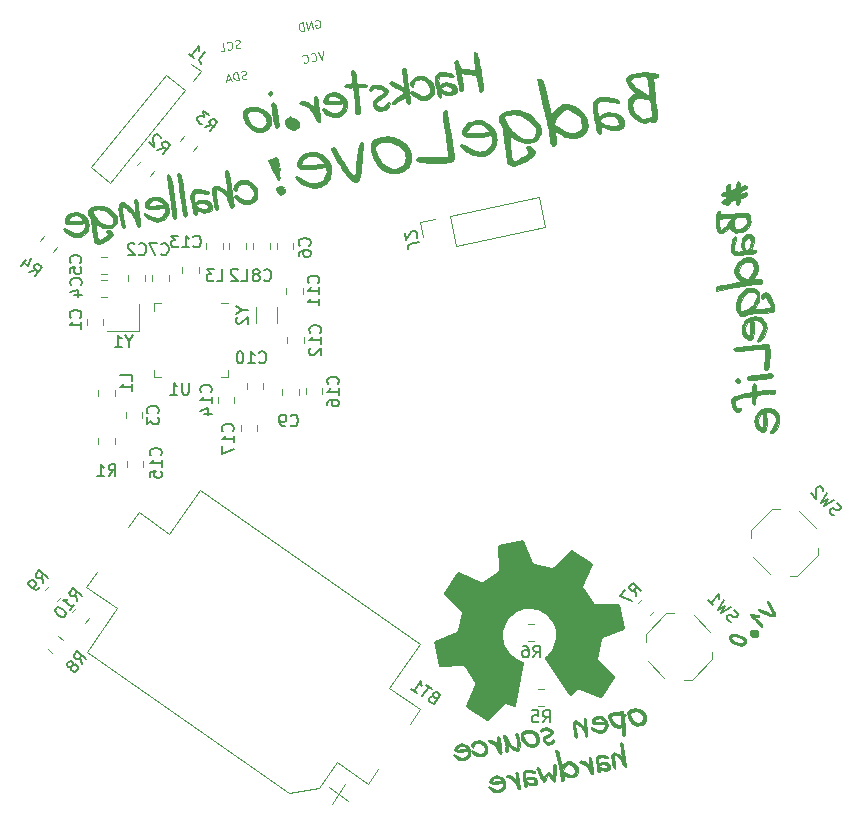
<source format=gbr>
%TF.GenerationSoftware,KiCad,Pcbnew,5.0.2-bee76a0~70~ubuntu18.04.1*%
%TF.CreationDate,2019-02-12T23:17:40+02:00*%
%TF.ProjectId,BLE-NFC-Badge,424c452d-4e46-4432-9d42-616467652e6b,rev?*%
%TF.SameCoordinates,Original*%
%TF.FileFunction,Legend,Bot*%
%TF.FilePolarity,Positive*%
%FSLAX46Y46*%
G04 Gerber Fmt 4.6, Leading zero omitted, Abs format (unit mm)*
G04 Created by KiCad (PCBNEW 5.0.2-bee76a0~70~ubuntu18.04.1) date Tue 12 Feb 2019 11:17:40 PM EET*
%MOMM*%
%LPD*%
G01*
G04 APERTURE LIST*
%ADD10C,0.120000*%
%ADD11C,0.031221*%
%ADD12C,0.015245*%
%ADD13C,0.057679*%
%ADD14C,0.100000*%
%ADD15C,0.053446*%
%ADD16C,0.150000*%
G04 APERTURE END LIST*
D10*
X170212541Y-100335586D02*
X170489064Y-101636523D01*
X171513477Y-100059064D02*
X170212541Y-100335586D01*
X172755725Y-99795016D02*
X173308770Y-102396888D01*
X173308770Y-102396888D02*
X180820944Y-100800127D01*
X172755725Y-99795016D02*
X180267898Y-98198254D01*
X180267898Y-98198254D02*
X180820944Y-100800127D01*
D11*
G36*
X197016729Y-97883915D02*
X196999313Y-98060211D01*
X196791506Y-98167298D01*
X196617976Y-98224511D01*
X196484988Y-98255824D01*
X196455538Y-98237527D01*
X196465279Y-98143462D01*
X196497648Y-98018687D01*
X196609354Y-97965823D01*
X196870241Y-97880907D01*
X196885247Y-97878462D01*
X197021606Y-97837003D01*
X197016729Y-97883915D01*
X197016729Y-97883915D01*
G37*
X197016729Y-97883915D02*
X196999313Y-98060211D01*
X196791506Y-98167298D01*
X196617976Y-98224511D01*
X196484988Y-98255824D01*
X196455538Y-98237527D01*
X196465279Y-98143462D01*
X196497648Y-98018687D01*
X196609354Y-97965823D01*
X196870241Y-97880907D01*
X196885247Y-97878462D01*
X197021606Y-97837003D01*
X197016729Y-97883915D01*
G36*
X197936051Y-97371794D02*
X197867995Y-97271097D01*
X197696286Y-97252780D01*
X197536315Y-97290388D01*
X197340373Y-97345403D01*
X197317487Y-97183380D01*
X197291716Y-97029535D01*
X197244106Y-96937014D01*
X197163115Y-96907768D01*
X197032020Y-97040908D01*
X197001143Y-97284932D01*
X196973006Y-97466834D01*
X196771649Y-97565172D01*
X196635020Y-97611512D01*
X196497850Y-97667613D01*
X196491085Y-97456694D01*
X196478415Y-97258315D01*
X196437784Y-97160859D01*
X196335878Y-97146567D01*
X196261866Y-97166727D01*
X196209196Y-97229295D01*
X196169829Y-97386043D01*
X196157861Y-97573019D01*
X196165930Y-97687348D01*
X196147655Y-97748162D01*
X196084279Y-97789278D01*
X195929664Y-97837561D01*
X195808340Y-97876570D01*
X195728878Y-97939654D01*
X195698663Y-98052511D01*
X195767653Y-98139567D01*
X195938429Y-98144511D01*
X196028566Y-98129827D01*
X196118672Y-98142091D01*
X196105540Y-98321549D01*
X196031392Y-98422257D01*
X195916492Y-98479567D01*
X195809091Y-98535553D01*
X195745086Y-98680899D01*
X195798689Y-98760795D01*
X195928008Y-98778320D01*
X196102406Y-98788500D01*
X196105063Y-98807313D01*
X196152966Y-98915154D01*
X196254095Y-98937228D01*
X196411468Y-98826811D01*
X196463154Y-98675764D01*
X196454939Y-98646209D01*
X196454380Y-98642248D01*
X196577207Y-98593346D01*
X196845760Y-98501407D01*
X196944544Y-98466070D01*
X196955086Y-98649389D01*
X196968315Y-98824552D01*
X197071199Y-98927284D01*
X197173745Y-98891333D01*
X197235544Y-98811882D01*
X197262416Y-98730422D01*
X197275377Y-98631984D01*
X197279555Y-98604360D01*
X197304854Y-98422917D01*
X197329747Y-98334054D01*
X197474724Y-98271946D01*
X197660572Y-98227110D01*
X197783399Y-98171522D01*
X197870009Y-97995510D01*
X197864816Y-97822897D01*
X197350550Y-97964512D01*
X197339907Y-97889164D01*
X197359451Y-97727937D01*
X197579596Y-97626539D01*
X197612241Y-97613117D01*
X197656240Y-97597846D01*
X197711019Y-97577375D01*
X197769017Y-97552531D01*
X197822733Y-97524535D01*
X197867882Y-97490237D01*
X197904997Y-97453398D01*
X197930311Y-97414532D01*
X197935706Y-97371212D01*
X197936051Y-97371794D01*
X197936051Y-97371794D01*
G37*
X197936051Y-97371794D02*
X197867995Y-97271097D01*
X197696286Y-97252780D01*
X197536315Y-97290388D01*
X197340373Y-97345403D01*
X197317487Y-97183380D01*
X197291716Y-97029535D01*
X197244106Y-96937014D01*
X197163115Y-96907768D01*
X197032020Y-97040908D01*
X197001143Y-97284932D01*
X196973006Y-97466834D01*
X196771649Y-97565172D01*
X196635020Y-97611512D01*
X196497850Y-97667613D01*
X196491085Y-97456694D01*
X196478415Y-97258315D01*
X196437784Y-97160859D01*
X196335878Y-97146567D01*
X196261866Y-97166727D01*
X196209196Y-97229295D01*
X196169829Y-97386043D01*
X196157861Y-97573019D01*
X196165930Y-97687348D01*
X196147655Y-97748162D01*
X196084279Y-97789278D01*
X195929664Y-97837561D01*
X195808340Y-97876570D01*
X195728878Y-97939654D01*
X195698663Y-98052511D01*
X195767653Y-98139567D01*
X195938429Y-98144511D01*
X196028566Y-98129827D01*
X196118672Y-98142091D01*
X196105540Y-98321549D01*
X196031392Y-98422257D01*
X195916492Y-98479567D01*
X195809091Y-98535553D01*
X195745086Y-98680899D01*
X195798689Y-98760795D01*
X195928008Y-98778320D01*
X196102406Y-98788500D01*
X196105063Y-98807313D01*
X196152966Y-98915154D01*
X196254095Y-98937228D01*
X196411468Y-98826811D01*
X196463154Y-98675764D01*
X196454939Y-98646209D01*
X196454380Y-98642248D01*
X196577207Y-98593346D01*
X196845760Y-98501407D01*
X196944544Y-98466070D01*
X196955086Y-98649389D01*
X196968315Y-98824552D01*
X197071199Y-98927284D01*
X197173745Y-98891333D01*
X197235544Y-98811882D01*
X197262416Y-98730422D01*
X197275377Y-98631984D01*
X197279555Y-98604360D01*
X197304854Y-98422917D01*
X197329747Y-98334054D01*
X197474724Y-98271946D01*
X197660572Y-98227110D01*
X197783399Y-98171522D01*
X197870009Y-97995510D01*
X197864816Y-97822897D01*
X197350550Y-97964512D01*
X197339907Y-97889164D01*
X197359451Y-97727937D01*
X197579596Y-97626539D01*
X197612241Y-97613117D01*
X197656240Y-97597846D01*
X197711019Y-97577375D01*
X197769017Y-97552531D01*
X197822733Y-97524535D01*
X197867882Y-97490237D01*
X197904997Y-97453398D01*
X197930311Y-97414532D01*
X197935706Y-97371212D01*
X197936051Y-97371794D01*
G36*
X197763405Y-100612195D02*
X197251999Y-101231525D01*
X197466313Y-101179023D01*
X197658394Y-101094969D01*
X197828241Y-100979360D01*
X197975854Y-100832198D01*
X198123673Y-100623949D01*
X198202429Y-100428662D01*
X198212122Y-100246336D01*
X198173112Y-100133189D01*
X198136232Y-100035122D01*
X198149871Y-99886424D01*
X198158593Y-99730809D01*
X198109394Y-99627040D01*
X197989797Y-99569442D01*
X197818620Y-99554888D01*
X197585707Y-99565888D01*
X197446036Y-99577094D01*
X197308246Y-99587994D01*
X197153652Y-99602392D01*
X196970140Y-99616131D01*
X196776930Y-99629299D01*
X196592309Y-99635243D01*
X196419093Y-99642494D01*
X196205674Y-99655417D01*
X195952054Y-99674011D01*
X195663319Y-99697954D01*
X195648631Y-99596109D01*
X195591546Y-99423269D01*
X195487357Y-99379529D01*
X195414514Y-99431871D01*
X195353788Y-99563191D01*
X195305180Y-99773487D01*
X195268690Y-100062760D01*
X195263556Y-100268327D01*
X195279352Y-100525306D01*
X195316079Y-100833698D01*
X195340253Y-100976236D01*
X195377134Y-101074313D01*
X195416727Y-101137247D01*
X195482648Y-101222835D01*
X195591030Y-101282260D01*
X195700499Y-101295320D01*
X195828783Y-101257937D01*
X195959271Y-101195327D01*
X196173020Y-101048722D01*
X196346542Y-100889395D01*
X196454533Y-100783173D01*
X196497834Y-100891737D01*
X196592176Y-101022869D01*
X196701224Y-101141952D01*
X196794813Y-101205727D01*
X196993053Y-101248640D01*
X197251999Y-101231525D01*
X197763405Y-100612195D01*
X197641953Y-100759191D01*
X197498022Y-100855871D01*
X197254307Y-100926468D01*
X197013294Y-100928469D01*
X196180476Y-100597846D01*
X196042034Y-100742467D01*
X195910668Y-100852528D01*
X195702820Y-100986564D01*
X195702693Y-100986524D01*
X195662520Y-100973824D01*
X195612668Y-100893316D01*
X195565142Y-100719881D01*
X195548156Y-100552075D01*
X195541905Y-100365180D01*
X195556710Y-100116056D01*
X195650197Y-100070034D01*
X195725328Y-100057794D01*
X195934241Y-100033383D01*
X196185267Y-100021357D01*
X196402337Y-100020711D01*
X196516896Y-100029017D01*
X196551273Y-100054310D01*
X196494382Y-100182108D01*
X196325994Y-100418664D01*
X196180476Y-100597846D01*
X197013294Y-100928469D01*
X196856339Y-100842251D01*
X196783440Y-100667815D01*
X196781492Y-100463830D01*
X196829530Y-100205442D01*
X196866235Y-100029853D01*
X196981667Y-99976305D01*
X197100406Y-99959848D01*
X197298859Y-99936179D01*
X197525885Y-99910742D01*
X197676135Y-99913208D01*
X197778140Y-99927484D01*
X197831775Y-99980432D01*
X197865990Y-100059638D01*
X197888037Y-100187116D01*
X197898909Y-100235483D01*
X197905832Y-100284494D01*
X197897667Y-100416884D01*
X197763824Y-100612157D01*
X197763405Y-100612195D01*
X197763405Y-100612195D01*
G37*
X197763405Y-100612195D02*
X197251999Y-101231525D01*
X197466313Y-101179023D01*
X197658394Y-101094969D01*
X197828241Y-100979360D01*
X197975854Y-100832198D01*
X198123673Y-100623949D01*
X198202429Y-100428662D01*
X198212122Y-100246336D01*
X198173112Y-100133189D01*
X198136232Y-100035122D01*
X198149871Y-99886424D01*
X198158593Y-99730809D01*
X198109394Y-99627040D01*
X197989797Y-99569442D01*
X197818620Y-99554888D01*
X197585707Y-99565888D01*
X197446036Y-99577094D01*
X197308246Y-99587994D01*
X197153652Y-99602392D01*
X196970140Y-99616131D01*
X196776930Y-99629299D01*
X196592309Y-99635243D01*
X196419093Y-99642494D01*
X196205674Y-99655417D01*
X195952054Y-99674011D01*
X195663319Y-99697954D01*
X195648631Y-99596109D01*
X195591546Y-99423269D01*
X195487357Y-99379529D01*
X195414514Y-99431871D01*
X195353788Y-99563191D01*
X195305180Y-99773487D01*
X195268690Y-100062760D01*
X195263556Y-100268327D01*
X195279352Y-100525306D01*
X195316079Y-100833698D01*
X195340253Y-100976236D01*
X195377134Y-101074313D01*
X195416727Y-101137247D01*
X195482648Y-101222835D01*
X195591030Y-101282260D01*
X195700499Y-101295320D01*
X195828783Y-101257937D01*
X195959271Y-101195327D01*
X196173020Y-101048722D01*
X196346542Y-100889395D01*
X196454533Y-100783173D01*
X196497834Y-100891737D01*
X196592176Y-101022869D01*
X196701224Y-101141952D01*
X196794813Y-101205727D01*
X196993053Y-101248640D01*
X197251999Y-101231525D01*
X197763405Y-100612195D01*
X197641953Y-100759191D01*
X197498022Y-100855871D01*
X197254307Y-100926468D01*
X197013294Y-100928469D01*
X196180476Y-100597846D01*
X196042034Y-100742467D01*
X195910668Y-100852528D01*
X195702820Y-100986564D01*
X195702693Y-100986524D01*
X195662520Y-100973824D01*
X195612668Y-100893316D01*
X195565142Y-100719881D01*
X195548156Y-100552075D01*
X195541905Y-100365180D01*
X195556710Y-100116056D01*
X195650197Y-100070034D01*
X195725328Y-100057794D01*
X195934241Y-100033383D01*
X196185267Y-100021357D01*
X196402337Y-100020711D01*
X196516896Y-100029017D01*
X196551273Y-100054310D01*
X196494382Y-100182108D01*
X196325994Y-100418664D01*
X196180476Y-100597846D01*
X197013294Y-100928469D01*
X196856339Y-100842251D01*
X196783440Y-100667815D01*
X196781492Y-100463830D01*
X196829530Y-100205442D01*
X196866235Y-100029853D01*
X196981667Y-99976305D01*
X197100406Y-99959848D01*
X197298859Y-99936179D01*
X197525885Y-99910742D01*
X197676135Y-99913208D01*
X197778140Y-99927484D01*
X197831775Y-99980432D01*
X197865990Y-100059638D01*
X197888037Y-100187116D01*
X197898909Y-100235483D01*
X197905832Y-100284494D01*
X197897667Y-100416884D01*
X197763824Y-100612157D01*
X197763405Y-100612195D01*
G36*
X198126212Y-102446011D02*
X198238581Y-102673810D01*
X198354561Y-102501692D01*
X198458529Y-102271785D01*
X198523739Y-102039513D01*
X198529863Y-101851559D01*
X198460339Y-101604616D01*
X198347366Y-101403291D01*
X198199749Y-101337720D01*
X197962667Y-101346470D01*
X197811948Y-101395105D01*
X197690422Y-101487148D01*
X197588816Y-101638596D01*
X197497856Y-101865447D01*
X197445995Y-102057638D01*
X197423963Y-102237263D01*
X197431758Y-102404322D01*
X197482503Y-102573374D01*
X197561813Y-102672237D01*
X197602068Y-102711969D01*
X197665840Y-102809514D01*
X197437736Y-102840901D01*
X197249364Y-102854268D01*
X196993407Y-102838129D01*
X196873800Y-102780532D01*
X196831018Y-102695023D01*
X196822251Y-102503714D01*
X196847044Y-102291517D01*
X196891422Y-102081912D01*
X196940348Y-101890836D01*
X196977664Y-101638055D01*
X196877978Y-101557968D01*
X196787278Y-101595838D01*
X196719601Y-101660851D01*
X196673849Y-101772390D01*
X196639324Y-101909074D01*
X196603683Y-102092198D01*
X196559980Y-102299761D01*
X196530757Y-102521353D01*
X196536984Y-102708263D01*
X196595028Y-102889403D01*
X196711677Y-103025874D01*
X196886931Y-103117674D01*
X197131050Y-103158836D01*
X197247154Y-103149330D01*
X197452360Y-103123599D01*
X197746668Y-103081641D01*
X198042011Y-103040989D01*
X198290330Y-103012116D01*
X198491626Y-102995024D01*
X198492052Y-102995542D01*
X198632763Y-102903235D01*
X198679587Y-102799280D01*
X198665298Y-102755318D01*
X198633708Y-102721873D01*
X198591841Y-102697901D01*
X198536032Y-102683899D01*
X198481285Y-102677421D01*
X198415283Y-102672777D01*
X198353564Y-102671285D01*
X198292321Y-102673159D01*
X198238581Y-102673810D01*
X198126212Y-102446011D01*
X197993484Y-102594834D01*
X197876326Y-102744989D01*
X197831771Y-102729154D01*
X197754615Y-102618372D01*
X197685624Y-102375201D01*
X197675886Y-102217777D01*
X197693510Y-102077095D01*
X197788192Y-101876644D01*
X197907458Y-101768586D01*
X198008940Y-101725110D01*
X198108175Y-101720491D01*
X198163404Y-101784727D01*
X198216959Y-101918619D01*
X198204868Y-102132609D01*
X198155790Y-102356464D01*
X198126212Y-102446011D01*
X198126212Y-102446011D01*
G37*
X198126212Y-102446011D02*
X198238581Y-102673810D01*
X198354561Y-102501692D01*
X198458529Y-102271785D01*
X198523739Y-102039513D01*
X198529863Y-101851559D01*
X198460339Y-101604616D01*
X198347366Y-101403291D01*
X198199749Y-101337720D01*
X197962667Y-101346470D01*
X197811948Y-101395105D01*
X197690422Y-101487148D01*
X197588816Y-101638596D01*
X197497856Y-101865447D01*
X197445995Y-102057638D01*
X197423963Y-102237263D01*
X197431758Y-102404322D01*
X197482503Y-102573374D01*
X197561813Y-102672237D01*
X197602068Y-102711969D01*
X197665840Y-102809514D01*
X197437736Y-102840901D01*
X197249364Y-102854268D01*
X196993407Y-102838129D01*
X196873800Y-102780532D01*
X196831018Y-102695023D01*
X196822251Y-102503714D01*
X196847044Y-102291517D01*
X196891422Y-102081912D01*
X196940348Y-101890836D01*
X196977664Y-101638055D01*
X196877978Y-101557968D01*
X196787278Y-101595838D01*
X196719601Y-101660851D01*
X196673849Y-101772390D01*
X196639324Y-101909074D01*
X196603683Y-102092198D01*
X196559980Y-102299761D01*
X196530757Y-102521353D01*
X196536984Y-102708263D01*
X196595028Y-102889403D01*
X196711677Y-103025874D01*
X196886931Y-103117674D01*
X197131050Y-103158836D01*
X197247154Y-103149330D01*
X197452360Y-103123599D01*
X197746668Y-103081641D01*
X198042011Y-103040989D01*
X198290330Y-103012116D01*
X198491626Y-102995024D01*
X198492052Y-102995542D01*
X198632763Y-102903235D01*
X198679587Y-102799280D01*
X198665298Y-102755318D01*
X198633708Y-102721873D01*
X198591841Y-102697901D01*
X198536032Y-102683899D01*
X198481285Y-102677421D01*
X198415283Y-102672777D01*
X198353564Y-102671285D01*
X198292321Y-102673159D01*
X198238581Y-102673810D01*
X198126212Y-102446011D01*
X197993484Y-102594834D01*
X197876326Y-102744989D01*
X197831771Y-102729154D01*
X197754615Y-102618372D01*
X197685624Y-102375201D01*
X197675886Y-102217777D01*
X197693510Y-102077095D01*
X197788192Y-101876644D01*
X197907458Y-101768586D01*
X198008940Y-101725110D01*
X198108175Y-101720491D01*
X198163404Y-101784727D01*
X198216959Y-101918619D01*
X198204868Y-102132609D01*
X198155790Y-102356464D01*
X198126212Y-102446011D01*
G36*
X197319803Y-104818731D02*
X196866203Y-104226699D01*
X196819603Y-104379809D01*
X196797294Y-104630146D01*
X196852530Y-104776298D01*
X196985241Y-104981148D01*
X197148555Y-105178116D01*
X197295582Y-105300645D01*
X197406090Y-105375120D01*
X197293934Y-105400848D01*
X197086842Y-105441562D01*
X196784816Y-105497260D01*
X196387855Y-105567942D01*
X195992032Y-105639889D01*
X195697181Y-105698767D01*
X195503303Y-105744576D01*
X195410398Y-105777317D01*
X195311545Y-105873412D01*
X195291013Y-105993359D01*
X195312303Y-106144085D01*
X196901085Y-105854366D01*
X197167380Y-105805932D01*
X197419315Y-105761281D01*
X197656892Y-105720413D01*
X197880109Y-105683327D01*
X198150860Y-105640904D01*
X198380747Y-105608505D01*
X198569770Y-105586131D01*
X198717928Y-105573783D01*
X198913271Y-105562167D01*
X198995920Y-105555439D01*
X199151625Y-105487633D01*
X199214566Y-105334752D01*
X199165308Y-105237736D01*
X199051599Y-105187842D01*
X198888076Y-105173028D01*
X198681864Y-105182540D01*
X198496972Y-105200151D01*
X198396349Y-105202109D01*
X198396381Y-105202266D01*
X198467841Y-105109694D01*
X198595246Y-104923187D01*
X198659630Y-104814417D01*
X198726995Y-104685855D01*
X198786447Y-104542218D01*
X198826094Y-104380608D01*
X198842540Y-104211208D01*
X198832410Y-104044218D01*
X198797160Y-103896731D01*
X198731861Y-103740653D01*
X198617377Y-103563635D01*
X198478238Y-103434115D01*
X198314444Y-103352094D01*
X198125996Y-103317571D01*
X197912892Y-103330547D01*
X197692137Y-103386742D01*
X197488239Y-103480657D01*
X197306974Y-103605579D01*
X197160577Y-103746047D01*
X197039382Y-103901668D01*
X196940185Y-104063344D01*
X196866203Y-104226699D01*
X197319803Y-104818731D01*
X197198049Y-104650644D01*
X197150013Y-104541862D01*
X197190260Y-104425436D01*
X197325911Y-104181704D01*
X197490545Y-103932269D01*
X197617752Y-103798789D01*
X197720294Y-103756027D01*
X197902262Y-103717698D01*
X198111439Y-103695193D01*
X198235526Y-103709696D01*
X198380771Y-103867212D01*
X198451717Y-104002135D01*
X198487785Y-104135032D01*
X198476352Y-104326206D01*
X198394507Y-104563113D01*
X198242248Y-104845755D01*
X198073185Y-105097839D01*
X197959551Y-105211754D01*
X197836570Y-105191313D01*
X197655402Y-105099400D01*
X197466663Y-104967285D01*
X197319800Y-104818711D01*
X197319803Y-104818731D01*
X197319803Y-104818731D01*
G37*
X197319803Y-104818731D02*
X196866203Y-104226699D01*
X196819603Y-104379809D01*
X196797294Y-104630146D01*
X196852530Y-104776298D01*
X196985241Y-104981148D01*
X197148555Y-105178116D01*
X197295582Y-105300645D01*
X197406090Y-105375120D01*
X197293934Y-105400848D01*
X197086842Y-105441562D01*
X196784816Y-105497260D01*
X196387855Y-105567942D01*
X195992032Y-105639889D01*
X195697181Y-105698767D01*
X195503303Y-105744576D01*
X195410398Y-105777317D01*
X195311545Y-105873412D01*
X195291013Y-105993359D01*
X195312303Y-106144085D01*
X196901085Y-105854366D01*
X197167380Y-105805932D01*
X197419315Y-105761281D01*
X197656892Y-105720413D01*
X197880109Y-105683327D01*
X198150860Y-105640904D01*
X198380747Y-105608505D01*
X198569770Y-105586131D01*
X198717928Y-105573783D01*
X198913271Y-105562167D01*
X198995920Y-105555439D01*
X199151625Y-105487633D01*
X199214566Y-105334752D01*
X199165308Y-105237736D01*
X199051599Y-105187842D01*
X198888076Y-105173028D01*
X198681864Y-105182540D01*
X198496972Y-105200151D01*
X198396349Y-105202109D01*
X198396381Y-105202266D01*
X198467841Y-105109694D01*
X198595246Y-104923187D01*
X198659630Y-104814417D01*
X198726995Y-104685855D01*
X198786447Y-104542218D01*
X198826094Y-104380608D01*
X198842540Y-104211208D01*
X198832410Y-104044218D01*
X198797160Y-103896731D01*
X198731861Y-103740653D01*
X198617377Y-103563635D01*
X198478238Y-103434115D01*
X198314444Y-103352094D01*
X198125996Y-103317571D01*
X197912892Y-103330547D01*
X197692137Y-103386742D01*
X197488239Y-103480657D01*
X197306974Y-103605579D01*
X197160577Y-103746047D01*
X197039382Y-103901668D01*
X196940185Y-104063344D01*
X196866203Y-104226699D01*
X197319803Y-104818731D01*
X197198049Y-104650644D01*
X197150013Y-104541862D01*
X197190260Y-104425436D01*
X197325911Y-104181704D01*
X197490545Y-103932269D01*
X197617752Y-103798789D01*
X197720294Y-103756027D01*
X197902262Y-103717698D01*
X198111439Y-103695193D01*
X198235526Y-103709696D01*
X198380771Y-103867212D01*
X198451717Y-104002135D01*
X198487785Y-104135032D01*
X198476352Y-104326206D01*
X198394507Y-104563113D01*
X198242248Y-104845755D01*
X198073185Y-105097839D01*
X197959551Y-105211754D01*
X197836570Y-105191313D01*
X197655402Y-105099400D01*
X197466663Y-104967285D01*
X197319800Y-104818711D01*
X197319803Y-104818731D01*
G36*
X198135765Y-106241610D02*
X198727313Y-106075453D01*
X198523019Y-105935275D01*
X198290696Y-105896041D01*
X198050279Y-105908263D01*
X197882370Y-105971274D01*
X197679224Y-106111338D01*
X197484232Y-106275131D01*
X197348308Y-106408100D01*
X197247918Y-106554534D01*
X197146642Y-106776315D01*
X197060765Y-107018702D01*
X197014104Y-107225787D01*
X196998018Y-107438493D01*
X197015720Y-107672679D01*
X197054136Y-107863009D01*
X197111900Y-108027061D01*
X197189014Y-108164836D01*
X197342470Y-108298845D01*
X197541409Y-108319438D01*
X197667154Y-108284494D01*
X197811456Y-108217609D01*
X197952390Y-108154159D01*
X198074512Y-108120767D01*
X198271010Y-108096859D01*
X198440197Y-108083756D01*
X198696608Y-108062268D01*
X198894344Y-108047173D01*
X199091847Y-108030428D01*
X199289117Y-108012033D01*
X200074849Y-107941867D01*
X200173789Y-107771565D01*
X200230120Y-107639997D01*
X200236833Y-107510734D01*
X200202853Y-107351799D01*
X200143491Y-107176439D01*
X200058748Y-106984655D01*
X199958377Y-106797133D01*
X199851423Y-106629530D01*
X199737886Y-106481846D01*
X199581498Y-106333858D01*
X199461742Y-106295546D01*
X199329932Y-106348819D01*
X199197510Y-106465792D01*
X199101692Y-106603795D01*
X199078623Y-106712596D01*
X199204050Y-106838639D01*
X199311451Y-106782652D01*
X199426352Y-106725342D01*
X199590987Y-106829581D01*
X199690018Y-107040885D01*
X199794953Y-107239650D01*
X199902552Y-107457266D01*
X199902500Y-107456758D01*
X199809478Y-107614539D01*
X199544874Y-107652834D01*
X199329657Y-107673461D01*
X199155650Y-107679650D01*
X199007135Y-107675863D01*
X198791933Y-107676179D01*
X198633347Y-107689505D01*
X198513941Y-107694523D01*
X198641310Y-107535001D01*
X198775189Y-107312743D01*
X198883727Y-107081121D01*
X198942579Y-106892286D01*
X198963208Y-106691366D01*
X198949504Y-106478694D01*
X198888089Y-106261272D01*
X198727313Y-106075453D01*
X198135765Y-106241610D01*
X198328159Y-106236287D01*
X198514583Y-106283973D01*
X198655337Y-106382470D01*
X198717158Y-106520809D01*
X198717032Y-106680160D01*
X198674074Y-106856769D01*
X198588284Y-107050635D01*
X198468087Y-107245820D01*
X198321201Y-107421371D01*
X198147625Y-107577286D01*
X197972406Y-107697356D01*
X197772249Y-107804189D01*
X197583124Y-107887037D01*
X197439930Y-107927710D01*
X197386190Y-107928362D01*
X197346822Y-107833589D01*
X197315602Y-107673883D01*
X197301447Y-107512360D01*
X197306886Y-107366925D01*
X197343904Y-107192007D01*
X197411657Y-107013528D01*
X197510146Y-106831488D01*
X197639370Y-106645887D01*
X197823262Y-106436038D01*
X197988702Y-106301151D01*
X198135691Y-106241227D01*
X198135765Y-106241610D01*
X198135765Y-106241610D01*
G37*
X198135765Y-106241610D02*
X198727313Y-106075453D01*
X198523019Y-105935275D01*
X198290696Y-105896041D01*
X198050279Y-105908263D01*
X197882370Y-105971274D01*
X197679224Y-106111338D01*
X197484232Y-106275131D01*
X197348308Y-106408100D01*
X197247918Y-106554534D01*
X197146642Y-106776315D01*
X197060765Y-107018702D01*
X197014104Y-107225787D01*
X196998018Y-107438493D01*
X197015720Y-107672679D01*
X197054136Y-107863009D01*
X197111900Y-108027061D01*
X197189014Y-108164836D01*
X197342470Y-108298845D01*
X197541409Y-108319438D01*
X197667154Y-108284494D01*
X197811456Y-108217609D01*
X197952390Y-108154159D01*
X198074512Y-108120767D01*
X198271010Y-108096859D01*
X198440197Y-108083756D01*
X198696608Y-108062268D01*
X198894344Y-108047173D01*
X199091847Y-108030428D01*
X199289117Y-108012033D01*
X200074849Y-107941867D01*
X200173789Y-107771565D01*
X200230120Y-107639997D01*
X200236833Y-107510734D01*
X200202853Y-107351799D01*
X200143491Y-107176439D01*
X200058748Y-106984655D01*
X199958377Y-106797133D01*
X199851423Y-106629530D01*
X199737886Y-106481846D01*
X199581498Y-106333858D01*
X199461742Y-106295546D01*
X199329932Y-106348819D01*
X199197510Y-106465792D01*
X199101692Y-106603795D01*
X199078623Y-106712596D01*
X199204050Y-106838639D01*
X199311451Y-106782652D01*
X199426352Y-106725342D01*
X199590987Y-106829581D01*
X199690018Y-107040885D01*
X199794953Y-107239650D01*
X199902552Y-107457266D01*
X199902500Y-107456758D01*
X199809478Y-107614539D01*
X199544874Y-107652834D01*
X199329657Y-107673461D01*
X199155650Y-107679650D01*
X199007135Y-107675863D01*
X198791933Y-107676179D01*
X198633347Y-107689505D01*
X198513941Y-107694523D01*
X198641310Y-107535001D01*
X198775189Y-107312743D01*
X198883727Y-107081121D01*
X198942579Y-106892286D01*
X198963208Y-106691366D01*
X198949504Y-106478694D01*
X198888089Y-106261272D01*
X198727313Y-106075453D01*
X198135765Y-106241610D01*
X198328159Y-106236287D01*
X198514583Y-106283973D01*
X198655337Y-106382470D01*
X198717158Y-106520809D01*
X198717032Y-106680160D01*
X198674074Y-106856769D01*
X198588284Y-107050635D01*
X198468087Y-107245820D01*
X198321201Y-107421371D01*
X198147625Y-107577286D01*
X197972406Y-107697356D01*
X197772249Y-107804189D01*
X197583124Y-107887037D01*
X197439930Y-107927710D01*
X197386190Y-107928362D01*
X197346822Y-107833589D01*
X197315602Y-107673883D01*
X197301447Y-107512360D01*
X197306886Y-107366925D01*
X197343904Y-107192007D01*
X197411657Y-107013528D01*
X197510146Y-106831488D01*
X197639370Y-106645887D01*
X197823262Y-106436038D01*
X197988702Y-106301151D01*
X198135691Y-106241227D01*
X198135765Y-106241610D01*
G36*
X198105535Y-110027626D02*
X197484716Y-109631549D01*
X197527043Y-109801970D01*
X197566533Y-109911182D01*
X197688098Y-110091821D01*
X197800130Y-110191140D01*
X197944400Y-110273645D01*
X198089106Y-110325279D01*
X198209978Y-110330658D01*
X198329843Y-110281255D01*
X198403883Y-110179567D01*
X198446473Y-110011696D01*
X198471988Y-109763727D01*
X198479371Y-109510679D01*
X198475184Y-109254378D01*
X198459428Y-108994823D01*
X198428129Y-108664560D01*
X198525868Y-108648638D01*
X198778605Y-108669150D01*
X198898328Y-108734452D01*
X199029015Y-108836508D01*
X199181478Y-109017900D01*
X199251815Y-109216525D01*
X199251464Y-109391011D01*
X199203575Y-109582879D01*
X199121521Y-109770676D01*
X199026081Y-109931740D01*
X198929717Y-110079465D01*
X198843823Y-110219701D01*
X198767930Y-110417091D01*
X198768014Y-110416976D01*
X198856477Y-110471949D01*
X198957804Y-110427496D01*
X199089013Y-110322283D01*
X199216351Y-110189747D01*
X199313627Y-110062114D01*
X199441392Y-109823744D01*
X199523605Y-109589424D01*
X199560266Y-109359153D01*
X199551374Y-109132931D01*
X199485579Y-108899945D01*
X199357741Y-108693341D01*
X199167859Y-108513118D01*
X198991194Y-108408667D01*
X198792544Y-108345863D01*
X198571908Y-108324708D01*
X198329288Y-108345199D01*
X198190801Y-108378370D01*
X198060876Y-108431366D01*
X197914018Y-108531522D01*
X197769136Y-108675909D01*
X197626231Y-108864529D01*
X197509838Y-109068517D01*
X197449512Y-109258233D01*
X197445252Y-109433676D01*
X197484716Y-109631549D01*
X198105535Y-110027626D01*
X197928073Y-109886925D01*
X197790874Y-109731958D01*
X197748138Y-109592434D01*
X197732489Y-109427305D01*
X197738766Y-109308718D01*
X197832915Y-109104494D01*
X198034053Y-108848149D01*
X198155848Y-108751216D01*
X198168845Y-108814633D01*
X198189171Y-109016348D01*
X198198518Y-109255990D01*
X198196887Y-109533560D01*
X198184279Y-109849057D01*
X198105714Y-110027607D01*
X198105535Y-110027626D01*
X198105535Y-110027626D01*
G37*
X198105535Y-110027626D02*
X197484716Y-109631549D01*
X197527043Y-109801970D01*
X197566533Y-109911182D01*
X197688098Y-110091821D01*
X197800130Y-110191140D01*
X197944400Y-110273645D01*
X198089106Y-110325279D01*
X198209978Y-110330658D01*
X198329843Y-110281255D01*
X198403883Y-110179567D01*
X198446473Y-110011696D01*
X198471988Y-109763727D01*
X198479371Y-109510679D01*
X198475184Y-109254378D01*
X198459428Y-108994823D01*
X198428129Y-108664560D01*
X198525868Y-108648638D01*
X198778605Y-108669150D01*
X198898328Y-108734452D01*
X199029015Y-108836508D01*
X199181478Y-109017900D01*
X199251815Y-109216525D01*
X199251464Y-109391011D01*
X199203575Y-109582879D01*
X199121521Y-109770676D01*
X199026081Y-109931740D01*
X198929717Y-110079465D01*
X198843823Y-110219701D01*
X198767930Y-110417091D01*
X198768014Y-110416976D01*
X198856477Y-110471949D01*
X198957804Y-110427496D01*
X199089013Y-110322283D01*
X199216351Y-110189747D01*
X199313627Y-110062114D01*
X199441392Y-109823744D01*
X199523605Y-109589424D01*
X199560266Y-109359153D01*
X199551374Y-109132931D01*
X199485579Y-108899945D01*
X199357741Y-108693341D01*
X199167859Y-108513118D01*
X198991194Y-108408667D01*
X198792544Y-108345863D01*
X198571908Y-108324708D01*
X198329288Y-108345199D01*
X198190801Y-108378370D01*
X198060876Y-108431366D01*
X197914018Y-108531522D01*
X197769136Y-108675909D01*
X197626231Y-108864529D01*
X197509838Y-109068517D01*
X197449512Y-109258233D01*
X197445252Y-109433676D01*
X197484716Y-109631549D01*
X198105535Y-110027626D01*
X197928073Y-109886925D01*
X197790874Y-109731958D01*
X197748138Y-109592434D01*
X197732489Y-109427305D01*
X197738766Y-109308718D01*
X197832915Y-109104494D01*
X198034053Y-108848149D01*
X198155848Y-108751216D01*
X198168845Y-108814633D01*
X198189171Y-109016348D01*
X198198518Y-109255990D01*
X198196887Y-109533560D01*
X198184279Y-109849057D01*
X198105714Y-110027607D01*
X198105535Y-110027626D01*
G36*
X196894814Y-110980203D02*
X196763188Y-111109581D01*
X196817323Y-111193240D01*
X196905254Y-111244450D01*
X196969098Y-111260992D01*
X197072152Y-111264566D01*
X197249533Y-111256643D01*
X197501241Y-111237225D01*
X197827275Y-111206311D01*
X198227637Y-111163901D01*
X198624133Y-111122442D01*
X198941578Y-111093858D01*
X199179971Y-111078151D01*
X199339312Y-111075319D01*
X199419602Y-111085363D01*
X199453286Y-111160806D01*
X199458980Y-111343940D01*
X199443063Y-111659735D01*
X199424952Y-111909388D01*
X199406249Y-112148860D01*
X199386954Y-112378150D01*
X199363053Y-112637421D01*
X199356506Y-112733898D01*
X199427224Y-112853437D01*
X199556501Y-112897911D01*
X199668254Y-112791077D01*
X199708387Y-112687449D01*
X199745440Y-112521200D01*
X199779414Y-112292332D01*
X199810309Y-112000845D01*
X199831026Y-111695110D01*
X199838220Y-111422899D01*
X199831892Y-111184213D01*
X199812042Y-110979051D01*
X199733258Y-110775054D01*
X199571422Y-110690597D01*
X199454865Y-110688302D01*
X199270466Y-110697683D01*
X199018222Y-110718740D01*
X198698134Y-110751474D01*
X198310203Y-110795884D01*
X198283942Y-110800162D01*
X198257121Y-110800480D01*
X198230860Y-110804758D01*
X197924946Y-110841626D01*
X197652336Y-110875426D01*
X197413032Y-110906158D01*
X197207033Y-110933823D01*
X197034339Y-110958419D01*
X196894950Y-110979948D01*
X196894814Y-110980203D01*
X196894814Y-110980203D01*
G37*
X196894814Y-110980203D02*
X196763188Y-111109581D01*
X196817323Y-111193240D01*
X196905254Y-111244450D01*
X196969098Y-111260992D01*
X197072152Y-111264566D01*
X197249533Y-111256643D01*
X197501241Y-111237225D01*
X197827275Y-111206311D01*
X198227637Y-111163901D01*
X198624133Y-111122442D01*
X198941578Y-111093858D01*
X199179971Y-111078151D01*
X199339312Y-111075319D01*
X199419602Y-111085363D01*
X199453286Y-111160806D01*
X199458980Y-111343940D01*
X199443063Y-111659735D01*
X199424952Y-111909388D01*
X199406249Y-112148860D01*
X199386954Y-112378150D01*
X199363053Y-112637421D01*
X199356506Y-112733898D01*
X199427224Y-112853437D01*
X199556501Y-112897911D01*
X199668254Y-112791077D01*
X199708387Y-112687449D01*
X199745440Y-112521200D01*
X199779414Y-112292332D01*
X199810309Y-112000845D01*
X199831026Y-111695110D01*
X199838220Y-111422899D01*
X199831892Y-111184213D01*
X199812042Y-110979051D01*
X199733258Y-110775054D01*
X199571422Y-110690597D01*
X199454865Y-110688302D01*
X199270466Y-110697683D01*
X199018222Y-110718740D01*
X198698134Y-110751474D01*
X198310203Y-110795884D01*
X198283942Y-110800162D01*
X198257121Y-110800480D01*
X198230860Y-110804758D01*
X197924946Y-110841626D01*
X197652336Y-110875426D01*
X197413032Y-110906158D01*
X197207033Y-110933823D01*
X197034339Y-110958419D01*
X196894950Y-110979948D01*
X196894814Y-110980203D01*
G36*
X197933956Y-113466058D02*
X197906401Y-113597747D01*
X197969642Y-113691530D01*
X198097700Y-113709215D01*
X198320229Y-113706355D01*
X198637229Y-113682950D01*
X198905847Y-113657758D01*
X199164810Y-113628833D01*
X199414117Y-113596177D01*
X199653770Y-113559788D01*
X199917853Y-113510993D01*
X200033807Y-113474782D01*
X200071045Y-113302965D01*
X199969277Y-113153793D01*
X199896358Y-113154599D01*
X199740382Y-113166037D01*
X199501351Y-113188107D01*
X199179262Y-113220807D01*
X198844421Y-113258472D01*
X198570360Y-113291058D01*
X198357080Y-113318568D01*
X198204580Y-113340999D01*
X198022328Y-113390922D01*
X197933960Y-113466016D01*
X197933956Y-113466058D01*
X197933956Y-113466058D01*
G37*
X197933956Y-113466058D02*
X197906401Y-113597747D01*
X197969642Y-113691530D01*
X198097700Y-113709215D01*
X198320229Y-113706355D01*
X198637229Y-113682950D01*
X198905847Y-113657758D01*
X199164810Y-113628833D01*
X199414117Y-113596177D01*
X199653770Y-113559788D01*
X199917853Y-113510993D01*
X200033807Y-113474782D01*
X200071045Y-113302965D01*
X199969277Y-113153793D01*
X199896358Y-113154599D01*
X199740382Y-113166037D01*
X199501351Y-113188107D01*
X199179262Y-113220807D01*
X198844421Y-113258472D01*
X198570360Y-113291058D01*
X198357080Y-113318568D01*
X198204580Y-113340999D01*
X198022328Y-113390922D01*
X197933960Y-113466016D01*
X197933956Y-113466058D01*
G36*
X197048918Y-113567797D02*
X196940968Y-113647069D01*
X196911285Y-113763688D01*
X196979315Y-113891373D01*
X197122524Y-113952823D01*
X197277688Y-113881256D01*
X197332036Y-113749051D01*
X197239366Y-113609954D01*
X197048911Y-113567747D01*
X197048918Y-113567797D01*
X197048918Y-113567797D01*
G37*
X197048918Y-113567797D02*
X196940968Y-113647069D01*
X196911285Y-113763688D01*
X196979315Y-113891373D01*
X197122524Y-113952823D01*
X197277688Y-113881256D01*
X197332036Y-113749051D01*
X197239366Y-113609954D01*
X197048911Y-113567747D01*
X197048918Y-113567797D01*
G36*
X198653710Y-114180517D02*
X198588394Y-114017698D01*
X198480029Y-113985213D01*
X198378351Y-114088510D01*
X198328801Y-114356779D01*
X198301546Y-114735131D01*
X198013843Y-114793548D01*
X197775544Y-114841969D01*
X197520034Y-114901589D01*
X197247313Y-114972409D01*
X196985474Y-115050694D01*
X196843074Y-115103798D01*
X196677598Y-115265674D01*
X196590998Y-115441684D01*
X196589220Y-115619292D01*
X196610674Y-115737211D01*
X196652686Y-115932747D01*
X196737216Y-116177246D01*
X196885158Y-116326615D01*
X197038401Y-116411507D01*
X197172142Y-116426339D01*
X197357399Y-116322926D01*
X197428908Y-116176358D01*
X197375582Y-116118573D01*
X197240078Y-116118491D01*
X197081811Y-116086437D01*
X197011731Y-116005333D01*
X196930206Y-115856724D01*
X196868134Y-115662534D01*
X196889495Y-115521244D01*
X196996158Y-115398825D01*
X197135615Y-115338502D01*
X197421883Y-115256238D01*
X197653712Y-115201308D01*
X197868955Y-115155945D01*
X198067612Y-115120150D01*
X198283363Y-115096549D01*
X198325645Y-115151347D01*
X198328124Y-115359094D01*
X198329585Y-115512085D01*
X198338588Y-115623367D01*
X198386844Y-115774514D01*
X198473064Y-115813471D01*
X198559330Y-115696304D01*
X198615245Y-115377854D01*
X198647823Y-115037186D01*
X199179745Y-114938984D01*
X199295663Y-114916048D01*
X199396545Y-114895562D01*
X199589767Y-114868896D01*
X199748624Y-114857451D01*
X199942340Y-114868333D01*
X200049641Y-114893294D01*
X200176289Y-114891907D01*
X200292825Y-114818935D01*
X200311155Y-114704165D01*
X200253288Y-114594089D01*
X200133603Y-114546127D01*
X199942376Y-114529094D01*
X199679607Y-114542990D01*
X199345298Y-114587815D01*
X199009360Y-114640404D01*
X198778033Y-114671673D01*
X198651320Y-114681624D01*
X198655935Y-114441878D01*
X198653605Y-114180129D01*
X198653710Y-114180517D01*
X198653710Y-114180517D01*
G37*
X198653710Y-114180517D02*
X198588394Y-114017698D01*
X198480029Y-113985213D01*
X198378351Y-114088510D01*
X198328801Y-114356779D01*
X198301546Y-114735131D01*
X198013843Y-114793548D01*
X197775544Y-114841969D01*
X197520034Y-114901589D01*
X197247313Y-114972409D01*
X196985474Y-115050694D01*
X196843074Y-115103798D01*
X196677598Y-115265674D01*
X196590998Y-115441684D01*
X196589220Y-115619292D01*
X196610674Y-115737211D01*
X196652686Y-115932747D01*
X196737216Y-116177246D01*
X196885158Y-116326615D01*
X197038401Y-116411507D01*
X197172142Y-116426339D01*
X197357399Y-116322926D01*
X197428908Y-116176358D01*
X197375582Y-116118573D01*
X197240078Y-116118491D01*
X197081811Y-116086437D01*
X197011731Y-116005333D01*
X196930206Y-115856724D01*
X196868134Y-115662534D01*
X196889495Y-115521244D01*
X196996158Y-115398825D01*
X197135615Y-115338502D01*
X197421883Y-115256238D01*
X197653712Y-115201308D01*
X197868955Y-115155945D01*
X198067612Y-115120150D01*
X198283363Y-115096549D01*
X198325645Y-115151347D01*
X198328124Y-115359094D01*
X198329585Y-115512085D01*
X198338588Y-115623367D01*
X198386844Y-115774514D01*
X198473064Y-115813471D01*
X198559330Y-115696304D01*
X198615245Y-115377854D01*
X198647823Y-115037186D01*
X199179745Y-114938984D01*
X199295663Y-114916048D01*
X199396545Y-114895562D01*
X199589767Y-114868896D01*
X199748624Y-114857451D01*
X199942340Y-114868333D01*
X200049641Y-114893294D01*
X200176289Y-114891907D01*
X200292825Y-114818935D01*
X200311155Y-114704165D01*
X200253288Y-114594089D01*
X200133603Y-114546127D01*
X199942376Y-114529094D01*
X199679607Y-114542990D01*
X199345298Y-114587815D01*
X199009360Y-114640404D01*
X198778033Y-114671673D01*
X198651320Y-114681624D01*
X198655935Y-114441878D01*
X198653605Y-114180129D01*
X198653710Y-114180517D01*
G36*
X199202870Y-117796248D02*
X198582049Y-117400152D01*
X198624377Y-117570578D01*
X198663866Y-117679785D01*
X198785432Y-117860434D01*
X198897464Y-117959753D01*
X199041734Y-118042258D01*
X199186430Y-118093818D01*
X199307298Y-118099171D01*
X199427164Y-118049771D01*
X199501205Y-117948090D01*
X199543794Y-117780212D01*
X199569308Y-117532240D01*
X199576692Y-117279197D01*
X199572505Y-117022896D01*
X199556748Y-116763337D01*
X199525449Y-116433074D01*
X199623188Y-116417151D01*
X199875925Y-116437664D01*
X199995649Y-116502968D01*
X200126337Y-116605031D01*
X200278800Y-116786423D01*
X200349136Y-116985048D01*
X200348786Y-117159532D01*
X200300895Y-117351393D01*
X200218842Y-117539190D01*
X200123402Y-117700254D01*
X200027037Y-117847979D01*
X199941144Y-117988215D01*
X199865250Y-118185605D01*
X199865349Y-118185589D01*
X199953811Y-118240561D01*
X200055138Y-118196106D01*
X200186346Y-118090886D01*
X200313684Y-117958355D01*
X200410959Y-117830716D01*
X200538726Y-117592351D01*
X200620939Y-117358034D01*
X200657600Y-117127765D01*
X200648708Y-116901543D01*
X200582913Y-116668552D01*
X200455074Y-116461945D01*
X200265192Y-116281721D01*
X200088527Y-116177274D01*
X199889877Y-116114474D01*
X199669242Y-116093320D01*
X199426622Y-116113812D01*
X199288135Y-116146983D01*
X199158210Y-116199979D01*
X199011352Y-116300133D01*
X198866470Y-116444518D01*
X198723564Y-116633132D01*
X198607171Y-116837120D01*
X198546844Y-117026836D01*
X198542585Y-117202279D01*
X198582049Y-117400152D01*
X199202870Y-117796248D01*
X199025409Y-117655548D01*
X198888210Y-117500580D01*
X198845475Y-117361066D01*
X198829826Y-117195935D01*
X198836102Y-117077340D01*
X198930250Y-116873117D01*
X199131390Y-116616777D01*
X199253183Y-116519838D01*
X199266181Y-116583256D01*
X199286506Y-116784970D01*
X199295853Y-117024610D01*
X199294222Y-117302177D01*
X199281613Y-117617669D01*
X199203048Y-117796219D01*
X199202870Y-117796248D01*
X199202870Y-117796248D01*
G37*
X199202870Y-117796248D02*
X198582049Y-117400152D01*
X198624377Y-117570578D01*
X198663866Y-117679785D01*
X198785432Y-117860434D01*
X198897464Y-117959753D01*
X199041734Y-118042258D01*
X199186430Y-118093818D01*
X199307298Y-118099171D01*
X199427164Y-118049771D01*
X199501205Y-117948090D01*
X199543794Y-117780212D01*
X199569308Y-117532240D01*
X199576692Y-117279197D01*
X199572505Y-117022896D01*
X199556748Y-116763337D01*
X199525449Y-116433074D01*
X199623188Y-116417151D01*
X199875925Y-116437664D01*
X199995649Y-116502968D01*
X200126337Y-116605031D01*
X200278800Y-116786423D01*
X200349136Y-116985048D01*
X200348786Y-117159532D01*
X200300895Y-117351393D01*
X200218842Y-117539190D01*
X200123402Y-117700254D01*
X200027037Y-117847979D01*
X199941144Y-117988215D01*
X199865250Y-118185605D01*
X199865349Y-118185589D01*
X199953811Y-118240561D01*
X200055138Y-118196106D01*
X200186346Y-118090886D01*
X200313684Y-117958355D01*
X200410959Y-117830716D01*
X200538726Y-117592351D01*
X200620939Y-117358034D01*
X200657600Y-117127765D01*
X200648708Y-116901543D01*
X200582913Y-116668552D01*
X200455074Y-116461945D01*
X200265192Y-116281721D01*
X200088527Y-116177274D01*
X199889877Y-116114474D01*
X199669242Y-116093320D01*
X199426622Y-116113812D01*
X199288135Y-116146983D01*
X199158210Y-116199979D01*
X199011352Y-116300133D01*
X198866470Y-116444518D01*
X198723564Y-116633132D01*
X198607171Y-116837120D01*
X198546844Y-117026836D01*
X198542585Y-117202279D01*
X198582049Y-117400152D01*
X199202870Y-117796248D01*
X199025409Y-117655548D01*
X198888210Y-117500580D01*
X198845475Y-117361066D01*
X198829826Y-117195935D01*
X198836102Y-117077340D01*
X198930250Y-116873117D01*
X199131390Y-116616777D01*
X199253183Y-116519838D01*
X199266181Y-116583256D01*
X199286506Y-116784970D01*
X199295853Y-117024610D01*
X199294222Y-117302177D01*
X199281613Y-117617669D01*
X199203048Y-117796219D01*
X199202870Y-117796248D01*
D10*
X144594355Y-133043643D02*
X141973068Y-131208198D01*
X141973068Y-131208198D02*
X142862113Y-129938512D01*
X142013261Y-136729827D02*
X144594355Y-133043643D01*
X142013261Y-136729827D02*
X159133539Y-148717574D01*
X161640451Y-148275538D02*
X163189106Y-146063828D01*
X159133539Y-148717574D02*
X161640451Y-148275538D01*
X163189106Y-146063828D02*
X165810393Y-147899273D01*
X165810393Y-147899273D02*
X166699437Y-146629587D01*
X167605645Y-139756357D02*
X170226932Y-141591802D01*
X170226932Y-141591802D02*
X169337887Y-142861488D01*
X149010894Y-126736172D02*
X146389607Y-124900727D01*
X146389607Y-124900727D02*
X145500563Y-126170413D01*
X170186739Y-136070173D02*
X151591988Y-123049988D01*
X170186739Y-136070173D02*
X167605645Y-139756357D01*
X151591988Y-123049988D02*
X149010894Y-126736172D01*
X163881094Y-147952254D02*
X162733942Y-149590558D01*
X162488366Y-148197830D02*
X164126671Y-149344983D01*
X138085498Y-101954135D02*
X138410955Y-101552230D01*
X139189045Y-102847770D02*
X139514502Y-102445865D01*
X150210955Y-93052230D02*
X149885498Y-93454135D01*
X151314502Y-93945865D02*
X150989045Y-94347770D01*
D12*
G36*
X197215215Y-136017108D02*
X196430206Y-135725496D01*
X196545454Y-135878326D01*
X196706026Y-136007135D01*
X196905358Y-136110969D01*
X197143451Y-136189828D01*
X197391705Y-136218710D01*
X197601960Y-136174783D01*
X197774213Y-136058047D01*
X197854123Y-135902441D01*
X197829750Y-135699532D01*
X197754830Y-135549575D01*
X197626113Y-135466410D01*
X197386584Y-135363643D01*
X197158450Y-135274742D01*
X197067200Y-135229891D01*
X197067208Y-135229886D01*
X196909133Y-135208640D01*
X196774268Y-135221218D01*
X196633696Y-135249278D01*
X196441353Y-135333954D01*
X196384224Y-135566987D01*
X196430206Y-135725496D01*
X197215215Y-136017108D01*
X197104410Y-135974694D01*
X196886054Y-135889870D01*
X196765884Y-135818526D01*
X196656318Y-135725184D01*
X196576528Y-135596385D01*
X196615676Y-135495361D01*
X196720003Y-135436731D01*
X196898052Y-135430688D01*
X197164897Y-135490681D01*
X197429286Y-135593857D01*
X197603217Y-135714114D01*
X197650437Y-135829843D01*
X197601497Y-135947169D01*
X197386347Y-136018797D01*
X197215224Y-136017104D01*
X197215215Y-136017108D01*
X197215215Y-136017108D01*
G37*
X197215215Y-136017108D02*
X196430206Y-135725496D01*
X196545454Y-135878326D01*
X196706026Y-136007135D01*
X196905358Y-136110969D01*
X197143451Y-136189828D01*
X197391705Y-136218710D01*
X197601960Y-136174783D01*
X197774213Y-136058047D01*
X197854123Y-135902441D01*
X197829750Y-135699532D01*
X197754830Y-135549575D01*
X197626113Y-135466410D01*
X197386584Y-135363643D01*
X197158450Y-135274742D01*
X197067200Y-135229891D01*
X197067208Y-135229886D01*
X196909133Y-135208640D01*
X196774268Y-135221218D01*
X196633696Y-135249278D01*
X196441353Y-135333954D01*
X196384224Y-135566987D01*
X196430206Y-135725496D01*
X197215215Y-136017108D01*
X197104410Y-135974694D01*
X196886054Y-135889870D01*
X196765884Y-135818526D01*
X196656318Y-135725184D01*
X196576528Y-135596385D01*
X196615676Y-135495361D01*
X196720003Y-135436731D01*
X196898052Y-135430688D01*
X197164897Y-135490681D01*
X197429286Y-135593857D01*
X197603217Y-135714114D01*
X197650437Y-135829843D01*
X197601497Y-135947169D01*
X197386347Y-136018797D01*
X197215224Y-136017104D01*
X197215215Y-136017108D01*
G36*
X198804471Y-134963382D02*
X198560062Y-135178285D01*
X198558647Y-135179699D01*
X198477117Y-135202515D01*
X198560274Y-135178073D01*
X198560062Y-135178285D01*
X198804471Y-134963382D01*
X198704124Y-134911331D01*
X198553520Y-134891578D01*
X198340008Y-134925728D01*
X198326994Y-134935481D01*
X198310641Y-134929019D01*
X198287982Y-134919076D01*
X198212968Y-134948414D01*
X198185258Y-135002173D01*
X198196687Y-135052657D01*
X198178728Y-135086889D01*
X198139569Y-135220510D01*
X198216114Y-135365585D01*
X198336280Y-135440190D01*
X198501282Y-135468363D01*
X198670785Y-135445606D01*
X198804456Y-135360908D01*
X198876207Y-135243590D01*
X198881151Y-135124607D01*
X198850222Y-135028436D01*
X198804595Y-134963252D01*
X198804471Y-134963382D01*
X198804471Y-134963382D01*
G37*
X198804471Y-134963382D02*
X198560062Y-135178285D01*
X198558647Y-135179699D01*
X198477117Y-135202515D01*
X198560274Y-135178073D01*
X198560062Y-135178285D01*
X198804471Y-134963382D01*
X198704124Y-134911331D01*
X198553520Y-134891578D01*
X198340008Y-134925728D01*
X198326994Y-134935481D01*
X198310641Y-134929019D01*
X198287982Y-134919076D01*
X198212968Y-134948414D01*
X198185258Y-135002173D01*
X198196687Y-135052657D01*
X198178728Y-135086889D01*
X198139569Y-135220510D01*
X198216114Y-135365585D01*
X198336280Y-135440190D01*
X198501282Y-135468363D01*
X198670785Y-135445606D01*
X198804456Y-135360908D01*
X198876207Y-135243590D01*
X198881151Y-135124607D01*
X198850222Y-135028436D01*
X198804595Y-134963252D01*
X198804471Y-134963382D01*
G36*
X199192323Y-134621432D02*
X199218401Y-134562787D01*
X199176081Y-134468231D01*
X199052317Y-134314950D01*
X198950705Y-134207958D01*
X198814742Y-134070125D01*
X198626573Y-133876937D01*
X198521484Y-133757128D01*
X198638781Y-133770246D01*
X198809895Y-133781720D01*
X198907700Y-133749159D01*
X198932152Y-133692140D01*
X198906067Y-133633497D01*
X198860468Y-133607388D01*
X198782244Y-133600832D01*
X198686114Y-133595882D01*
X198558975Y-133579564D01*
X198433526Y-133551782D01*
X198296612Y-133525681D01*
X198208573Y-133555001D01*
X198205248Y-133561576D01*
X198198881Y-133567937D01*
X198247687Y-133724440D01*
X198357647Y-133852414D01*
X198566953Y-134083130D01*
X198728789Y-134257740D01*
X198868900Y-134405546D01*
X198987286Y-134526550D01*
X199112579Y-134639203D01*
X199192411Y-134621336D01*
X199192323Y-134621432D01*
X199192323Y-134621432D01*
G37*
X199192323Y-134621432D02*
X199218401Y-134562787D01*
X199176081Y-134468231D01*
X199052317Y-134314950D01*
X198950705Y-134207958D01*
X198814742Y-134070125D01*
X198626573Y-133876937D01*
X198521484Y-133757128D01*
X198638781Y-133770246D01*
X198809895Y-133781720D01*
X198907700Y-133749159D01*
X198932152Y-133692140D01*
X198906067Y-133633497D01*
X198860468Y-133607388D01*
X198782244Y-133600832D01*
X198686114Y-133595882D01*
X198558975Y-133579564D01*
X198433526Y-133551782D01*
X198296612Y-133525681D01*
X198208573Y-133555001D01*
X198205248Y-133561576D01*
X198198881Y-133567937D01*
X198247687Y-133724440D01*
X198357647Y-133852414D01*
X198566953Y-134083130D01*
X198728789Y-134257740D01*
X198868900Y-134405546D01*
X198987286Y-134526550D01*
X199112579Y-134639203D01*
X199192411Y-134621336D01*
X199192323Y-134621432D01*
G36*
X199120467Y-133155330D02*
X199003136Y-133093369D01*
X198887415Y-133121031D01*
X198869444Y-133148743D01*
X198864514Y-133189506D01*
X198893854Y-133241645D01*
X199102397Y-133365599D01*
X199241438Y-133431570D01*
X199443492Y-133522910D01*
X199708559Y-133639618D01*
X199875571Y-133699180D01*
X200040989Y-133731010D01*
X200252867Y-133698493D01*
X200287086Y-133634979D01*
X200282212Y-133545359D01*
X200252905Y-133441050D01*
X200197537Y-133313913D01*
X200127509Y-133175360D01*
X200042816Y-133018878D01*
X199956490Y-132854254D01*
X199787522Y-132538428D01*
X199704047Y-132405981D01*
X199633974Y-132404328D01*
X199616076Y-132425464D01*
X199614661Y-132426878D01*
X199607682Y-132533231D01*
X199668336Y-132718621D01*
X199737630Y-132874198D01*
X199819600Y-133041004D01*
X199914245Y-133219039D01*
X200031906Y-133437880D01*
X200085246Y-133546679D01*
X199870137Y-133491191D01*
X199734904Y-133443048D01*
X199615939Y-133390050D01*
X199392688Y-133287311D01*
X199206895Y-133205788D01*
X199120505Y-133155268D01*
X199120467Y-133155330D01*
X199120467Y-133155330D01*
G37*
X199120467Y-133155330D02*
X199003136Y-133093369D01*
X198887415Y-133121031D01*
X198869444Y-133148743D01*
X198864514Y-133189506D01*
X198893854Y-133241645D01*
X199102397Y-133365599D01*
X199241438Y-133431570D01*
X199443492Y-133522910D01*
X199708559Y-133639618D01*
X199875571Y-133699180D01*
X200040989Y-133731010D01*
X200252867Y-133698493D01*
X200287086Y-133634979D01*
X200282212Y-133545359D01*
X200252905Y-133441050D01*
X200197537Y-133313913D01*
X200127509Y-133175360D01*
X200042816Y-133018878D01*
X199956490Y-132854254D01*
X199787522Y-132538428D01*
X199704047Y-132405981D01*
X199633974Y-132404328D01*
X199616076Y-132425464D01*
X199614661Y-132426878D01*
X199607682Y-132533231D01*
X199668336Y-132718621D01*
X199737630Y-132874198D01*
X199819600Y-133041004D01*
X199914245Y-133219039D01*
X200031906Y-133437880D01*
X200085246Y-133546679D01*
X199870137Y-133491191D01*
X199734904Y-133443048D01*
X199615939Y-133390050D01*
X199392688Y-133287311D01*
X199206895Y-133205788D01*
X199120505Y-133155268D01*
X199120467Y-133155330D01*
D13*
G36*
X140433751Y-100190925D02*
X140798771Y-99551236D01*
X140630640Y-99601898D01*
X140523495Y-99646675D01*
X140349064Y-99777020D01*
X140255381Y-99893814D01*
X140180073Y-100041959D01*
X140135695Y-100189014D01*
X140136296Y-100310001D01*
X140191536Y-100427287D01*
X140296744Y-100496233D01*
X140466507Y-100530511D01*
X140715431Y-100543791D01*
X140968537Y-100538721D01*
X141224325Y-100521941D01*
X141482794Y-100493449D01*
X141811131Y-100445955D01*
X141831833Y-100542743D01*
X141823781Y-100796181D01*
X141764448Y-100918978D01*
X141668939Y-101054529D01*
X141495269Y-101215732D01*
X141300346Y-101295757D01*
X141126056Y-101304005D01*
X140932072Y-101265652D01*
X140740464Y-101192936D01*
X140574899Y-101105536D01*
X140422611Y-101016557D01*
X140278319Y-100937671D01*
X140077432Y-100871579D01*
X140077433Y-100871582D01*
X140026884Y-100962662D01*
X140076273Y-101061694D01*
X140187812Y-101187555D01*
X140326453Y-101308216D01*
X140458720Y-101399099D01*
X140703087Y-101514977D01*
X140941168Y-101585558D01*
X141172964Y-101610842D01*
X141398474Y-101590829D01*
X141627940Y-101513650D01*
X141828004Y-101375801D01*
X141998666Y-101177284D01*
X142094296Y-100995691D01*
X142147249Y-100794190D01*
X142157522Y-100572782D01*
X142125117Y-100331466D01*
X142085171Y-100194776D01*
X142025846Y-100067617D01*
X141918585Y-99925864D01*
X141767243Y-99788263D01*
X141571820Y-99654813D01*
X141362353Y-99548601D01*
X141169899Y-99497685D01*
X140994459Y-99502064D01*
X140798771Y-99551236D01*
X140433751Y-100190925D01*
X140565548Y-100006753D01*
X140713577Y-99862094D01*
X140850823Y-99812516D01*
X141014984Y-99788772D01*
X141133745Y-99789243D01*
X141342354Y-99873229D01*
X141608285Y-100061507D01*
X141711095Y-100178386D01*
X141648352Y-100194293D01*
X141447882Y-100224519D01*
X141208990Y-100245647D01*
X140931676Y-100257675D01*
X140615940Y-100260606D01*
X140433742Y-100190930D01*
X140433751Y-100190925D01*
X140433751Y-100190925D01*
G37*
X140433751Y-100190925D02*
X140798771Y-99551236D01*
X140630640Y-99601898D01*
X140523495Y-99646675D01*
X140349064Y-99777020D01*
X140255381Y-99893814D01*
X140180073Y-100041959D01*
X140135695Y-100189014D01*
X140136296Y-100310001D01*
X140191536Y-100427287D01*
X140296744Y-100496233D01*
X140466507Y-100530511D01*
X140715431Y-100543791D01*
X140968537Y-100538721D01*
X141224325Y-100521941D01*
X141482794Y-100493449D01*
X141811131Y-100445955D01*
X141831833Y-100542743D01*
X141823781Y-100796181D01*
X141764448Y-100918978D01*
X141668939Y-101054529D01*
X141495269Y-101215732D01*
X141300346Y-101295757D01*
X141126056Y-101304005D01*
X140932072Y-101265652D01*
X140740464Y-101192936D01*
X140574899Y-101105536D01*
X140422611Y-101016557D01*
X140278319Y-100937671D01*
X140077432Y-100871579D01*
X140077433Y-100871582D01*
X140026884Y-100962662D01*
X140076273Y-101061694D01*
X140187812Y-101187555D01*
X140326453Y-101308216D01*
X140458720Y-101399099D01*
X140703087Y-101514977D01*
X140941168Y-101585558D01*
X141172964Y-101610842D01*
X141398474Y-101590829D01*
X141627940Y-101513650D01*
X141828004Y-101375801D01*
X141998666Y-101177284D01*
X142094296Y-100995691D01*
X142147249Y-100794190D01*
X142157522Y-100572782D01*
X142125117Y-100331466D01*
X142085171Y-100194776D01*
X142025846Y-100067617D01*
X141918585Y-99925864D01*
X141767243Y-99788263D01*
X141571820Y-99654813D01*
X141362353Y-99548601D01*
X141169899Y-99497685D01*
X140994459Y-99502064D01*
X140798771Y-99551236D01*
X140433751Y-100190925D01*
X140565548Y-100006753D01*
X140713577Y-99862094D01*
X140850823Y-99812516D01*
X141014984Y-99788772D01*
X141133745Y-99789243D01*
X141342354Y-99873229D01*
X141608285Y-100061507D01*
X141711095Y-100178386D01*
X141648352Y-100194293D01*
X141447882Y-100224519D01*
X141208990Y-100245647D01*
X140931676Y-100257675D01*
X140615940Y-100260606D01*
X140433742Y-100190930D01*
X140433751Y-100190925D01*
G36*
X144216668Y-100034821D02*
X144411725Y-100617440D01*
X144541690Y-100406492D01*
X144569446Y-100172527D01*
X144545407Y-99932996D01*
X144474211Y-99768393D01*
X144324320Y-99572384D01*
X144151131Y-99385690D01*
X144011634Y-99256473D01*
X143860437Y-99163410D01*
X143633941Y-99073167D01*
X143387622Y-98999322D01*
X143178492Y-98962908D01*
X142965256Y-98957315D01*
X142732233Y-98986520D01*
X142544018Y-99034256D01*
X142383004Y-99100025D01*
X142249190Y-99183827D01*
X142122895Y-99343691D01*
X142112114Y-99543398D01*
X142153204Y-99667274D01*
X142227109Y-99808106D01*
X142297418Y-99945753D01*
X142336779Y-100066086D01*
X142370326Y-100261164D01*
X142391739Y-100429505D01*
X142425818Y-100684548D01*
X142450625Y-100881303D01*
X142477068Y-101077744D01*
X142505149Y-101273871D01*
X142613891Y-102055189D01*
X142788865Y-102145628D01*
X142923046Y-102195455D01*
X143052484Y-102195812D01*
X143209554Y-102154052D01*
X143381780Y-102086132D01*
X143569162Y-101992054D01*
X143751518Y-101882576D01*
X143913655Y-101767505D01*
X144055574Y-101646841D01*
X144195686Y-101483356D01*
X144228058Y-101361856D01*
X144168364Y-101232830D01*
X144045017Y-101106327D01*
X143902467Y-101017418D01*
X143792662Y-100999732D01*
X143672944Y-101131207D01*
X143734148Y-101235724D01*
X143797042Y-101347666D01*
X143701029Y-101517222D01*
X143494854Y-101626531D01*
X143301496Y-101741129D01*
X143089440Y-101859316D01*
X143089932Y-101859227D01*
X142927765Y-101774081D01*
X142876496Y-101511680D01*
X142845305Y-101297743D01*
X142830559Y-101124246D01*
X142827033Y-100975725D01*
X142816129Y-100760801D01*
X142795015Y-100603059D01*
X142784127Y-100484046D01*
X142949724Y-100603412D01*
X143178301Y-100726194D01*
X143414983Y-100823202D01*
X143606485Y-100872687D01*
X143808176Y-100883404D01*
X144019916Y-100859252D01*
X144234042Y-100787164D01*
X144411725Y-100617440D01*
X144216668Y-100034821D01*
X144231452Y-100226717D01*
X144192997Y-100415264D01*
X144101546Y-100560694D01*
X143966416Y-100629247D01*
X143807252Y-100636962D01*
X143628743Y-100602747D01*
X143430891Y-100526600D01*
X143230028Y-100416154D01*
X143047466Y-100278083D01*
X142883204Y-100112389D01*
X142754605Y-99943297D01*
X142638095Y-99748635D01*
X142546041Y-99563813D01*
X142498370Y-99422792D01*
X142495079Y-99369169D01*
X142587808Y-99325221D01*
X142745786Y-99286193D01*
X142906415Y-99264095D01*
X143051933Y-99262334D01*
X143228464Y-99290714D01*
X143410061Y-99349608D01*
X143596726Y-99439015D01*
X143788459Y-99558935D01*
X144007102Y-99732280D01*
X144149967Y-99890884D01*
X144217051Y-100034747D01*
X144216668Y-100034821D01*
X144216668Y-100034821D01*
G37*
X144216668Y-100034821D02*
X144411725Y-100617440D01*
X144541690Y-100406492D01*
X144569446Y-100172527D01*
X144545407Y-99932996D01*
X144474211Y-99768393D01*
X144324320Y-99572384D01*
X144151131Y-99385690D01*
X144011634Y-99256473D01*
X143860437Y-99163410D01*
X143633941Y-99073167D01*
X143387622Y-98999322D01*
X143178492Y-98962908D01*
X142965256Y-98957315D01*
X142732233Y-98986520D01*
X142544018Y-99034256D01*
X142383004Y-99100025D01*
X142249190Y-99183827D01*
X142122895Y-99343691D01*
X142112114Y-99543398D01*
X142153204Y-99667274D01*
X142227109Y-99808106D01*
X142297418Y-99945753D01*
X142336779Y-100066086D01*
X142370326Y-100261164D01*
X142391739Y-100429505D01*
X142425818Y-100684548D01*
X142450625Y-100881303D01*
X142477068Y-101077744D01*
X142505149Y-101273871D01*
X142613891Y-102055189D01*
X142788865Y-102145628D01*
X142923046Y-102195455D01*
X143052484Y-102195812D01*
X143209554Y-102154052D01*
X143381780Y-102086132D01*
X143569162Y-101992054D01*
X143751518Y-101882576D01*
X143913655Y-101767505D01*
X144055574Y-101646841D01*
X144195686Y-101483356D01*
X144228058Y-101361856D01*
X144168364Y-101232830D01*
X144045017Y-101106327D01*
X143902467Y-101017418D01*
X143792662Y-100999732D01*
X143672944Y-101131207D01*
X143734148Y-101235724D01*
X143797042Y-101347666D01*
X143701029Y-101517222D01*
X143494854Y-101626531D01*
X143301496Y-101741129D01*
X143089440Y-101859316D01*
X143089932Y-101859227D01*
X142927765Y-101774081D01*
X142876496Y-101511680D01*
X142845305Y-101297743D01*
X142830559Y-101124246D01*
X142827033Y-100975725D01*
X142816129Y-100760801D01*
X142795015Y-100603059D01*
X142784127Y-100484046D01*
X142949724Y-100603412D01*
X143178301Y-100726194D01*
X143414983Y-100823202D01*
X143606485Y-100872687D01*
X143808176Y-100883404D01*
X144019916Y-100859252D01*
X144234042Y-100787164D01*
X144411725Y-100617440D01*
X144216668Y-100034821D01*
X144231452Y-100226717D01*
X144192997Y-100415264D01*
X144101546Y-100560694D01*
X143966416Y-100629247D01*
X143807252Y-100636962D01*
X143628743Y-100602747D01*
X143430891Y-100526600D01*
X143230028Y-100416154D01*
X143047466Y-100278083D01*
X142883204Y-100112389D01*
X142754605Y-99943297D01*
X142638095Y-99748635D01*
X142546041Y-99563813D01*
X142498370Y-99422792D01*
X142495079Y-99369169D01*
X142587808Y-99325221D01*
X142745786Y-99286193D01*
X142906415Y-99264095D01*
X143051933Y-99262334D01*
X143228464Y-99290714D01*
X143410061Y-99349608D01*
X143596726Y-99439015D01*
X143788459Y-99558935D01*
X144007102Y-99732280D01*
X144149967Y-99890884D01*
X144217051Y-100034747D01*
X144216668Y-100034821D01*
G36*
X146291494Y-98586558D02*
X146229608Y-98447296D01*
X146126757Y-98416650D01*
X146039877Y-98537950D01*
X146042081Y-98645175D01*
X146055919Y-98831117D01*
X146081391Y-99095775D01*
X146088610Y-99148645D01*
X146091104Y-99198542D01*
X146095192Y-99255892D01*
X146133618Y-99690301D01*
X146066196Y-99575352D01*
X145948539Y-99379941D01*
X145856007Y-99247527D01*
X145743052Y-99128719D01*
X145571573Y-98972698D01*
X145332809Y-98788143D01*
X145133739Y-98688117D01*
X144974364Y-98672621D01*
X144853589Y-98735514D01*
X144767824Y-98871133D01*
X144707419Y-99057109D01*
X144693730Y-99234123D01*
X144709994Y-99397209D01*
X144750952Y-99655453D01*
X144816603Y-100008856D01*
X144876000Y-100315232D01*
X144907477Y-100471955D01*
X144960088Y-100676939D01*
X145012820Y-100800519D01*
X145169414Y-100859607D01*
X145254941Y-100804442D01*
X145243094Y-100640078D01*
X145185872Y-100410790D01*
X145145743Y-100251852D01*
X145115911Y-100121941D01*
X145074668Y-99914991D01*
X145041176Y-99716027D01*
X145015435Y-99525049D01*
X144995476Y-99295393D01*
X145001193Y-99167382D01*
X145026566Y-99104379D01*
X145058159Y-99051813D01*
X145077365Y-99032630D01*
X145182269Y-99077414D01*
X145377369Y-99234716D01*
X145529056Y-99380001D01*
X145668816Y-99530159D01*
X145796647Y-99685189D01*
X145956922Y-99902456D01*
X146058295Y-100053520D01*
X146127535Y-100195246D01*
X146198816Y-100383085D01*
X146293734Y-100644863D01*
X146348096Y-100753599D01*
X146394020Y-100768036D01*
X146496901Y-100666915D01*
X146529339Y-100563812D01*
X146517243Y-100380119D01*
X146500434Y-100251585D01*
X146480166Y-100115963D01*
X146454757Y-99941607D01*
X146423331Y-99704463D01*
X146400852Y-99520609D01*
X146379998Y-99332139D01*
X146360769Y-99139050D01*
X146330321Y-98875345D01*
X146306531Y-98691312D01*
X146289401Y-98586953D01*
X146291494Y-98586558D01*
X146291494Y-98586558D01*
G37*
X146291494Y-98586558D02*
X146229608Y-98447296D01*
X146126757Y-98416650D01*
X146039877Y-98537950D01*
X146042081Y-98645175D01*
X146055919Y-98831117D01*
X146081391Y-99095775D01*
X146088610Y-99148645D01*
X146091104Y-99198542D01*
X146095192Y-99255892D01*
X146133618Y-99690301D01*
X146066196Y-99575352D01*
X145948539Y-99379941D01*
X145856007Y-99247527D01*
X145743052Y-99128719D01*
X145571573Y-98972698D01*
X145332809Y-98788143D01*
X145133739Y-98688117D01*
X144974364Y-98672621D01*
X144853589Y-98735514D01*
X144767824Y-98871133D01*
X144707419Y-99057109D01*
X144693730Y-99234123D01*
X144709994Y-99397209D01*
X144750952Y-99655453D01*
X144816603Y-100008856D01*
X144876000Y-100315232D01*
X144907477Y-100471955D01*
X144960088Y-100676939D01*
X145012820Y-100800519D01*
X145169414Y-100859607D01*
X145254941Y-100804442D01*
X145243094Y-100640078D01*
X145185872Y-100410790D01*
X145145743Y-100251852D01*
X145115911Y-100121941D01*
X145074668Y-99914991D01*
X145041176Y-99716027D01*
X145015435Y-99525049D01*
X144995476Y-99295393D01*
X145001193Y-99167382D01*
X145026566Y-99104379D01*
X145058159Y-99051813D01*
X145077365Y-99032630D01*
X145182269Y-99077414D01*
X145377369Y-99234716D01*
X145529056Y-99380001D01*
X145668816Y-99530159D01*
X145796647Y-99685189D01*
X145956922Y-99902456D01*
X146058295Y-100053520D01*
X146127535Y-100195246D01*
X146198816Y-100383085D01*
X146293734Y-100644863D01*
X146348096Y-100753599D01*
X146394020Y-100768036D01*
X146496901Y-100666915D01*
X146529339Y-100563812D01*
X146517243Y-100380119D01*
X146500434Y-100251585D01*
X146480166Y-100115963D01*
X146454757Y-99941607D01*
X146423331Y-99704463D01*
X146400852Y-99520609D01*
X146379998Y-99332139D01*
X146360769Y-99139050D01*
X146330321Y-98875345D01*
X146306531Y-98691312D01*
X146289401Y-98586953D01*
X146291494Y-98586558D01*
G36*
X147230936Y-98886856D02*
X147595966Y-98247166D01*
X147427830Y-98297829D01*
X147320689Y-98342604D01*
X147146249Y-98472952D01*
X147052568Y-98589745D01*
X146977267Y-98737889D01*
X146932816Y-98884958D01*
X146933392Y-99005949D01*
X146988630Y-99123236D01*
X147093831Y-99192184D01*
X147263601Y-99226460D01*
X147512528Y-99239739D01*
X147765634Y-99234670D01*
X148021421Y-99217890D01*
X148279890Y-99189398D01*
X148608217Y-99141905D01*
X148628919Y-99238694D01*
X148620867Y-99492131D01*
X148561538Y-99614928D01*
X148466036Y-99750478D01*
X148292363Y-99911681D01*
X148097433Y-99991708D01*
X147923150Y-99999955D01*
X147729168Y-99961601D01*
X147537561Y-99888885D01*
X147371995Y-99801485D01*
X147219707Y-99712506D01*
X147075415Y-99633619D01*
X146874529Y-99567528D01*
X146874628Y-99567512D01*
X146824079Y-99658592D01*
X146873467Y-99757624D01*
X146985007Y-99883484D01*
X147123643Y-100004147D01*
X147255914Y-100095028D01*
X147500278Y-100210908D01*
X147738358Y-100281489D01*
X147970155Y-100306773D01*
X148195669Y-100286758D01*
X148425135Y-100209579D01*
X148625199Y-100071731D01*
X148795860Y-99873214D01*
X148891487Y-99691622D01*
X148944436Y-99490121D01*
X148954708Y-99268713D01*
X148922302Y-99027397D01*
X148882356Y-98890707D01*
X148823031Y-98763548D01*
X148715771Y-98621795D01*
X148564433Y-98484194D01*
X148369015Y-98350743D01*
X148159547Y-98244531D01*
X147967093Y-98193614D01*
X147791653Y-98197993D01*
X147595966Y-98247166D01*
X147230936Y-98886856D01*
X147362733Y-98702684D01*
X147510762Y-98558026D01*
X147647998Y-98508449D01*
X147812167Y-98484704D01*
X147930930Y-98485174D01*
X148139539Y-98569161D01*
X148405465Y-98757440D01*
X148508279Y-98874318D01*
X148445537Y-98890225D01*
X148245067Y-98920451D01*
X148006177Y-98941578D01*
X147728866Y-98953606D01*
X147413135Y-98956535D01*
X147230937Y-98886859D01*
X147230936Y-98886856D01*
X147230936Y-98886856D01*
G37*
X147230936Y-98886856D02*
X147595966Y-98247166D01*
X147427830Y-98297829D01*
X147320689Y-98342604D01*
X147146249Y-98472952D01*
X147052568Y-98589745D01*
X146977267Y-98737889D01*
X146932816Y-98884958D01*
X146933392Y-99005949D01*
X146988630Y-99123236D01*
X147093831Y-99192184D01*
X147263601Y-99226460D01*
X147512528Y-99239739D01*
X147765634Y-99234670D01*
X148021421Y-99217890D01*
X148279890Y-99189398D01*
X148608217Y-99141905D01*
X148628919Y-99238694D01*
X148620867Y-99492131D01*
X148561538Y-99614928D01*
X148466036Y-99750478D01*
X148292363Y-99911681D01*
X148097433Y-99991708D01*
X147923150Y-99999955D01*
X147729168Y-99961601D01*
X147537561Y-99888885D01*
X147371995Y-99801485D01*
X147219707Y-99712506D01*
X147075415Y-99633619D01*
X146874529Y-99567528D01*
X146874628Y-99567512D01*
X146824079Y-99658592D01*
X146873467Y-99757624D01*
X146985007Y-99883484D01*
X147123643Y-100004147D01*
X147255914Y-100095028D01*
X147500278Y-100210908D01*
X147738358Y-100281489D01*
X147970155Y-100306773D01*
X148195669Y-100286758D01*
X148425135Y-100209579D01*
X148625199Y-100071731D01*
X148795860Y-99873214D01*
X148891487Y-99691622D01*
X148944436Y-99490121D01*
X148954708Y-99268713D01*
X148922302Y-99027397D01*
X148882356Y-98890707D01*
X148823031Y-98763548D01*
X148715771Y-98621795D01*
X148564433Y-98484194D01*
X148369015Y-98350743D01*
X148159547Y-98244531D01*
X147967093Y-98193614D01*
X147791653Y-98197993D01*
X147595966Y-98247166D01*
X147230936Y-98886856D01*
X147362733Y-98702684D01*
X147510762Y-98558026D01*
X147647998Y-98508449D01*
X147812167Y-98484704D01*
X147930930Y-98485174D01*
X148139539Y-98569161D01*
X148405465Y-98757440D01*
X148508279Y-98874318D01*
X148445537Y-98890225D01*
X148245067Y-98920451D01*
X148006177Y-98941578D01*
X147728866Y-98953606D01*
X147413135Y-98956535D01*
X147230937Y-98886859D01*
X147230936Y-98886856D01*
G36*
X149194225Y-96929080D02*
X149137271Y-96690051D01*
X149082658Y-96516454D01*
X148991301Y-96344092D01*
X148892883Y-96320348D01*
X148800420Y-96415590D01*
X148807479Y-96506516D01*
X148830593Y-96697540D01*
X148869764Y-96988663D01*
X148924990Y-97379885D01*
X148960087Y-97631213D01*
X148995219Y-97880478D01*
X149030388Y-98127680D01*
X149065592Y-98372819D01*
X149100831Y-98615895D01*
X149136106Y-98856907D01*
X149171417Y-99095857D01*
X149224118Y-99461647D01*
X149262330Y-99725585D01*
X149286053Y-99887671D01*
X149295288Y-99947904D01*
X149351694Y-100038808D01*
X149465178Y-100050944D01*
X149561660Y-99992712D01*
X149596975Y-99866772D01*
X149590257Y-99747927D01*
X149569960Y-99554182D01*
X149536083Y-99285537D01*
X149488626Y-98941992D01*
X149452935Y-98679616D01*
X149419052Y-98428734D01*
X149386978Y-98189346D01*
X149356712Y-97961452D01*
X149328256Y-97745052D01*
X149301608Y-97540146D01*
X149269901Y-97331367D01*
X149234104Y-97127678D01*
X149194215Y-96929081D01*
X149194225Y-96929080D01*
X149194225Y-96929080D01*
G37*
X149194225Y-96929080D02*
X149137271Y-96690051D01*
X149082658Y-96516454D01*
X148991301Y-96344092D01*
X148892883Y-96320348D01*
X148800420Y-96415590D01*
X148807479Y-96506516D01*
X148830593Y-96697540D01*
X148869764Y-96988663D01*
X148924990Y-97379885D01*
X148960087Y-97631213D01*
X148995219Y-97880478D01*
X149030388Y-98127680D01*
X149065592Y-98372819D01*
X149100831Y-98615895D01*
X149136106Y-98856907D01*
X149171417Y-99095857D01*
X149224118Y-99461647D01*
X149262330Y-99725585D01*
X149286053Y-99887671D01*
X149295288Y-99947904D01*
X149351694Y-100038808D01*
X149465178Y-100050944D01*
X149561660Y-99992712D01*
X149596975Y-99866772D01*
X149590257Y-99747927D01*
X149569960Y-99554182D01*
X149536083Y-99285537D01*
X149488626Y-98941992D01*
X149452935Y-98679616D01*
X149419052Y-98428734D01*
X149386978Y-98189346D01*
X149356712Y-97961452D01*
X149328256Y-97745052D01*
X149301608Y-97540146D01*
X149269901Y-97331367D01*
X149234104Y-97127678D01*
X149194215Y-96929081D01*
X149194225Y-96929080D01*
G36*
X150058476Y-96763270D02*
X150001522Y-96524241D01*
X149946909Y-96350643D01*
X149855552Y-96178282D01*
X149757134Y-96154538D01*
X149664671Y-96249779D01*
X149671730Y-96340706D01*
X149694844Y-96531730D01*
X149734015Y-96822853D01*
X149789241Y-97214075D01*
X149824338Y-97465403D01*
X149859470Y-97714668D01*
X149894639Y-97961870D01*
X149929843Y-98207009D01*
X149965082Y-98450085D01*
X150000357Y-98691097D01*
X150035668Y-98930047D01*
X150088369Y-99295837D01*
X150126581Y-99559775D01*
X150150304Y-99721861D01*
X150159539Y-99782093D01*
X150215945Y-99872998D01*
X150329429Y-99885134D01*
X150425911Y-99826902D01*
X150461226Y-99700962D01*
X150454508Y-99582117D01*
X150434211Y-99388372D01*
X150400334Y-99119727D01*
X150352877Y-98776182D01*
X150317186Y-98513806D01*
X150283303Y-98262924D01*
X150251229Y-98023535D01*
X150220963Y-97795641D01*
X150192507Y-97579242D01*
X150165859Y-97374336D01*
X150134152Y-97165557D01*
X150098355Y-96961868D01*
X150058466Y-96763270D01*
X150058476Y-96763270D01*
X150058476Y-96763270D01*
G37*
X150058476Y-96763270D02*
X150001522Y-96524241D01*
X149946909Y-96350643D01*
X149855552Y-96178282D01*
X149757134Y-96154538D01*
X149664671Y-96249779D01*
X149671730Y-96340706D01*
X149694844Y-96531730D01*
X149734015Y-96822853D01*
X149789241Y-97214075D01*
X149824338Y-97465403D01*
X149859470Y-97714668D01*
X149894639Y-97961870D01*
X149929843Y-98207009D01*
X149965082Y-98450085D01*
X150000357Y-98691097D01*
X150035668Y-98930047D01*
X150088369Y-99295837D01*
X150126581Y-99559775D01*
X150150304Y-99721861D01*
X150159539Y-99782093D01*
X150215945Y-99872998D01*
X150329429Y-99885134D01*
X150425911Y-99826902D01*
X150461226Y-99700962D01*
X150454508Y-99582117D01*
X150434211Y-99388372D01*
X150400334Y-99119727D01*
X150352877Y-98776182D01*
X150317186Y-98513806D01*
X150283303Y-98262924D01*
X150251229Y-98023535D01*
X150220963Y-97795641D01*
X150192507Y-97579242D01*
X150165859Y-97374336D01*
X150134152Y-97165557D01*
X150098355Y-96961868D01*
X150058466Y-96763270D01*
X150058476Y-96763270D01*
G36*
X151534251Y-99161825D02*
X151312367Y-99285782D01*
X151489987Y-99393152D01*
X151724740Y-99485686D01*
X151959938Y-99539381D01*
X152147965Y-99536247D01*
X152391199Y-99454705D01*
X152586704Y-99331935D01*
X152644936Y-99181253D01*
X152624536Y-98944900D01*
X152568543Y-98796756D01*
X152470632Y-98679906D01*
X152314368Y-98585878D01*
X152083317Y-98506197D01*
X151888802Y-98463857D01*
X151708311Y-98450690D01*
X151541843Y-98466696D01*
X151375501Y-98525737D01*
X151280660Y-98609816D01*
X151242947Y-98651928D01*
X151148651Y-98720394D01*
X151106077Y-98494108D01*
X151083457Y-98306621D01*
X151086982Y-98050178D01*
X151138624Y-97927887D01*
X151221914Y-97880901D01*
X151412560Y-97862732D01*
X151625722Y-97877061D01*
X151837256Y-97911078D01*
X152030499Y-97950539D01*
X152284812Y-97975380D01*
X152359891Y-97871845D01*
X152317595Y-97783079D01*
X152249329Y-97718674D01*
X152135685Y-97678473D01*
X151997473Y-97650736D01*
X151812818Y-97624159D01*
X151603344Y-97590714D01*
X151380582Y-97572416D01*
X151194212Y-97587826D01*
X151016145Y-97654713D01*
X150885577Y-97777937D01*
X150802506Y-97957497D01*
X150773407Y-98203347D01*
X150788613Y-98318840D01*
X150824411Y-98522529D01*
X150880799Y-98814412D01*
X150935946Y-99107395D01*
X150977036Y-99353988D01*
X151004068Y-99554192D01*
X151003401Y-99554321D01*
X151102519Y-99690316D01*
X151208650Y-99731958D01*
X151251939Y-99715914D01*
X151283781Y-99682678D01*
X151305672Y-99639721D01*
X151316915Y-99583310D01*
X151320695Y-99528330D01*
X151322085Y-99462180D01*
X151320541Y-99400472D01*
X151315658Y-99339405D01*
X151312367Y-99285782D01*
X151534251Y-99161825D01*
X151379068Y-99036587D01*
X151223339Y-98926954D01*
X151236971Y-98881713D01*
X151343824Y-98799209D01*
X151583327Y-98718383D01*
X151740077Y-98700903D01*
X151881443Y-98711563D01*
X152086320Y-98796265D01*
X152200116Y-98910067D01*
X152248532Y-99009285D01*
X152258039Y-99108222D01*
X152196593Y-99166516D01*
X152065478Y-99226547D01*
X151851170Y-99225037D01*
X151625157Y-99187017D01*
X151534251Y-99161825D01*
X151534251Y-99161825D01*
G37*
X151534251Y-99161825D02*
X151312367Y-99285782D01*
X151489987Y-99393152D01*
X151724740Y-99485686D01*
X151959938Y-99539381D01*
X152147965Y-99536247D01*
X152391199Y-99454705D01*
X152586704Y-99331935D01*
X152644936Y-99181253D01*
X152624536Y-98944900D01*
X152568543Y-98796756D01*
X152470632Y-98679906D01*
X152314368Y-98585878D01*
X152083317Y-98506197D01*
X151888802Y-98463857D01*
X151708311Y-98450690D01*
X151541843Y-98466696D01*
X151375501Y-98525737D01*
X151280660Y-98609816D01*
X151242947Y-98651928D01*
X151148651Y-98720394D01*
X151106077Y-98494108D01*
X151083457Y-98306621D01*
X151086982Y-98050178D01*
X151138624Y-97927887D01*
X151221914Y-97880901D01*
X151412560Y-97862732D01*
X151625722Y-97877061D01*
X151837256Y-97911078D01*
X152030499Y-97950539D01*
X152284812Y-97975380D01*
X152359891Y-97871845D01*
X152317595Y-97783079D01*
X152249329Y-97718674D01*
X152135685Y-97678473D01*
X151997473Y-97650736D01*
X151812818Y-97624159D01*
X151603344Y-97590714D01*
X151380582Y-97572416D01*
X151194212Y-97587826D01*
X151016145Y-97654713D01*
X150885577Y-97777937D01*
X150802506Y-97957497D01*
X150773407Y-98203347D01*
X150788613Y-98318840D01*
X150824411Y-98522529D01*
X150880799Y-98814412D01*
X150935946Y-99107395D01*
X150977036Y-99353988D01*
X151004068Y-99554192D01*
X151003401Y-99554321D01*
X151102519Y-99690316D01*
X151208650Y-99731958D01*
X151251939Y-99715914D01*
X151283781Y-99682678D01*
X151305672Y-99639721D01*
X151316915Y-99583310D01*
X151320695Y-99528330D01*
X151322085Y-99462180D01*
X151320541Y-99400472D01*
X151315658Y-99339405D01*
X151312367Y-99285782D01*
X151534251Y-99161825D01*
X151379068Y-99036587D01*
X151223339Y-98926954D01*
X151236971Y-98881713D01*
X151343824Y-98799209D01*
X151583327Y-98718383D01*
X151740077Y-98700903D01*
X151881443Y-98711563D01*
X152086320Y-98796265D01*
X152200116Y-98910067D01*
X152248532Y-99009285D01*
X152258039Y-99108222D01*
X152196593Y-99166516D01*
X152065478Y-99226547D01*
X151851170Y-99225037D01*
X151625157Y-99187017D01*
X151534251Y-99161825D01*
G36*
X154412468Y-98687132D02*
X154384564Y-98542125D01*
X154352447Y-98348323D01*
X154316117Y-98105725D01*
X154275575Y-97814333D01*
X154230819Y-97474144D01*
X154184720Y-97134214D01*
X154143770Y-96846000D01*
X154107967Y-96609501D01*
X154077314Y-96424719D01*
X154051809Y-96291653D01*
X154007894Y-96122784D01*
X153966918Y-96040545D01*
X153813826Y-95961409D01*
X153720192Y-96142134D01*
X153727416Y-96253131D01*
X153746298Y-96427771D01*
X153776837Y-96666054D01*
X153819034Y-96967981D01*
X153850183Y-97192368D01*
X153877605Y-97387329D01*
X153901300Y-97552865D01*
X153937580Y-97813298D01*
X153813670Y-97698853D01*
X153639537Y-97575958D01*
X153415181Y-97444614D01*
X153190657Y-97332680D01*
X153022056Y-97272020D01*
X152909378Y-97262636D01*
X152789020Y-97313823D01*
X152682078Y-97418627D01*
X152604518Y-97551703D01*
X152572325Y-97687701D01*
X152578582Y-97788468D01*
X152606255Y-97968930D01*
X152655345Y-98229086D01*
X152725851Y-98568936D01*
X152742571Y-98647110D01*
X152819842Y-98962894D01*
X152896392Y-99184357D01*
X152972221Y-99311498D01*
X153047329Y-99344318D01*
X153123550Y-99209562D01*
X153102547Y-99029516D01*
X153051587Y-98727334D01*
X153019632Y-98539701D01*
X152965276Y-98215160D01*
X152931098Y-97953112D01*
X152917097Y-97753557D01*
X152923275Y-97616495D01*
X152939740Y-97493203D01*
X153150977Y-97607687D01*
X153368265Y-97741356D01*
X153572041Y-97902806D01*
X153742181Y-98070709D01*
X153858565Y-98223736D01*
X153914906Y-98355343D01*
X153991872Y-98574062D01*
X154075234Y-98813837D01*
X154158419Y-99007142D01*
X154242225Y-99130574D01*
X154327445Y-99160727D01*
X154411282Y-99098138D01*
X154447462Y-98953625D01*
X154412811Y-98687065D01*
X154412468Y-98687132D01*
X154412468Y-98687132D01*
G37*
X154412468Y-98687132D02*
X154384564Y-98542125D01*
X154352447Y-98348323D01*
X154316117Y-98105725D01*
X154275575Y-97814333D01*
X154230819Y-97474144D01*
X154184720Y-97134214D01*
X154143770Y-96846000D01*
X154107967Y-96609501D01*
X154077314Y-96424719D01*
X154051809Y-96291653D01*
X154007894Y-96122784D01*
X153966918Y-96040545D01*
X153813826Y-95961409D01*
X153720192Y-96142134D01*
X153727416Y-96253131D01*
X153746298Y-96427771D01*
X153776837Y-96666054D01*
X153819034Y-96967981D01*
X153850183Y-97192368D01*
X153877605Y-97387329D01*
X153901300Y-97552865D01*
X153937580Y-97813298D01*
X153813670Y-97698853D01*
X153639537Y-97575958D01*
X153415181Y-97444614D01*
X153190657Y-97332680D01*
X153022056Y-97272020D01*
X152909378Y-97262636D01*
X152789020Y-97313823D01*
X152682078Y-97418627D01*
X152604518Y-97551703D01*
X152572325Y-97687701D01*
X152578582Y-97788468D01*
X152606255Y-97968930D01*
X152655345Y-98229086D01*
X152725851Y-98568936D01*
X152742571Y-98647110D01*
X152819842Y-98962894D01*
X152896392Y-99184357D01*
X152972221Y-99311498D01*
X153047329Y-99344318D01*
X153123550Y-99209562D01*
X153102547Y-99029516D01*
X153051587Y-98727334D01*
X153019632Y-98539701D01*
X152965276Y-98215160D01*
X152931098Y-97953112D01*
X152917097Y-97753557D01*
X152923275Y-97616495D01*
X152939740Y-97493203D01*
X153150977Y-97607687D01*
X153368265Y-97741356D01*
X153572041Y-97902806D01*
X153742181Y-98070709D01*
X153858565Y-98223736D01*
X153914906Y-98355343D01*
X153991872Y-98574062D01*
X154075234Y-98813837D01*
X154158419Y-99007142D01*
X154242225Y-99130574D01*
X154327445Y-99160727D01*
X154411282Y-99098138D01*
X154447462Y-98953625D01*
X154412811Y-98687065D01*
X154412468Y-98687132D01*
G36*
X154529804Y-98032952D02*
X154464827Y-98165551D01*
X154538218Y-98281294D01*
X154720173Y-98449835D01*
X154936293Y-98609886D01*
X155113790Y-98707592D01*
X155354159Y-98788499D01*
X155569142Y-98823467D01*
X155758739Y-98812496D01*
X155955175Y-98748651D01*
X156155814Y-98631684D01*
X156326740Y-98475851D01*
X156426574Y-98296842D01*
X156456548Y-98152012D01*
X156461826Y-97976612D01*
X156442409Y-97770642D01*
X156429563Y-97672346D01*
X156412789Y-97574804D01*
X156338758Y-97388355D01*
X156198407Y-97211184D01*
X155991738Y-97043292D01*
X155761877Y-96904393D01*
X155557988Y-96818209D01*
X155380071Y-96784741D01*
X155255368Y-96788321D01*
X155101678Y-96811025D01*
X154901141Y-96871889D01*
X154728077Y-96972264D01*
X154582486Y-97112149D01*
X154444899Y-97341997D01*
X154427700Y-97552624D01*
X154495919Y-97671295D01*
X154609572Y-97711494D01*
X154642461Y-97701315D01*
X154693509Y-97648895D01*
X154716094Y-97536054D01*
X154741863Y-97438099D01*
X154795098Y-97323254D01*
X154851768Y-97242629D01*
X154977559Y-97175870D01*
X155105119Y-97131051D01*
X155274708Y-97091733D01*
X155497286Y-97095536D01*
X155592702Y-97146015D01*
X155719431Y-97242805D01*
X155922745Y-97435453D01*
X156060233Y-97623507D01*
X156131895Y-97806967D01*
X156145438Y-98052387D01*
X156107379Y-98183697D01*
X156021843Y-98293118D01*
X155885825Y-98439347D01*
X155733633Y-98491793D01*
X155562350Y-98497043D01*
X155369911Y-98451129D01*
X155156318Y-98354052D01*
X154921568Y-98205810D01*
X154686206Y-98064952D01*
X154530512Y-98032819D01*
X154529804Y-98032952D01*
X154529804Y-98032952D01*
G37*
X154529804Y-98032952D02*
X154464827Y-98165551D01*
X154538218Y-98281294D01*
X154720173Y-98449835D01*
X154936293Y-98609886D01*
X155113790Y-98707592D01*
X155354159Y-98788499D01*
X155569142Y-98823467D01*
X155758739Y-98812496D01*
X155955175Y-98748651D01*
X156155814Y-98631684D01*
X156326740Y-98475851D01*
X156426574Y-98296842D01*
X156456548Y-98152012D01*
X156461826Y-97976612D01*
X156442409Y-97770642D01*
X156429563Y-97672346D01*
X156412789Y-97574804D01*
X156338758Y-97388355D01*
X156198407Y-97211184D01*
X155991738Y-97043292D01*
X155761877Y-96904393D01*
X155557988Y-96818209D01*
X155380071Y-96784741D01*
X155255368Y-96788321D01*
X155101678Y-96811025D01*
X154901141Y-96871889D01*
X154728077Y-96972264D01*
X154582486Y-97112149D01*
X154444899Y-97341997D01*
X154427700Y-97552624D01*
X154495919Y-97671295D01*
X154609572Y-97711494D01*
X154642461Y-97701315D01*
X154693509Y-97648895D01*
X154716094Y-97536054D01*
X154741863Y-97438099D01*
X154795098Y-97323254D01*
X154851768Y-97242629D01*
X154977559Y-97175870D01*
X155105119Y-97131051D01*
X155274708Y-97091733D01*
X155497286Y-97095536D01*
X155592702Y-97146015D01*
X155719431Y-97242805D01*
X155922745Y-97435453D01*
X156060233Y-97623507D01*
X156131895Y-97806967D01*
X156145438Y-98052387D01*
X156107379Y-98183697D01*
X156021843Y-98293118D01*
X155885825Y-98439347D01*
X155733633Y-98491793D01*
X155562350Y-98497043D01*
X155369911Y-98451129D01*
X155156318Y-98354052D01*
X154921568Y-98205810D01*
X154686206Y-98064952D01*
X154530512Y-98032819D01*
X154529804Y-98032952D01*
D14*
G36*
X158227818Y-95219322D02*
X158245756Y-95141158D01*
X158884923Y-97673972D01*
X158834488Y-97552888D01*
X158735144Y-97432566D01*
X158614138Y-97332206D01*
X158512078Y-97279941D01*
X158345425Y-97283178D01*
X158152082Y-97353481D01*
X158052451Y-97472222D01*
X158046533Y-97639401D01*
X158106493Y-97811825D01*
X158210791Y-97975741D01*
X158338017Y-98084966D01*
X158469123Y-98104357D01*
X158597070Y-98028081D01*
X158681799Y-97965839D01*
X158711855Y-97971570D01*
X158712022Y-97971537D01*
X158853867Y-97852361D01*
X158884923Y-97673972D01*
X158245756Y-95141158D01*
X158251886Y-95007785D01*
X158248344Y-94991225D01*
X158178699Y-94888196D01*
X158033535Y-94877249D01*
X157844258Y-94936556D01*
X157610632Y-95004371D01*
X157351645Y-95088548D01*
X157431705Y-95354826D01*
X157482042Y-95488222D01*
X157572597Y-95677766D01*
X157703368Y-95923457D01*
X157810969Y-96123021D01*
X157908633Y-96316589D01*
X157996361Y-96504161D01*
X158074152Y-96685736D01*
X158170160Y-96831125D01*
X158290854Y-96862573D01*
X158386729Y-96798193D01*
X158414648Y-96631902D01*
X158398340Y-96393627D01*
X158381507Y-96247417D01*
X158358414Y-96044930D01*
X158329173Y-95820632D01*
X158307454Y-95617882D01*
X158275633Y-95388332D01*
X158250846Y-95301126D01*
X158227239Y-95219436D01*
X158227818Y-95219322D01*
X158227818Y-95219322D01*
G37*
G36*
X160231862Y-95409606D02*
X160523977Y-94535907D01*
X160365072Y-94602317D01*
X160240185Y-94679445D01*
X160106348Y-94795646D01*
X159967401Y-94968870D01*
X159855714Y-95188593D01*
X159789839Y-95406712D01*
X159790712Y-95586160D01*
X159872642Y-95760115D01*
X160028681Y-95862375D01*
X160183499Y-95899729D01*
X160390497Y-95923240D01*
X160649675Y-95932909D01*
X160874436Y-95930481D01*
X161100629Y-95921801D01*
X161328253Y-95906869D01*
X161557310Y-95885684D01*
X161787799Y-95858247D01*
X162274772Y-95787812D01*
X162305476Y-95931362D01*
X162324344Y-96127474D01*
X162293558Y-96307248D01*
X162205541Y-96489381D01*
X162063908Y-96690422D01*
X161895687Y-96863194D01*
X161713457Y-96982455D01*
X161517219Y-97048204D01*
X161348130Y-97064040D01*
X161166062Y-97049158D01*
X160971015Y-97003556D01*
X160777266Y-96934076D01*
X160600684Y-96854916D01*
X160441266Y-96766076D01*
X160215396Y-96634106D01*
X160001386Y-96517104D01*
X159819494Y-96435609D01*
X159703438Y-96419078D01*
X159628462Y-96554164D01*
X159701716Y-96701045D01*
X159867153Y-96887718D01*
X160072770Y-97066682D01*
X160268945Y-97201476D01*
X160511604Y-97323520D01*
X160750121Y-97415704D01*
X160984495Y-97478028D01*
X161214727Y-97510493D01*
X161440815Y-97513099D01*
X161662761Y-97485844D01*
X161872201Y-97427960D01*
X162065939Y-97337682D01*
X162243978Y-97215010D01*
X162406316Y-97059944D01*
X162552953Y-96872485D01*
X162654543Y-96696211D01*
X162728000Y-96506813D01*
X162773324Y-96304292D01*
X162790515Y-96088649D01*
X162779573Y-95859883D01*
X162740497Y-95617993D01*
X162681262Y-95415256D01*
X162593305Y-95226651D01*
X162480112Y-95068393D01*
X162330149Y-94913597D01*
X162143418Y-94762263D01*
X161919917Y-94614391D01*
X161684544Y-94488554D01*
X161463365Y-94408850D01*
X161256380Y-94375278D01*
X161063590Y-94387838D01*
X160941141Y-94415640D01*
X160773346Y-94460762D01*
X160523977Y-94535907D01*
X160231862Y-95409606D01*
X160276009Y-95319235D01*
X160427343Y-95136447D01*
X160556746Y-94999541D01*
X160646891Y-94921896D01*
X160850442Y-94848354D01*
X161093926Y-94813137D01*
X161270077Y-94813831D01*
X161415304Y-94852067D01*
X161579478Y-94938397D01*
X161869303Y-95136330D01*
X162051604Y-95287197D01*
X162126379Y-95390998D01*
X162033373Y-95414544D01*
X161841485Y-95445931D01*
X161624269Y-95471319D01*
X161381727Y-95490710D01*
X161113857Y-95504103D01*
X160820661Y-95511498D01*
X160502137Y-95512896D01*
X160310680Y-95487843D01*
X160231902Y-95409554D01*
X160231862Y-95409606D01*
X160231862Y-95409606D01*
G37*
G36*
X163268987Y-94395845D02*
X163212648Y-94247155D01*
X163109761Y-94110270D01*
X162974987Y-94019736D01*
X162833987Y-94007991D01*
X162759948Y-94039435D01*
X162695358Y-94115053D01*
X162686090Y-94260523D01*
X162729659Y-94386277D01*
X162817852Y-94564778D01*
X162950668Y-94796027D01*
X163024052Y-94917781D01*
X163115081Y-95064771D01*
X163223755Y-95236997D01*
X163350075Y-95434459D01*
X163494040Y-95657157D01*
X163655650Y-95905090D01*
X163834906Y-96178260D01*
X163963189Y-96359847D01*
X164099901Y-96526884D01*
X164245043Y-96679372D01*
X164398613Y-96817311D01*
X164591749Y-96955881D01*
X164751975Y-97030515D01*
X164879289Y-97041214D01*
X165034959Y-96959619D01*
X165144826Y-96771858D01*
X165223896Y-96521032D01*
X165253144Y-96374602D01*
X165279714Y-96188453D01*
X165301907Y-95988773D01*
X165320545Y-95812766D01*
X165334844Y-95623223D01*
X165355096Y-95380808D01*
X165376661Y-95130957D01*
X165397201Y-94930158D01*
X165434976Y-94524021D01*
X165461732Y-94195867D01*
X165477470Y-93945697D01*
X165482189Y-93773510D01*
X165475889Y-93679307D01*
X165333498Y-93580176D01*
X165268186Y-93598409D01*
X165262293Y-93599540D01*
X165154141Y-93708422D01*
X165060984Y-93929380D01*
X164982823Y-94262413D01*
X164948883Y-94461951D01*
X164917723Y-94671493D01*
X164889344Y-94891040D01*
X164863746Y-95120590D01*
X164840930Y-95360144D01*
X164820894Y-95609701D01*
X164794142Y-95949996D01*
X164770995Y-96212724D01*
X164751451Y-96397885D01*
X164735512Y-96505479D01*
X164633990Y-96405532D01*
X164510781Y-96270151D01*
X164365884Y-96099336D01*
X164218287Y-95909879D01*
X164088538Y-95725939D01*
X163976639Y-95547516D01*
X163877174Y-95385226D01*
X163769447Y-95214304D01*
X163653458Y-95034749D01*
X163492045Y-94792702D01*
X163379246Y-94616047D01*
X163268663Y-94395860D01*
X163268987Y-94395845D01*
X163268987Y-94395845D01*
G37*
G36*
X168703064Y-93485491D02*
X166972991Y-93679473D01*
X167069531Y-93672448D01*
X167246092Y-93661567D01*
X167494714Y-93636861D01*
X167666612Y-93631182D01*
X167809391Y-93651211D01*
X167952824Y-93701286D01*
X168140142Y-93794672D01*
X168380022Y-93938962D01*
X168575925Y-94081472D01*
X168727849Y-94222201D01*
X168838951Y-94366930D01*
X168921358Y-94527383D01*
X168975069Y-94703559D01*
X168998585Y-94899498D01*
X168982926Y-95084273D01*
X168928092Y-95257884D01*
X168834081Y-95420331D01*
X168706109Y-95560555D01*
X168550560Y-95673021D01*
X168367433Y-95757728D01*
X168156728Y-95814677D01*
X168156814Y-95814649D01*
X167972970Y-95826010D01*
X167785066Y-95790328D01*
X167593103Y-95707605D01*
X167397080Y-95577840D01*
X167196998Y-95401033D01*
X167036188Y-95226246D01*
X166895097Y-95038734D01*
X166773725Y-94838498D01*
X166672073Y-94625538D01*
X166590140Y-94399854D01*
X166527926Y-94161447D01*
X166518542Y-94036798D01*
X166533245Y-93970752D01*
X166582421Y-93903845D01*
X166764487Y-93756835D01*
X166972991Y-93679473D01*
X168703064Y-93485491D01*
X168440022Y-93346642D01*
X168201535Y-93238287D01*
X167987603Y-93160425D01*
X167798226Y-93113057D01*
X167609656Y-93091399D01*
X167403696Y-93089602D01*
X167180345Y-93107666D01*
X166939604Y-93145591D01*
X166658153Y-93217521D01*
X166430190Y-93315055D01*
X166255715Y-93438193D01*
X166134728Y-93586935D01*
X166067228Y-93761280D01*
X166043034Y-93947932D01*
X166048987Y-94155622D01*
X166085087Y-94384352D01*
X166145016Y-94610579D01*
X166227495Y-94834319D01*
X166332524Y-95055572D01*
X166460103Y-95274338D01*
X166610231Y-95490616D01*
X166772383Y-95690794D01*
X166940461Y-95860407D01*
X167114466Y-95999454D01*
X167294397Y-96107936D01*
X167480256Y-96185853D01*
X167709645Y-96244942D01*
X167939220Y-96274540D01*
X168168980Y-96274645D01*
X168398925Y-96245257D01*
X168653167Y-96179927D01*
X168874887Y-96087729D01*
X169064084Y-95968664D01*
X169220758Y-95822732D01*
X169344909Y-95649932D01*
X169454711Y-95446856D01*
X169530264Y-95269510D01*
X169571568Y-95117893D01*
X169579728Y-94961139D01*
X169564785Y-94774333D01*
X169526738Y-94557472D01*
X169462854Y-94335989D01*
X169369614Y-94131633D01*
X169247017Y-93944406D01*
X169095063Y-93774305D01*
X168913752Y-93621332D01*
X168703084Y-93485487D01*
X168703064Y-93485491D01*
X168703064Y-93485491D01*
G37*
G36*
X172558782Y-91032943D02*
X172485437Y-90878895D01*
X172357515Y-90847397D01*
X172237479Y-90933652D01*
X172168003Y-91067684D01*
X172148107Y-91163463D01*
X172146872Y-91246233D01*
X172154407Y-91371686D01*
X172170712Y-91539821D01*
X172195787Y-91750639D01*
X172229633Y-92004139D01*
X172272249Y-92300321D01*
X172323635Y-92639185D01*
X172383792Y-93020732D01*
X172450863Y-93449968D01*
X172505259Y-93819935D01*
X172546981Y-94130634D01*
X172576028Y-94382065D01*
X172592401Y-94574229D01*
X172596099Y-94707123D01*
X172587123Y-94780750D01*
X172477809Y-94836212D01*
X172319231Y-94853225D01*
X172072615Y-94860305D01*
X171737959Y-94857453D01*
X171513458Y-94852474D01*
X171294374Y-94846916D01*
X171080705Y-94840778D01*
X170872453Y-94834061D01*
X170669618Y-94826764D01*
X170385461Y-94814224D01*
X170209053Y-94807835D01*
X170140395Y-94807596D01*
X169968465Y-94921047D01*
X169912077Y-95115791D01*
X170078536Y-95273530D01*
X170196287Y-95315773D01*
X170373263Y-95352171D01*
X170609464Y-95382724D01*
X170904889Y-95407433D01*
X171259540Y-95426297D01*
X171568113Y-95433833D01*
X171854176Y-95433554D01*
X172117728Y-95425459D01*
X172358771Y-95409549D01*
X172577303Y-95385824D01*
X172773325Y-95354283D01*
X172991303Y-95279254D01*
X173127888Y-95153423D01*
X173183079Y-94976790D01*
X173182484Y-94880451D01*
X173173204Y-94745185D01*
X173155238Y-94570992D01*
X173128586Y-94357873D01*
X173093249Y-94105827D01*
X173049227Y-93814854D01*
X172996519Y-93484954D01*
X172935126Y-93116127D01*
X172926859Y-93077481D01*
X172924485Y-93037703D01*
X172916219Y-92999057D01*
X172857849Y-92656592D01*
X172803403Y-92341754D01*
X172752883Y-92054543D01*
X172706287Y-91794957D01*
X172663617Y-91562998D01*
X172624872Y-91358665D01*
X172590052Y-91181958D01*
X172559157Y-91032877D01*
X172558782Y-91032943D01*
X172558782Y-91032943D01*
G37*
G36*
X174226146Y-92724744D02*
X174518180Y-91851061D01*
X174359268Y-91917472D01*
X174234389Y-91994598D01*
X174100554Y-92110799D01*
X173961605Y-92284023D01*
X173849910Y-92503748D01*
X173784035Y-92721867D01*
X173784908Y-92901315D01*
X173866838Y-93075270D01*
X174022877Y-93177530D01*
X174177695Y-93214884D01*
X174384693Y-93238395D01*
X174643871Y-93248064D01*
X174868632Y-93245636D01*
X175094826Y-93236956D01*
X175322453Y-93222023D01*
X175551513Y-93200838D01*
X175782005Y-93173400D01*
X176268968Y-93102967D01*
X176299672Y-93246517D01*
X176318540Y-93442629D01*
X176287754Y-93622403D01*
X176199786Y-93804526D01*
X176058104Y-94005577D01*
X175889887Y-94178349D01*
X175707658Y-94297609D01*
X175511415Y-94363359D01*
X175342331Y-94379194D01*
X175160263Y-94364312D01*
X174965211Y-94318711D01*
X174771463Y-94249231D01*
X174594880Y-94170071D01*
X174435462Y-94081231D01*
X174209597Y-93949260D01*
X173995582Y-93832258D01*
X173813695Y-93750763D01*
X173697634Y-93734233D01*
X173622658Y-93869319D01*
X173695912Y-94016200D01*
X173861349Y-94202873D01*
X174066974Y-94381835D01*
X174263151Y-94516629D01*
X174505807Y-94638673D01*
X174744322Y-94730858D01*
X174978694Y-94793183D01*
X175208924Y-94825648D01*
X175435012Y-94828253D01*
X175656958Y-94800999D01*
X175866397Y-94743115D01*
X176060135Y-94652836D01*
X176238174Y-94530165D01*
X176400512Y-94375099D01*
X176547150Y-94187640D01*
X176648739Y-94011366D01*
X176722196Y-93821968D01*
X176767520Y-93619447D01*
X176784711Y-93403804D01*
X176773769Y-93175038D01*
X176734694Y-92933148D01*
X176675458Y-92730411D01*
X176587501Y-92541805D01*
X176474308Y-92383548D01*
X176324345Y-92228752D01*
X176137614Y-92077418D01*
X175914113Y-91929546D01*
X175678740Y-91803709D01*
X175457561Y-91724005D01*
X175250576Y-91690433D01*
X175057786Y-91702993D01*
X174935340Y-91730794D01*
X174767552Y-91775915D01*
X174518180Y-91851061D01*
X174226146Y-92724744D01*
X174270293Y-92634373D01*
X174421627Y-92451585D01*
X174551031Y-92314679D01*
X174641175Y-92237034D01*
X174844726Y-92163492D01*
X175088210Y-92128275D01*
X175264361Y-92128969D01*
X175409589Y-92167205D01*
X175573762Y-92253535D01*
X175863589Y-92451468D01*
X176045893Y-92602334D01*
X176120673Y-92706134D01*
X176027569Y-92729699D01*
X175835681Y-92761085D01*
X175618465Y-92786474D01*
X175375923Y-92805865D01*
X175108053Y-92819258D01*
X174814857Y-92826653D01*
X174496333Y-92828051D01*
X174304876Y-92802998D01*
X174226098Y-92724709D01*
X174226146Y-92724744D01*
X174226146Y-92724744D01*
G37*
G36*
X180004745Y-92461008D02*
X180152064Y-93480265D01*
X180293468Y-93325248D01*
X180412218Y-93158773D01*
X180486221Y-93012378D01*
X180518978Y-92855216D01*
X180527408Y-92665362D01*
X180516055Y-92470682D01*
X180491801Y-92310089D01*
X180434371Y-92152508D01*
X180325067Y-91974225D01*
X180163886Y-91775240D01*
X179987091Y-91581167D01*
X179832504Y-91424984D01*
X179700124Y-91306689D01*
X179563014Y-91214209D01*
X179376287Y-91123584D01*
X179139945Y-91034814D01*
X178890263Y-90955629D01*
X178665092Y-90901118D01*
X178464432Y-90871281D01*
X178256853Y-90860017D01*
X178036225Y-90871691D01*
X177802549Y-90906305D01*
X177589403Y-90956897D01*
X177398949Y-91022534D01*
X177231189Y-91103215D01*
X177086123Y-91198942D01*
X176942204Y-91350448D01*
X176874433Y-91528217D01*
X176882809Y-91732250D01*
X176943755Y-91915979D01*
X177053376Y-92124855D01*
X177157617Y-92329016D01*
X177215983Y-92507492D01*
X177239189Y-92629489D01*
X177266294Y-92796720D01*
X177285391Y-92948882D01*
X177312850Y-93158195D01*
X177348670Y-93424658D01*
X177376025Y-93643570D01*
X177404766Y-93862215D01*
X177434895Y-94080595D01*
X177466411Y-94298708D01*
X177627683Y-95457540D01*
X177887197Y-95591677D01*
X178086218Y-95665575D01*
X178278201Y-95666102D01*
X178450815Y-95623286D01*
X178636072Y-95558646D01*
X178833972Y-95472182D01*
X179044515Y-95363894D01*
X179250176Y-95242891D01*
X179438969Y-95117222D01*
X179610895Y-94986886D01*
X179765954Y-94851882D01*
X179922251Y-94683313D01*
X180007526Y-94542419D01*
X180021780Y-94429201D01*
X179933241Y-94237834D01*
X179750287Y-94050211D01*
X179538868Y-93918342D01*
X179376012Y-93892110D01*
X179226301Y-93961066D01*
X179198441Y-94087113D01*
X179289256Y-94242121D01*
X179382530Y-94408152D01*
X179359328Y-94528993D01*
X179240124Y-94659633D01*
X179077299Y-94768465D01*
X178934333Y-94821758D01*
X178807203Y-94874887D01*
X178647539Y-94991735D01*
X178478178Y-95110443D01*
X178333033Y-95167028D01*
X178333042Y-95167025D01*
X178170369Y-95155127D01*
X178092526Y-95040739D01*
X178038525Y-94773294D01*
X177997764Y-94537795D01*
X177970242Y-94334242D01*
X177948377Y-94076917D01*
X177943126Y-93856638D01*
X177937794Y-93676609D01*
X177926882Y-93537884D01*
X177895574Y-93303924D01*
X177879465Y-93127400D01*
X178032821Y-93244863D01*
X178227695Y-93364579D01*
X178464088Y-93486548D01*
X178705560Y-93590299D01*
X178917248Y-93662724D01*
X179099150Y-93703822D01*
X179296921Y-93720165D01*
X179501317Y-93713523D01*
X179712338Y-93683895D01*
X179891510Y-93638024D01*
X180029927Y-93576978D01*
X180152064Y-93480265D01*
X180004745Y-92461008D01*
X180028136Y-92651303D01*
X180016432Y-92839391D01*
X179969632Y-93025270D01*
X179833994Y-93240967D01*
X179633580Y-93342641D01*
X179459218Y-93357054D01*
X179268718Y-93336485D01*
X179062081Y-93280933D01*
X178839305Y-93190399D01*
X178613321Y-93071383D01*
X178402605Y-92929320D01*
X178207156Y-92764211D01*
X178026976Y-92576056D01*
X177897865Y-92413069D01*
X177776689Y-92233232D01*
X177663448Y-92036545D01*
X177565111Y-91846579D01*
X177496031Y-91685486D01*
X177456209Y-91553265D01*
X177450774Y-91473843D01*
X177588308Y-91408659D01*
X177822619Y-91350773D01*
X178060855Y-91317999D01*
X178276686Y-91315388D01*
X178485546Y-91345439D01*
X178699216Y-91404455D01*
X178917694Y-91492437D01*
X179140982Y-91609384D01*
X179369079Y-91755297D01*
X179622831Y-91950172D01*
X179813361Y-92132749D01*
X179940669Y-92303027D01*
X180004755Y-92461008D01*
X180004745Y-92461008D01*
X180004745Y-92461008D01*
G37*
G36*
X182220893Y-91116200D02*
X183064816Y-90401067D01*
X182834607Y-90343212D01*
X182630082Y-90317787D01*
X182462132Y-90328455D01*
X182329515Y-90376889D01*
X182160765Y-90478236D01*
X181955883Y-90632497D01*
X181757184Y-90806647D01*
X181606970Y-90967664D01*
X181505241Y-91115546D01*
X181402908Y-91284620D01*
X181375262Y-91190616D01*
X181334674Y-91034594D01*
X181281145Y-90816553D01*
X181214674Y-90536492D01*
X181135261Y-90194413D01*
X181042907Y-89790315D01*
X180949627Y-89386394D01*
X180868228Y-89048527D01*
X180798707Y-88776716D01*
X180741066Y-88570958D01*
X180695305Y-88431256D01*
X180661423Y-88357608D01*
X180511870Y-88218180D01*
X180332678Y-88196519D01*
X180110954Y-88239058D01*
X180656053Y-90571500D01*
X180717579Y-90834468D01*
X180776149Y-91088104D01*
X180831764Y-91332408D01*
X180884422Y-91567380D01*
X180934124Y-91793021D01*
X180980871Y-92009330D01*
X181048380Y-92332504D01*
X181104472Y-92617403D01*
X181149147Y-92864030D01*
X181182405Y-93072383D01*
X181204246Y-93242463D01*
X181235675Y-93531002D01*
X181251663Y-93652947D01*
X181363427Y-93878656D01*
X181464679Y-93954067D01*
X181594506Y-93960772D01*
X181734629Y-93880722D01*
X181800249Y-93708635D01*
X181811258Y-93553251D01*
X181804861Y-93370552D01*
X181781057Y-93160538D01*
X181741483Y-92887931D01*
X181731279Y-92739011D01*
X181731300Y-92739016D01*
X181873691Y-92838147D01*
X182009554Y-92927035D01*
X182159278Y-93013263D01*
X182325129Y-93100709D01*
X182520470Y-93191119D01*
X182737593Y-93268727D01*
X182979889Y-93315642D01*
X183232026Y-93327617D01*
X183478670Y-93300414D01*
X183694579Y-93237436D01*
X183921030Y-93129326D01*
X184109730Y-93002333D01*
X184261613Y-92858475D01*
X184376678Y-92697750D01*
X184454927Y-92520160D01*
X184496359Y-92325705D01*
X184500973Y-92114384D01*
X184468771Y-91886197D01*
X184408600Y-91667833D01*
X184324138Y-91461793D01*
X184215383Y-91268077D01*
X184085452Y-91089281D01*
X183946435Y-90933942D01*
X183798331Y-90802060D01*
X183639557Y-90686274D01*
X183477513Y-90585166D01*
X183312200Y-90498735D01*
X183064816Y-90401067D01*
X182220893Y-91116200D01*
X182461004Y-90923567D01*
X182618641Y-90844468D01*
X182713830Y-90863885D01*
X182895955Y-90941982D01*
X183165016Y-91078758D01*
X183438752Y-91234435D01*
X183634929Y-91369228D01*
X183753547Y-91483138D01*
X183824324Y-91631932D01*
X183894366Y-91898694D01*
X183942991Y-92206925D01*
X183930623Y-92391787D01*
X183858261Y-92491884D01*
X183707888Y-92618446D01*
X183513191Y-92733393D01*
X183318958Y-92796522D01*
X183157283Y-92806849D01*
X182969367Y-92780826D01*
X182755211Y-92718454D01*
X182514814Y-92619733D01*
X182248177Y-92484664D01*
X181967810Y-92321957D01*
X181780209Y-92191266D01*
X181685372Y-92092590D01*
X181706669Y-91908889D01*
X181829605Y-91633842D01*
X181947847Y-91434256D01*
X182078286Y-91261706D01*
X182220922Y-91116194D01*
X182220893Y-91116200D01*
X182220893Y-91116200D01*
G37*
G36*
X185962520Y-92105418D02*
X185632651Y-92289421D01*
X185798861Y-92398032D01*
X186002732Y-92496863D01*
X186244265Y-92585914D01*
X186484595Y-92648373D01*
X186693833Y-92673371D01*
X186871978Y-92660906D01*
X187039768Y-92615783D01*
X187232737Y-92539964D01*
X187408003Y-92448862D01*
X187522707Y-92357883D01*
X187593241Y-92223010D01*
X187611943Y-92031664D01*
X187578813Y-91783845D01*
X187495751Y-91564125D01*
X187350488Y-91390825D01*
X187208275Y-91295492D01*
X187016791Y-91209612D01*
X186776034Y-91133185D01*
X186557712Y-91082030D01*
X186351089Y-91055213D01*
X186156166Y-91052735D01*
X185972941Y-91074596D01*
X185833655Y-91111377D01*
X185726221Y-91162163D01*
X185585558Y-91286865D01*
X185529703Y-91349311D01*
X185389854Y-91450863D01*
X185344479Y-91220720D01*
X185312275Y-91016149D01*
X185293243Y-90837152D01*
X185281829Y-90615182D01*
X185298481Y-90456799D01*
X185375096Y-90275418D01*
X185498684Y-90205721D01*
X185683480Y-90182401D01*
X185883118Y-90180501D01*
X186097597Y-90200023D01*
X186309770Y-90232759D01*
X186509889Y-90269086D01*
X186697954Y-90309002D01*
X186925421Y-90347266D01*
X187075152Y-90345841D01*
X187172293Y-90294155D01*
X187186566Y-90192269D01*
X187123752Y-90060628D01*
X187022552Y-89965090D01*
X186853995Y-89905466D01*
X186649000Y-89864330D01*
X186532648Y-89846417D01*
X186375120Y-89824913D01*
X186207812Y-89798097D01*
X186064445Y-89775310D01*
X185838187Y-89751662D01*
X185635916Y-89750235D01*
X185457632Y-89771029D01*
X185252951Y-89837599D01*
X185087898Y-89951170D01*
X184962471Y-90111741D01*
X184876671Y-90319313D01*
X184836063Y-90513904D01*
X184833487Y-90683955D01*
X184847514Y-90800169D01*
X184878723Y-90989963D01*
X184927114Y-91253335D01*
X184992687Y-91590286D01*
X185044439Y-91859235D01*
X185088590Y-92103433D01*
X185125141Y-92322880D01*
X185154091Y-92517575D01*
X185175441Y-92687519D01*
X185175338Y-92687516D01*
X185322350Y-92889219D01*
X185479820Y-92950969D01*
X185543942Y-92927171D01*
X185591062Y-92877898D01*
X185623642Y-92814175D01*
X185640401Y-92730494D01*
X185646062Y-92648943D01*
X185648182Y-92550831D01*
X185645884Y-92459310D01*
X185638086Y-92368844D01*
X185632651Y-92289421D01*
X185962520Y-92105418D01*
X185897895Y-92025855D01*
X185732359Y-91919667D01*
X185566625Y-91819267D01*
X185501384Y-91757064D01*
X185521684Y-91689943D01*
X185680165Y-91567576D01*
X185832941Y-91499468D01*
X186035375Y-91447698D01*
X186267868Y-91421774D01*
X186477550Y-91437588D01*
X186649877Y-91487869D01*
X186781402Y-91563218D01*
X186950223Y-91731998D01*
X187022079Y-91879148D01*
X187036187Y-92025881D01*
X186945033Y-92112338D01*
X186750573Y-92201375D01*
X186610135Y-92212512D01*
X186432720Y-92199131D01*
X186250960Y-92172214D01*
X186097508Y-92142741D01*
X185962520Y-92105418D01*
X185962520Y-92105418D01*
G37*
G36*
X188820484Y-91401918D02*
X187936977Y-90942034D01*
X188036974Y-91173219D01*
X188165848Y-91381850D01*
X188323596Y-91567929D01*
X188510221Y-91731454D01*
X188751960Y-91893788D01*
X188980061Y-91999107D01*
X189194524Y-92047410D01*
X189395349Y-92038696D01*
X189560100Y-91972599D01*
X189702676Y-91910755D01*
X189923941Y-91920034D01*
X190155114Y-91921669D01*
X190305235Y-91841138D01*
X190381840Y-91659758D01*
X190390864Y-91405128D01*
X190379479Y-91250688D01*
X190357618Y-91060897D01*
X190330840Y-90854807D01*
X190304702Y-90651468D01*
X190271825Y-90423556D01*
X190238390Y-90152645D01*
X190214747Y-89961121D01*
X190196105Y-89775023D01*
X190182463Y-89594353D01*
X190166030Y-89407832D01*
X190143199Y-89188052D01*
X190113970Y-88935013D01*
X190078343Y-88648716D01*
X190021884Y-88222724D01*
X190171457Y-88194069D01*
X190361002Y-88135991D01*
X190464022Y-88051086D01*
X190480517Y-87939353D01*
X190423523Y-87854186D01*
X190292220Y-87784196D01*
X190086608Y-87729381D01*
X189806686Y-87689742D01*
X189452456Y-87665280D01*
X189278474Y-87665553D01*
X189077624Y-87678337D01*
X188849905Y-87703634D01*
X188595318Y-87741442D01*
X188313863Y-87791762D01*
X188104397Y-87837651D01*
X187961821Y-87899494D01*
X187871495Y-87962810D01*
X187749452Y-88066690D01*
X187669294Y-88231508D01*
X187657972Y-88394616D01*
X187722750Y-88581920D01*
X187824996Y-88770658D01*
X187943830Y-88941844D01*
X188057782Y-89076607D01*
X188172325Y-89194012D01*
X188306472Y-89322026D01*
X188471749Y-89474243D01*
X188314018Y-89546153D01*
X188126709Y-89695628D01*
X187958273Y-89865889D01*
X187870619Y-90009155D01*
X187827559Y-90197510D01*
X187825970Y-90423891D01*
X187865855Y-90688296D01*
X187936977Y-90942034D01*
X188820484Y-91401918D01*
X188686507Y-91308357D01*
X188593875Y-91232728D01*
X188440134Y-91026569D01*
X188371415Y-90867322D01*
X188317805Y-90670691D01*
X188289055Y-90442390D01*
X188309559Y-90256599D01*
X188790569Y-89104896D01*
X188607768Y-88956759D01*
X188454057Y-88813099D01*
X188329437Y-88673917D01*
X188172631Y-88466909D01*
X188115638Y-88375822D01*
X188115511Y-88375846D01*
X188131396Y-88315326D01*
X188247073Y-88235650D01*
X188356777Y-88188736D01*
X188500512Y-88152537D01*
X188747861Y-88115141D01*
X189024288Y-88092282D01*
X189262292Y-88085416D01*
X189394391Y-88095998D01*
X189469483Y-88231031D01*
X189493102Y-88341453D01*
X189529067Y-88539554D01*
X189558236Y-88765782D01*
X189580607Y-89020136D01*
X189597466Y-89341646D01*
X189593488Y-89511966D01*
X189558647Y-89564637D01*
X189448464Y-89532132D01*
X189263068Y-89429757D01*
X189002459Y-89257510D01*
X188790569Y-89104896D01*
X188309559Y-90256599D01*
X188379318Y-90113318D01*
X188498331Y-90012546D01*
X188666599Y-89954283D01*
X188814174Y-89936028D01*
X188968652Y-89936566D01*
X189144186Y-89954617D01*
X189354931Y-89988905D01*
X189531437Y-90018265D01*
X189617714Y-90030451D01*
X189705392Y-90197557D01*
X189738442Y-90372268D01*
X189787993Y-90664515D01*
X189819628Y-90859615D01*
X189842252Y-90998967D01*
X189849517Y-91221733D01*
X189835834Y-91373799D01*
X189761326Y-91457062D01*
X189646463Y-91513589D01*
X189459172Y-91555224D01*
X189388262Y-91574531D01*
X189316181Y-91588360D01*
X189119442Y-91585872D01*
X189007308Y-91526919D01*
X188820406Y-91401841D01*
X188820484Y-91401918D01*
X188820484Y-91401918D01*
G37*
D13*
G36*
X157036804Y-90855682D02*
X155870370Y-90986451D01*
X155935497Y-90981695D01*
X156054533Y-90974356D01*
X156222159Y-90957695D01*
X156434327Y-90967364D01*
X156657326Y-91064091D01*
X156888813Y-91209568D01*
X157053581Y-91352344D01*
X157158659Y-91502696D01*
X157220225Y-91676898D01*
X157235496Y-91851369D01*
X157203810Y-92012459D01*
X157125167Y-92160168D01*
X157005988Y-92282067D01*
X156853755Y-92370695D01*
X156668467Y-92426050D01*
X156668522Y-92426069D01*
X156460417Y-92421214D01*
X156244705Y-92328256D01*
X156021389Y-92147196D01*
X155863738Y-91967208D01*
X155736002Y-91767918D01*
X155638181Y-91549325D01*
X155570275Y-91311429D01*
X155563952Y-91227381D01*
X155573853Y-91182855D01*
X155607037Y-91137733D01*
X155729789Y-91038612D01*
X155870370Y-90986451D01*
X157036804Y-90855682D01*
X156804011Y-90735430D01*
X156600653Y-90651728D01*
X156426729Y-90604576D01*
X156254605Y-90588081D01*
X156061636Y-90595393D01*
X155847821Y-90626511D01*
X155616251Y-90689830D01*
X155441029Y-90780123D01*
X155322156Y-90897390D01*
X155259631Y-91041629D01*
X155242795Y-91235717D01*
X155271685Y-91461721D01*
X155324568Y-91652121D01*
X155401207Y-91839900D01*
X155501602Y-92025060D01*
X155625753Y-92207599D01*
X155810186Y-92421094D01*
X156005718Y-92577344D01*
X156212349Y-92676349D01*
X156418597Y-92725050D01*
X156625064Y-92738400D01*
X156831751Y-92716400D01*
X157042595Y-92658510D01*
X157219178Y-92572316D01*
X157361499Y-92457818D01*
X157469558Y-92315015D01*
X157571952Y-92116139D01*
X157622386Y-91956296D01*
X157624806Y-91790164D01*
X157592172Y-91578440D01*
X157520141Y-91358775D01*
X157403576Y-91165092D01*
X157242477Y-90997392D01*
X157036843Y-90855674D01*
X157036804Y-90855682D01*
X157036804Y-90855682D01*
G37*
X157036804Y-90855682D02*
X155870370Y-90986451D01*
X155935497Y-90981695D01*
X156054533Y-90974356D01*
X156222159Y-90957695D01*
X156434327Y-90967364D01*
X156657326Y-91064091D01*
X156888813Y-91209568D01*
X157053581Y-91352344D01*
X157158659Y-91502696D01*
X157220225Y-91676898D01*
X157235496Y-91851369D01*
X157203810Y-92012459D01*
X157125167Y-92160168D01*
X157005988Y-92282067D01*
X156853755Y-92370695D01*
X156668467Y-92426050D01*
X156668522Y-92426069D01*
X156460417Y-92421214D01*
X156244705Y-92328256D01*
X156021389Y-92147196D01*
X155863738Y-91967208D01*
X155736002Y-91767918D01*
X155638181Y-91549325D01*
X155570275Y-91311429D01*
X155563952Y-91227381D01*
X155573853Y-91182855D01*
X155607037Y-91137733D01*
X155729789Y-91038612D01*
X155870370Y-90986451D01*
X157036804Y-90855682D01*
X156804011Y-90735430D01*
X156600653Y-90651728D01*
X156426729Y-90604576D01*
X156254605Y-90588081D01*
X156061636Y-90595393D01*
X155847821Y-90626511D01*
X155616251Y-90689830D01*
X155441029Y-90780123D01*
X155322156Y-90897390D01*
X155259631Y-91041629D01*
X155242795Y-91235717D01*
X155271685Y-91461721D01*
X155324568Y-91652121D01*
X155401207Y-91839900D01*
X155501602Y-92025060D01*
X155625753Y-92207599D01*
X155810186Y-92421094D01*
X156005718Y-92577344D01*
X156212349Y-92676349D01*
X156418597Y-92725050D01*
X156625064Y-92738400D01*
X156831751Y-92716400D01*
X157042595Y-92658510D01*
X157219178Y-92572316D01*
X157361499Y-92457818D01*
X157469558Y-92315015D01*
X157571952Y-92116139D01*
X157622386Y-91956296D01*
X157624806Y-91790164D01*
X157592172Y-91578440D01*
X157520141Y-91358775D01*
X157403576Y-91165092D01*
X157242477Y-90997392D01*
X157036843Y-90855674D01*
X157036804Y-90855682D01*
G36*
X157730322Y-89354656D02*
X157645834Y-89250732D01*
X157527901Y-89226853D01*
X157403712Y-89301054D01*
X157349383Y-89447112D01*
X157428500Y-89598570D01*
X157563221Y-89646356D01*
X157697588Y-89546944D01*
X157730370Y-89354641D01*
X157730322Y-89354656D01*
X157730322Y-89354656D01*
G37*
X157730322Y-89354656D02*
X157645834Y-89250732D01*
X157527901Y-89226853D01*
X157403712Y-89301054D01*
X157349383Y-89447112D01*
X157428500Y-89598570D01*
X157563221Y-89646356D01*
X157697588Y-89546944D01*
X157730370Y-89354641D01*
X157730322Y-89354656D01*
G36*
X157875490Y-90233619D02*
X157742610Y-90212607D01*
X157652046Y-90280357D01*
X157640684Y-90409130D01*
X157654490Y-90631247D01*
X157693465Y-90946709D01*
X157731845Y-91213763D01*
X157773477Y-91470990D01*
X157818362Y-91718389D01*
X157866499Y-91955960D01*
X157928230Y-92217324D01*
X157970104Y-92331361D01*
X158143544Y-92360090D01*
X158287523Y-92251085D01*
X158283130Y-92178298D01*
X158264031Y-92023076D01*
X158230227Y-91785419D01*
X158181716Y-91465328D01*
X158127621Y-91132745D01*
X158081587Y-90860619D01*
X158043617Y-90648951D01*
X158013708Y-90497740D01*
X157954879Y-90318170D01*
X157875528Y-90233606D01*
X157875490Y-90233619D01*
X157875490Y-90233619D01*
G37*
X157875490Y-90233619D02*
X157742610Y-90212607D01*
X157652046Y-90280357D01*
X157640684Y-90409130D01*
X157654490Y-90631247D01*
X157693465Y-90946709D01*
X157731845Y-91213763D01*
X157773477Y-91470990D01*
X157818362Y-91718389D01*
X157866499Y-91955960D01*
X157928230Y-92217324D01*
X157970104Y-92331361D01*
X158143544Y-92360090D01*
X158287523Y-92251085D01*
X158283130Y-92178298D01*
X158264031Y-92023076D01*
X158230227Y-91785419D01*
X158181716Y-91465328D01*
X158127621Y-91132745D01*
X158081587Y-90860619D01*
X158043617Y-90648951D01*
X158013708Y-90497740D01*
X157954879Y-90318170D01*
X157875528Y-90233606D01*
X157875490Y-90233619D01*
G36*
X159986978Y-91975422D02*
X159452922Y-92043016D01*
X159448994Y-92043770D01*
X159315070Y-91999710D01*
X159452736Y-92043052D01*
X159452922Y-92043016D01*
X159986978Y-91975422D01*
X159894439Y-91812007D01*
X159702603Y-91646329D01*
X159499712Y-91525399D01*
X159374776Y-91496083D01*
X159347859Y-91497378D01*
X159331090Y-91473468D01*
X159308200Y-91439103D01*
X159177461Y-91409932D01*
X159090440Y-91457634D01*
X159060690Y-91536974D01*
X159004865Y-91567063D01*
X158829879Y-91713018D01*
X158796111Y-91841568D01*
X158805556Y-91981202D01*
X158860571Y-92125228D01*
X158961918Y-92259504D01*
X159109598Y-92384029D01*
X159279816Y-92480547D01*
X159452705Y-92524883D01*
X159628267Y-92517036D01*
X159833885Y-92423333D01*
X159948039Y-92265797D01*
X159991720Y-92106281D01*
X159987039Y-91975420D01*
X159986978Y-91975422D01*
X159986978Y-91975422D01*
G37*
X159986978Y-91975422D02*
X159452922Y-92043016D01*
X159448994Y-92043770D01*
X159315070Y-91999710D01*
X159452736Y-92043052D01*
X159452922Y-92043016D01*
X159986978Y-91975422D01*
X159894439Y-91812007D01*
X159702603Y-91646329D01*
X159499712Y-91525399D01*
X159374776Y-91496083D01*
X159347859Y-91497378D01*
X159331090Y-91473468D01*
X159308200Y-91439103D01*
X159177461Y-91409932D01*
X159090440Y-91457634D01*
X159060690Y-91536974D01*
X159004865Y-91567063D01*
X158829879Y-91713018D01*
X158796111Y-91841568D01*
X158805556Y-91981202D01*
X158860571Y-92125228D01*
X158961918Y-92259504D01*
X159109598Y-92384029D01*
X159279816Y-92480547D01*
X159452705Y-92524883D01*
X159628267Y-92517036D01*
X159833885Y-92423333D01*
X159948039Y-92265797D01*
X159991720Y-92106281D01*
X159987039Y-91975420D01*
X159986978Y-91975422D01*
G36*
X160194759Y-90106430D02*
X160078601Y-90163592D01*
X160024071Y-90236058D01*
X160016559Y-90291753D01*
X160217934Y-90396504D01*
X160392619Y-90451260D01*
X160588296Y-90559688D01*
X160804964Y-90721786D01*
X161005408Y-90911110D01*
X161157399Y-91100257D01*
X161260936Y-91289227D01*
X161393216Y-91589371D01*
X161487221Y-91765100D01*
X161656305Y-91864420D01*
X161721185Y-91840344D01*
X161758898Y-91798232D01*
X161779295Y-91747813D01*
X161788946Y-91683958D01*
X161786605Y-91618524D01*
X161779333Y-91546286D01*
X161769725Y-91482246D01*
X161736675Y-91194389D01*
X161701961Y-90922998D01*
X161665584Y-90668073D01*
X161627544Y-90429615D01*
X161587839Y-90207622D01*
X161546472Y-90002096D01*
X161490938Y-89815111D01*
X161389930Y-89706606D01*
X161300568Y-89688874D01*
X161227129Y-89745590D01*
X161214943Y-89852560D01*
X161241220Y-90020937D01*
X161261130Y-90250602D01*
X161269447Y-90480554D01*
X161270000Y-90655804D01*
X161157000Y-90545725D01*
X161018102Y-90417793D01*
X160856591Y-90305394D01*
X160672467Y-90208529D01*
X160406220Y-90114287D01*
X160195385Y-90106296D01*
X160194759Y-90106430D01*
X160194759Y-90106430D01*
G37*
X160194759Y-90106430D02*
X160078601Y-90163592D01*
X160024071Y-90236058D01*
X160016559Y-90291753D01*
X160217934Y-90396504D01*
X160392619Y-90451260D01*
X160588296Y-90559688D01*
X160804964Y-90721786D01*
X161005408Y-90911110D01*
X161157399Y-91100257D01*
X161260936Y-91289227D01*
X161393216Y-91589371D01*
X161487221Y-91765100D01*
X161656305Y-91864420D01*
X161721185Y-91840344D01*
X161758898Y-91798232D01*
X161779295Y-91747813D01*
X161788946Y-91683958D01*
X161786605Y-91618524D01*
X161779333Y-91546286D01*
X161769725Y-91482246D01*
X161736675Y-91194389D01*
X161701961Y-90922998D01*
X161665584Y-90668073D01*
X161627544Y-90429615D01*
X161587839Y-90207622D01*
X161546472Y-90002096D01*
X161490938Y-89815111D01*
X161389930Y-89706606D01*
X161300568Y-89688874D01*
X161227129Y-89745590D01*
X161214943Y-89852560D01*
X161241220Y-90020937D01*
X161261130Y-90250602D01*
X161269447Y-90480554D01*
X161270000Y-90655804D01*
X161157000Y-90545725D01*
X161018102Y-90417793D01*
X160856591Y-90305394D01*
X160672467Y-90208529D01*
X160406220Y-90114287D01*
X160195385Y-90106296D01*
X160194759Y-90106430D01*
G36*
X162328429Y-90041975D02*
X162693459Y-89402286D01*
X162525323Y-89452949D01*
X162418182Y-89497724D01*
X162243752Y-89628070D01*
X162150064Y-89744865D01*
X162074760Y-89893008D01*
X162030309Y-90040078D01*
X162030885Y-90161069D01*
X162086125Y-90278355D01*
X162191334Y-90347302D01*
X162361097Y-90381580D01*
X162610021Y-90394859D01*
X162863127Y-90389790D01*
X163118914Y-90373009D01*
X163377383Y-90344518D01*
X163705710Y-90297025D01*
X163726412Y-90393814D01*
X163718360Y-90647251D01*
X163659031Y-90770048D01*
X163563529Y-90905598D01*
X163389859Y-91066801D01*
X163194935Y-91146826D01*
X163020646Y-91155074D01*
X162826661Y-91116721D01*
X162635054Y-91044005D01*
X162469488Y-90956605D01*
X162317200Y-90867626D01*
X162172908Y-90788738D01*
X161972022Y-90722647D01*
X161972111Y-90722633D01*
X161921562Y-90813713D01*
X161970951Y-90912746D01*
X162082490Y-91038607D01*
X162221131Y-91159269D01*
X162353398Y-91250151D01*
X162597761Y-91366030D01*
X162835841Y-91436612D01*
X163067638Y-91461895D01*
X163293152Y-91441881D01*
X163522618Y-91364702D01*
X163722682Y-91226854D01*
X163893343Y-91028336D01*
X163988974Y-90846743D01*
X164041927Y-90645242D01*
X164052200Y-90423834D01*
X164019795Y-90182518D01*
X163979849Y-90045828D01*
X163920524Y-89918668D01*
X163813264Y-89776915D01*
X163661926Y-89639314D01*
X163466508Y-89505863D01*
X163257040Y-89399651D01*
X163064586Y-89348734D01*
X162889146Y-89353113D01*
X162693459Y-89402286D01*
X162328429Y-90041975D01*
X162460226Y-89857803D01*
X162608255Y-89713146D01*
X162745491Y-89663569D01*
X162909660Y-89639824D01*
X163028423Y-89640294D01*
X163237032Y-89724280D01*
X163502963Y-89912558D01*
X163605772Y-90029438D01*
X163543030Y-90045345D01*
X163342559Y-90075571D01*
X163103667Y-90096698D01*
X162826354Y-90108727D01*
X162510618Y-90111657D01*
X162328420Y-90041980D01*
X162328429Y-90041975D01*
X162328429Y-90041975D01*
G37*
X162328429Y-90041975D02*
X162693459Y-89402286D01*
X162525323Y-89452949D01*
X162418182Y-89497724D01*
X162243752Y-89628070D01*
X162150064Y-89744865D01*
X162074760Y-89893008D01*
X162030309Y-90040078D01*
X162030885Y-90161069D01*
X162086125Y-90278355D01*
X162191334Y-90347302D01*
X162361097Y-90381580D01*
X162610021Y-90394859D01*
X162863127Y-90389790D01*
X163118914Y-90373009D01*
X163377383Y-90344518D01*
X163705710Y-90297025D01*
X163726412Y-90393814D01*
X163718360Y-90647251D01*
X163659031Y-90770048D01*
X163563529Y-90905598D01*
X163389859Y-91066801D01*
X163194935Y-91146826D01*
X163020646Y-91155074D01*
X162826661Y-91116721D01*
X162635054Y-91044005D01*
X162469488Y-90956605D01*
X162317200Y-90867626D01*
X162172908Y-90788738D01*
X161972022Y-90722647D01*
X161972111Y-90722633D01*
X161921562Y-90813713D01*
X161970951Y-90912746D01*
X162082490Y-91038607D01*
X162221131Y-91159269D01*
X162353398Y-91250151D01*
X162597761Y-91366030D01*
X162835841Y-91436612D01*
X163067638Y-91461895D01*
X163293152Y-91441881D01*
X163522618Y-91364702D01*
X163722682Y-91226854D01*
X163893343Y-91028336D01*
X163988974Y-90846743D01*
X164041927Y-90645242D01*
X164052200Y-90423834D01*
X164019795Y-90182518D01*
X163979849Y-90045828D01*
X163920524Y-89918668D01*
X163813264Y-89776915D01*
X163661926Y-89639314D01*
X163466508Y-89505863D01*
X163257040Y-89399651D01*
X163064586Y-89348734D01*
X162889146Y-89353113D01*
X162693459Y-89402286D01*
X162328429Y-90041975D01*
X162460226Y-89857803D01*
X162608255Y-89713146D01*
X162745491Y-89663569D01*
X162909660Y-89639824D01*
X163028423Y-89640294D01*
X163237032Y-89724280D01*
X163502963Y-89912558D01*
X163605772Y-90029438D01*
X163543030Y-90045345D01*
X163342559Y-90075571D01*
X163103667Y-90096698D01*
X162826354Y-90108727D01*
X162510618Y-90111657D01*
X162328420Y-90041980D01*
X162328429Y-90041975D01*
G36*
X164941377Y-88967130D02*
X165086578Y-88954769D01*
X165279816Y-88948705D01*
X165457106Y-88940848D01*
X165563543Y-88929147D01*
X165677301Y-88874382D01*
X165697172Y-88771750D01*
X165522505Y-88646374D01*
X165357460Y-88629599D01*
X165168642Y-88629013D01*
X164999698Y-88630421D01*
X164901761Y-88618211D01*
X164837670Y-88463871D01*
X164813048Y-88307771D01*
X164796510Y-88107492D01*
X164777708Y-87896990D01*
X164746493Y-87710184D01*
X164645533Y-87547416D01*
X164494513Y-87514386D01*
X164392993Y-87603616D01*
X164399828Y-87758287D01*
X164433760Y-88103455D01*
X164469558Y-88448268D01*
X164483582Y-88609308D01*
X164279135Y-88617525D01*
X164122998Y-88624225D01*
X164011159Y-88637930D01*
X163840529Y-88713292D01*
X163807296Y-88812679D01*
X163929899Y-88913166D01*
X164077485Y-88939103D01*
X164305099Y-88957440D01*
X164525288Y-88950072D01*
X164616361Y-89521642D01*
X164653863Y-89783294D01*
X164683958Y-90037648D01*
X164706646Y-90284704D01*
X164721926Y-90524461D01*
X164736496Y-90794657D01*
X164749273Y-90975635D01*
X164760255Y-91067395D01*
X164829509Y-91181993D01*
X164967204Y-91198203D01*
X165108737Y-91132294D01*
X165159584Y-90960746D01*
X165130883Y-90690138D01*
X165106548Y-90558204D01*
X165089279Y-90422976D01*
X165072406Y-90244075D01*
X165050853Y-89988567D01*
X165030994Y-89788710D01*
X165009443Y-89584872D01*
X164986200Y-89377052D01*
X164952244Y-89077420D01*
X164941356Y-88967126D01*
X164941377Y-88967130D01*
X164941377Y-88967130D01*
G37*
X164941377Y-88967130D02*
X165086578Y-88954769D01*
X165279816Y-88948705D01*
X165457106Y-88940848D01*
X165563543Y-88929147D01*
X165677301Y-88874382D01*
X165697172Y-88771750D01*
X165522505Y-88646374D01*
X165357460Y-88629599D01*
X165168642Y-88629013D01*
X164999698Y-88630421D01*
X164901761Y-88618211D01*
X164837670Y-88463871D01*
X164813048Y-88307771D01*
X164796510Y-88107492D01*
X164777708Y-87896990D01*
X164746493Y-87710184D01*
X164645533Y-87547416D01*
X164494513Y-87514386D01*
X164392993Y-87603616D01*
X164399828Y-87758287D01*
X164433760Y-88103455D01*
X164469558Y-88448268D01*
X164483582Y-88609308D01*
X164279135Y-88617525D01*
X164122998Y-88624225D01*
X164011159Y-88637930D01*
X163840529Y-88713292D01*
X163807296Y-88812679D01*
X163929899Y-88913166D01*
X164077485Y-88939103D01*
X164305099Y-88957440D01*
X164525288Y-88950072D01*
X164616361Y-89521642D01*
X164653863Y-89783294D01*
X164683958Y-90037648D01*
X164706646Y-90284704D01*
X164721926Y-90524461D01*
X164736496Y-90794657D01*
X164749273Y-90975635D01*
X164760255Y-91067395D01*
X164829509Y-91181993D01*
X164967204Y-91198203D01*
X165108737Y-91132294D01*
X165159584Y-90960746D01*
X165130883Y-90690138D01*
X165106548Y-90558204D01*
X165089279Y-90422976D01*
X165072406Y-90244075D01*
X165050853Y-89988567D01*
X165030994Y-89788710D01*
X165009443Y-89584872D01*
X164986200Y-89377052D01*
X164952244Y-89077420D01*
X164941356Y-88967126D01*
X164941377Y-88967130D01*
G36*
X167640499Y-90309423D02*
X167583725Y-90207933D01*
X167491178Y-90175313D01*
X167354604Y-90337150D01*
X167207064Y-90520467D01*
X167084204Y-90596353D01*
X166963522Y-90636944D01*
X166811809Y-90623423D01*
X166655659Y-90525497D01*
X166528711Y-90395810D01*
X166473655Y-90293021D01*
X166476092Y-90249928D01*
X166522909Y-90159564D01*
X166634856Y-90064454D01*
X166758569Y-89997121D01*
X166891502Y-89918335D01*
X167096085Y-89801582D01*
X167215208Y-89726414D01*
X167357893Y-89588592D01*
X167465773Y-89424510D01*
X167480501Y-89270548D01*
X167390818Y-89110461D01*
X167185467Y-88927998D01*
X167002779Y-88819663D01*
X166805628Y-88752855D01*
X166594013Y-88727575D01*
X166213124Y-88765773D01*
X166065460Y-88821230D01*
X165958549Y-88957999D01*
X165876858Y-89194563D01*
X165993985Y-89268972D01*
X166143855Y-89151088D01*
X166330295Y-89022308D01*
X166507384Y-89013522D01*
X166702302Y-89051697D01*
X166883507Y-89116719D01*
X167028535Y-89194497D01*
X167164233Y-89319597D01*
X167138215Y-89398222D01*
X167011571Y-89515530D01*
X166908138Y-89586721D01*
X166784818Y-89655914D01*
X166566567Y-89777445D01*
X166402121Y-89887791D01*
X166291480Y-89986954D01*
X166208022Y-90142476D01*
X166208867Y-90328327D01*
X166260382Y-90491863D01*
X166340083Y-90632551D01*
X166444315Y-90742376D01*
X166599775Y-90846247D01*
X166776371Y-90916998D01*
X166942376Y-90920027D01*
X167074189Y-90886019D01*
X167237923Y-90828448D01*
X167393331Y-90763753D01*
X167506034Y-90699508D01*
X167620746Y-90526365D01*
X167640491Y-90309436D01*
X167640499Y-90309423D01*
X167640499Y-90309423D01*
G37*
X167640499Y-90309423D02*
X167583725Y-90207933D01*
X167491178Y-90175313D01*
X167354604Y-90337150D01*
X167207064Y-90520467D01*
X167084204Y-90596353D01*
X166963522Y-90636944D01*
X166811809Y-90623423D01*
X166655659Y-90525497D01*
X166528711Y-90395810D01*
X166473655Y-90293021D01*
X166476092Y-90249928D01*
X166522909Y-90159564D01*
X166634856Y-90064454D01*
X166758569Y-89997121D01*
X166891502Y-89918335D01*
X167096085Y-89801582D01*
X167215208Y-89726414D01*
X167357893Y-89588592D01*
X167465773Y-89424510D01*
X167480501Y-89270548D01*
X167390818Y-89110461D01*
X167185467Y-88927998D01*
X167002779Y-88819663D01*
X166805628Y-88752855D01*
X166594013Y-88727575D01*
X166213124Y-88765773D01*
X166065460Y-88821230D01*
X165958549Y-88957999D01*
X165876858Y-89194563D01*
X165993985Y-89268972D01*
X166143855Y-89151088D01*
X166330295Y-89022308D01*
X166507384Y-89013522D01*
X166702302Y-89051697D01*
X166883507Y-89116719D01*
X167028535Y-89194497D01*
X167164233Y-89319597D01*
X167138215Y-89398222D01*
X167011571Y-89515530D01*
X166908138Y-89586721D01*
X166784818Y-89655914D01*
X166566567Y-89777445D01*
X166402121Y-89887791D01*
X166291480Y-89986954D01*
X166208022Y-90142476D01*
X166208867Y-90328327D01*
X166260382Y-90491863D01*
X166340083Y-90632551D01*
X166444315Y-90742376D01*
X166599775Y-90846247D01*
X166776371Y-90916998D01*
X166942376Y-90920027D01*
X167074189Y-90886019D01*
X167237923Y-90828448D01*
X167393331Y-90763753D01*
X167506034Y-90699508D01*
X167620746Y-90526365D01*
X167640491Y-90309436D01*
X167640499Y-90309423D01*
G36*
X167986765Y-90394126D02*
X168188152Y-90262479D01*
X168315593Y-90148898D01*
X168379678Y-90121104D01*
X168399430Y-90086308D01*
X168404102Y-90069913D01*
X168538598Y-89980165D01*
X168853328Y-89805464D01*
X168985785Y-89733546D01*
X169011168Y-89961193D01*
X169035256Y-90146460D01*
X169103005Y-90290411D01*
X169220264Y-90320230D01*
X169337780Y-90251181D01*
X169376390Y-90104263D01*
X169368777Y-89981231D01*
X169346838Y-89797973D01*
X169310573Y-89554491D01*
X169259983Y-89250785D01*
X169204062Y-88894224D01*
X169169407Y-88641229D01*
X169156018Y-88491801D01*
X169147830Y-88316039D01*
X169129289Y-88122422D01*
X169100394Y-87910951D01*
X169061145Y-87681624D01*
X169011542Y-87434443D01*
X168946853Y-87295718D01*
X168835590Y-87266686D01*
X168710787Y-87410763D01*
X168710195Y-87526169D01*
X168729308Y-87752110D01*
X168749632Y-87946279D01*
X168771979Y-88153840D01*
X168796350Y-88374792D01*
X168826449Y-88665476D01*
X168840599Y-88854587D01*
X168847419Y-88977287D01*
X168368152Y-88701085D01*
X168274558Y-88645409D01*
X168181762Y-88593459D01*
X168097224Y-88543795D01*
X168018010Y-88500858D01*
X167947854Y-88463943D01*
X167879290Y-88434471D01*
X167828041Y-88413297D01*
X167779180Y-88403293D01*
X167744004Y-88402302D01*
X167658825Y-88476778D01*
X167638380Y-88581461D01*
X167675102Y-88644169D01*
X167769491Y-88703562D01*
X167912413Y-88807902D01*
X168038267Y-88906312D01*
X168211885Y-89012028D01*
X168433266Y-89125050D01*
X168702411Y-89245379D01*
X168882959Y-89361876D01*
X168847634Y-89415158D01*
X168433645Y-89680596D01*
X168410707Y-89700496D01*
X168356474Y-89738028D01*
X168281444Y-89787299D01*
X168198402Y-89853606D01*
X168108645Y-89925081D01*
X168020480Y-90003999D01*
X167943559Y-90080761D01*
X167882363Y-90158385D01*
X167843557Y-90231714D01*
X167837637Y-90294853D01*
X167890333Y-90377754D01*
X167987159Y-90394054D01*
X167986765Y-90394126D01*
X167986765Y-90394126D01*
G37*
X167986765Y-90394126D02*
X168188152Y-90262479D01*
X168315593Y-90148898D01*
X168379678Y-90121104D01*
X168399430Y-90086308D01*
X168404102Y-90069913D01*
X168538598Y-89980165D01*
X168853328Y-89805464D01*
X168985785Y-89733546D01*
X169011168Y-89961193D01*
X169035256Y-90146460D01*
X169103005Y-90290411D01*
X169220264Y-90320230D01*
X169337780Y-90251181D01*
X169376390Y-90104263D01*
X169368777Y-89981231D01*
X169346838Y-89797973D01*
X169310573Y-89554491D01*
X169259983Y-89250785D01*
X169204062Y-88894224D01*
X169169407Y-88641229D01*
X169156018Y-88491801D01*
X169147830Y-88316039D01*
X169129289Y-88122422D01*
X169100394Y-87910951D01*
X169061145Y-87681624D01*
X169011542Y-87434443D01*
X168946853Y-87295718D01*
X168835590Y-87266686D01*
X168710787Y-87410763D01*
X168710195Y-87526169D01*
X168729308Y-87752110D01*
X168749632Y-87946279D01*
X168771979Y-88153840D01*
X168796350Y-88374792D01*
X168826449Y-88665476D01*
X168840599Y-88854587D01*
X168847419Y-88977287D01*
X168368152Y-88701085D01*
X168274558Y-88645409D01*
X168181762Y-88593459D01*
X168097224Y-88543795D01*
X168018010Y-88500858D01*
X167947854Y-88463943D01*
X167879290Y-88434471D01*
X167828041Y-88413297D01*
X167779180Y-88403293D01*
X167744004Y-88402302D01*
X167658825Y-88476778D01*
X167638380Y-88581461D01*
X167675102Y-88644169D01*
X167769491Y-88703562D01*
X167912413Y-88807902D01*
X168038267Y-88906312D01*
X168211885Y-89012028D01*
X168433266Y-89125050D01*
X168702411Y-89245379D01*
X168882959Y-89361876D01*
X168847634Y-89415158D01*
X168433645Y-89680596D01*
X168410707Y-89700496D01*
X168356474Y-89738028D01*
X168281444Y-89787299D01*
X168198402Y-89853606D01*
X168108645Y-89925081D01*
X168020480Y-90003999D01*
X167943559Y-90080761D01*
X167882363Y-90158385D01*
X167843557Y-90231714D01*
X167837637Y-90294853D01*
X167890333Y-90377754D01*
X167987159Y-90394054D01*
X167986765Y-90394126D01*
G36*
X169478401Y-89216637D02*
X169413424Y-89349237D01*
X169486815Y-89464980D01*
X169668770Y-89633522D01*
X169884890Y-89793572D01*
X170062387Y-89891277D01*
X170302754Y-89972185D01*
X170517734Y-90007154D01*
X170707325Y-89996184D01*
X170903769Y-89932338D01*
X171104411Y-89815369D01*
X171275337Y-89659537D01*
X171375171Y-89480528D01*
X171405145Y-89335698D01*
X171410423Y-89160298D01*
X171391006Y-88954328D01*
X171378160Y-88856033D01*
X171361386Y-88758491D01*
X171287354Y-88572041D01*
X171147004Y-88394870D01*
X170940335Y-88226978D01*
X170710474Y-88088079D01*
X170506585Y-88001895D01*
X170328668Y-87968428D01*
X170203960Y-87972008D01*
X170050275Y-87994711D01*
X169849737Y-88055575D01*
X169676673Y-88155950D01*
X169531082Y-88295834D01*
X169393495Y-88525683D01*
X169376296Y-88736310D01*
X169444515Y-88854981D01*
X169558159Y-88895182D01*
X169591048Y-88885003D01*
X169642096Y-88832583D01*
X169664681Y-88719743D01*
X169690450Y-88621788D01*
X169743685Y-88506943D01*
X169800355Y-88426317D01*
X169926146Y-88359558D01*
X170053703Y-88314740D01*
X170223285Y-88275423D01*
X170445873Y-88279224D01*
X170541286Y-88329704D01*
X170668008Y-88426496D01*
X170871328Y-88619143D01*
X171008819Y-88807196D01*
X171080482Y-88990656D01*
X171094025Y-89236075D01*
X171055966Y-89367386D01*
X170970430Y-89476807D01*
X170834403Y-89623039D01*
X170682220Y-89675483D01*
X170510937Y-89680734D01*
X170318496Y-89634820D01*
X170104899Y-89537743D01*
X169870146Y-89389502D01*
X169634786Y-89248643D01*
X169479099Y-89216508D01*
X169478401Y-89216637D01*
X169478401Y-89216637D01*
G37*
X169478401Y-89216637D02*
X169413424Y-89349237D01*
X169486815Y-89464980D01*
X169668770Y-89633522D01*
X169884890Y-89793572D01*
X170062387Y-89891277D01*
X170302754Y-89972185D01*
X170517734Y-90007154D01*
X170707325Y-89996184D01*
X170903769Y-89932338D01*
X171104411Y-89815369D01*
X171275337Y-89659537D01*
X171375171Y-89480528D01*
X171405145Y-89335698D01*
X171410423Y-89160298D01*
X171391006Y-88954328D01*
X171378160Y-88856033D01*
X171361386Y-88758491D01*
X171287354Y-88572041D01*
X171147004Y-88394870D01*
X170940335Y-88226978D01*
X170710474Y-88088079D01*
X170506585Y-88001895D01*
X170328668Y-87968428D01*
X170203960Y-87972008D01*
X170050275Y-87994711D01*
X169849737Y-88055575D01*
X169676673Y-88155950D01*
X169531082Y-88295834D01*
X169393495Y-88525683D01*
X169376296Y-88736310D01*
X169444515Y-88854981D01*
X169558159Y-88895182D01*
X169591048Y-88885003D01*
X169642096Y-88832583D01*
X169664681Y-88719743D01*
X169690450Y-88621788D01*
X169743685Y-88506943D01*
X169800355Y-88426317D01*
X169926146Y-88359558D01*
X170053703Y-88314740D01*
X170223285Y-88275423D01*
X170445873Y-88279224D01*
X170541286Y-88329704D01*
X170668008Y-88426496D01*
X170871328Y-88619143D01*
X171008819Y-88807196D01*
X171080482Y-88990656D01*
X171094025Y-89236075D01*
X171055966Y-89367386D01*
X170970430Y-89476807D01*
X170834403Y-89623039D01*
X170682220Y-89675483D01*
X170510937Y-89680734D01*
X170318496Y-89634820D01*
X170104899Y-89537743D01*
X169870146Y-89389502D01*
X169634786Y-89248643D01*
X169479099Y-89216508D01*
X169478401Y-89216637D01*
G36*
X172236216Y-89241703D02*
X172014323Y-89365662D01*
X172191942Y-89473033D01*
X172426696Y-89565567D01*
X172661893Y-89619263D01*
X172849921Y-89616128D01*
X173093155Y-89534587D01*
X173288662Y-89411826D01*
X173346886Y-89261146D01*
X173326484Y-89024793D01*
X173270491Y-88876649D01*
X173172580Y-88759799D01*
X173016316Y-88665771D01*
X172785265Y-88586090D01*
X172590755Y-88543749D01*
X172410267Y-88530581D01*
X172243800Y-88546586D01*
X172077458Y-88605627D01*
X171982608Y-88689708D01*
X171944894Y-88731820D01*
X171850598Y-88800286D01*
X171808025Y-88574000D01*
X171785405Y-88386513D01*
X171788929Y-88130070D01*
X171840572Y-88007779D01*
X171923861Y-87960793D01*
X172114513Y-87942623D01*
X172327670Y-87956953D01*
X172539206Y-87990969D01*
X172732456Y-88030428D01*
X172986769Y-88055269D01*
X173061848Y-87951734D01*
X173019553Y-87862968D01*
X172951286Y-87798563D01*
X172837643Y-87758363D01*
X172699420Y-87730627D01*
X172514765Y-87704050D01*
X172305302Y-87670603D01*
X172082539Y-87652305D01*
X171896169Y-87667715D01*
X171718103Y-87734603D01*
X171587534Y-87857827D01*
X171504464Y-88037387D01*
X171475364Y-88283236D01*
X171490571Y-88398730D01*
X171526368Y-88602419D01*
X171582757Y-88894302D01*
X171637904Y-89187285D01*
X171678993Y-89433879D01*
X171706026Y-89634082D01*
X171705356Y-89634202D01*
X171804474Y-89770196D01*
X171910605Y-89811838D01*
X171953894Y-89795794D01*
X171985638Y-89762577D01*
X172007627Y-89719602D01*
X172018871Y-89663190D01*
X172022650Y-89608210D01*
X172024041Y-89542060D01*
X172022497Y-89480353D01*
X172017614Y-89419286D01*
X172014323Y-89365662D01*
X172236216Y-89241703D01*
X172081033Y-89116464D01*
X171925304Y-89006832D01*
X171938936Y-88961591D01*
X172045790Y-88879087D01*
X172285282Y-88798263D01*
X172442034Y-88780783D01*
X172583408Y-88791441D01*
X172788275Y-88876145D01*
X172902071Y-88989948D01*
X172950487Y-89089167D01*
X172959994Y-89188103D01*
X172898548Y-89246397D01*
X172767433Y-89306428D01*
X172553125Y-89304919D01*
X172327113Y-89266898D01*
X172236216Y-89241703D01*
X172236216Y-89241703D01*
G37*
X172236216Y-89241703D02*
X172014323Y-89365662D01*
X172191942Y-89473033D01*
X172426696Y-89565567D01*
X172661893Y-89619263D01*
X172849921Y-89616128D01*
X173093155Y-89534587D01*
X173288662Y-89411826D01*
X173346886Y-89261146D01*
X173326484Y-89024793D01*
X173270491Y-88876649D01*
X173172580Y-88759799D01*
X173016316Y-88665771D01*
X172785265Y-88586090D01*
X172590755Y-88543749D01*
X172410267Y-88530581D01*
X172243800Y-88546586D01*
X172077458Y-88605627D01*
X171982608Y-88689708D01*
X171944894Y-88731820D01*
X171850598Y-88800286D01*
X171808025Y-88574000D01*
X171785405Y-88386513D01*
X171788929Y-88130070D01*
X171840572Y-88007779D01*
X171923861Y-87960793D01*
X172114513Y-87942623D01*
X172327670Y-87956953D01*
X172539206Y-87990969D01*
X172732456Y-88030428D01*
X172986769Y-88055269D01*
X173061848Y-87951734D01*
X173019553Y-87862968D01*
X172951286Y-87798563D01*
X172837643Y-87758363D01*
X172699420Y-87730627D01*
X172514765Y-87704050D01*
X172305302Y-87670603D01*
X172082539Y-87652305D01*
X171896169Y-87667715D01*
X171718103Y-87734603D01*
X171587534Y-87857827D01*
X171504464Y-88037387D01*
X171475364Y-88283236D01*
X171490571Y-88398730D01*
X171526368Y-88602419D01*
X171582757Y-88894302D01*
X171637904Y-89187285D01*
X171678993Y-89433879D01*
X171706026Y-89634082D01*
X171705356Y-89634202D01*
X171804474Y-89770196D01*
X171910605Y-89811838D01*
X171953894Y-89795794D01*
X171985638Y-89762577D01*
X172007627Y-89719602D01*
X172018871Y-89663190D01*
X172022650Y-89608210D01*
X172024041Y-89542060D01*
X172022497Y-89480353D01*
X172017614Y-89419286D01*
X172014323Y-89365662D01*
X172236216Y-89241703D01*
X172081033Y-89116464D01*
X171925304Y-89006832D01*
X171938936Y-88961591D01*
X172045790Y-88879087D01*
X172285282Y-88798263D01*
X172442034Y-88780783D01*
X172583408Y-88791441D01*
X172788275Y-88876145D01*
X172902071Y-88989948D01*
X172950487Y-89089167D01*
X172959994Y-89188103D01*
X172898548Y-89246397D01*
X172767433Y-89306428D01*
X172553125Y-89304919D01*
X172327113Y-89266898D01*
X172236216Y-89241703D01*
G36*
X175179802Y-88928857D02*
X175218704Y-89088030D01*
X175257381Y-89200742D01*
X175326146Y-89303808D01*
X175405656Y-89311801D01*
X175526820Y-89205237D01*
X175553946Y-88950077D01*
X175541404Y-88818141D01*
X175520041Y-88643977D01*
X175489856Y-88427586D01*
X175450848Y-88168968D01*
X175403019Y-87868122D01*
X175346368Y-87525049D01*
X175301221Y-87261666D01*
X175258463Y-87021077D01*
X175218094Y-86803281D01*
X175180114Y-86608278D01*
X175144523Y-86436069D01*
X175080790Y-86178965D01*
X175026539Y-86047926D01*
X174829692Y-85946183D01*
X174777599Y-85975555D01*
X174770881Y-86103869D01*
X174790062Y-86357248D01*
X174835141Y-86735694D01*
X174878508Y-87112318D01*
X174898651Y-87364222D01*
X174895571Y-87491405D01*
X174692618Y-87462283D01*
X174477888Y-87434936D01*
X174251381Y-87409364D01*
X174013097Y-87385567D01*
X173817475Y-87380470D01*
X173698193Y-87368481D01*
X173635585Y-87262298D01*
X173543291Y-87026172D01*
X173448225Y-86781861D01*
X173379085Y-86658523D01*
X173252884Y-86632360D01*
X173145236Y-86711147D01*
X173141308Y-86808782D01*
X173158778Y-86983693D01*
X173197646Y-87235879D01*
X173257911Y-87565341D01*
X173286627Y-87718718D01*
X173321714Y-87901875D01*
X173359437Y-88090985D01*
X173393975Y-88265204D01*
X173425328Y-88424534D01*
X173460800Y-88623118D01*
X173487384Y-88769154D01*
X173518389Y-88968595D01*
X173532827Y-89074333D01*
X173539248Y-89123476D01*
X173543283Y-89161458D01*
X173615531Y-89244477D01*
X173746030Y-89254317D01*
X173850984Y-89199305D01*
X173881965Y-89057729D01*
X173867939Y-88824026D01*
X173839815Y-88627907D01*
X173805211Y-88417531D01*
X173764127Y-88192897D01*
X173713351Y-87895523D01*
X173693408Y-87698804D01*
X173793847Y-87718281D01*
X174039741Y-87771868D01*
X174251508Y-87816065D01*
X174462036Y-87854472D01*
X174671326Y-87887088D01*
X174997138Y-87936962D01*
X175110901Y-88577808D01*
X175152383Y-88800428D01*
X175177889Y-88929232D01*
X175179802Y-88928857D01*
X175179802Y-88928857D01*
G37*
X175179802Y-88928857D02*
X175218704Y-89088030D01*
X175257381Y-89200742D01*
X175326146Y-89303808D01*
X175405656Y-89311801D01*
X175526820Y-89205237D01*
X175553946Y-88950077D01*
X175541404Y-88818141D01*
X175520041Y-88643977D01*
X175489856Y-88427586D01*
X175450848Y-88168968D01*
X175403019Y-87868122D01*
X175346368Y-87525049D01*
X175301221Y-87261666D01*
X175258463Y-87021077D01*
X175218094Y-86803281D01*
X175180114Y-86608278D01*
X175144523Y-86436069D01*
X175080790Y-86178965D01*
X175026539Y-86047926D01*
X174829692Y-85946183D01*
X174777599Y-85975555D01*
X174770881Y-86103869D01*
X174790062Y-86357248D01*
X174835141Y-86735694D01*
X174878508Y-87112318D01*
X174898651Y-87364222D01*
X174895571Y-87491405D01*
X174692618Y-87462283D01*
X174477888Y-87434936D01*
X174251381Y-87409364D01*
X174013097Y-87385567D01*
X173817475Y-87380470D01*
X173698193Y-87368481D01*
X173635585Y-87262298D01*
X173543291Y-87026172D01*
X173448225Y-86781861D01*
X173379085Y-86658523D01*
X173252884Y-86632360D01*
X173145236Y-86711147D01*
X173141308Y-86808782D01*
X173158778Y-86983693D01*
X173197646Y-87235879D01*
X173257911Y-87565341D01*
X173286627Y-87718718D01*
X173321714Y-87901875D01*
X173359437Y-88090985D01*
X173393975Y-88265204D01*
X173425328Y-88424534D01*
X173460800Y-88623118D01*
X173487384Y-88769154D01*
X173518389Y-88968595D01*
X173532827Y-89074333D01*
X173539248Y-89123476D01*
X173543283Y-89161458D01*
X173615531Y-89244477D01*
X173746030Y-89254317D01*
X173850984Y-89199305D01*
X173881965Y-89057729D01*
X173867939Y-88824026D01*
X173839815Y-88627907D01*
X173805211Y-88417531D01*
X173764127Y-88192897D01*
X173713351Y-87895523D01*
X173693408Y-87698804D01*
X173793847Y-87718281D01*
X174039741Y-87771868D01*
X174251508Y-87816065D01*
X174462036Y-87854472D01*
X174671326Y-87887088D01*
X174997138Y-87936962D01*
X175110901Y-88577808D01*
X175152383Y-88800428D01*
X175177889Y-88929232D01*
X175179802Y-88928857D01*
D15*
G36*
X176292173Y-147668807D02*
X176542410Y-147235112D01*
X176357072Y-147300853D01*
X176239025Y-147389711D01*
X176123462Y-147569473D01*
X176091772Y-147750765D01*
X176197700Y-147875849D01*
X176311195Y-147898230D01*
X176477930Y-147906061D01*
X176733185Y-147896218D01*
X176992715Y-147868545D01*
X177213202Y-147834970D01*
X177226241Y-147900264D01*
X177218662Y-148071518D01*
X177112643Y-148246760D01*
X176994839Y-148356459D01*
X176863494Y-148411412D01*
X176616908Y-148392761D01*
X176378887Y-148286222D01*
X176181552Y-148174168D01*
X176047469Y-148130437D01*
X176012798Y-148192198D01*
X176118722Y-148343395D01*
X176298476Y-148485076D01*
X176514681Y-148581173D01*
X176724094Y-148622917D01*
X176926715Y-148610309D01*
X177081189Y-148557120D01*
X177216480Y-148463078D01*
X177332587Y-148328183D01*
X177413828Y-148161080D01*
X177444519Y-147970414D01*
X177424660Y-147756184D01*
X177360423Y-147578379D01*
X177243324Y-147436595D01*
X177059679Y-147301570D01*
X176854548Y-147209354D01*
X176674002Y-147201015D01*
X176542410Y-147235112D01*
X176292173Y-147668807D01*
X176382104Y-147543778D01*
X176482579Y-147445373D01*
X176574990Y-147411235D01*
X176764838Y-147394235D01*
X176903937Y-147450021D01*
X177080555Y-147576003D01*
X177148459Y-147654494D01*
X177106281Y-147665693D01*
X176921067Y-147692814D01*
X176690210Y-147709320D01*
X176413710Y-147715210D01*
X176292188Y-147668970D01*
X176292173Y-147668807D01*
X176292173Y-147668807D01*
G37*
X176292173Y-147668807D02*
X176542410Y-147235112D01*
X176357072Y-147300853D01*
X176239025Y-147389711D01*
X176123462Y-147569473D01*
X176091772Y-147750765D01*
X176197700Y-147875849D01*
X176311195Y-147898230D01*
X176477930Y-147906061D01*
X176733185Y-147896218D01*
X176992715Y-147868545D01*
X177213202Y-147834970D01*
X177226241Y-147900264D01*
X177218662Y-148071518D01*
X177112643Y-148246760D01*
X176994839Y-148356459D01*
X176863494Y-148411412D01*
X176616908Y-148392761D01*
X176378887Y-148286222D01*
X176181552Y-148174168D01*
X176047469Y-148130437D01*
X176012798Y-148192198D01*
X176118722Y-148343395D01*
X176298476Y-148485076D01*
X176514681Y-148581173D01*
X176724094Y-148622917D01*
X176926715Y-148610309D01*
X177081189Y-148557120D01*
X177216480Y-148463078D01*
X177332587Y-148328183D01*
X177413828Y-148161080D01*
X177444519Y-147970414D01*
X177424660Y-147756184D01*
X177360423Y-147578379D01*
X177243324Y-147436595D01*
X177059679Y-147301570D01*
X176854548Y-147209354D01*
X176674002Y-147201015D01*
X176542410Y-147235112D01*
X176292173Y-147668807D01*
X176382104Y-147543778D01*
X176482579Y-147445373D01*
X176574990Y-147411235D01*
X176764838Y-147394235D01*
X176903937Y-147450021D01*
X177080555Y-147576003D01*
X177148459Y-147654494D01*
X177106281Y-147665693D01*
X176921067Y-147692814D01*
X176690210Y-147709320D01*
X176413710Y-147715210D01*
X176292188Y-147668970D01*
X176292173Y-147668807D01*
G36*
X177616209Y-147171987D02*
X177537850Y-147211138D01*
X177500670Y-147260339D01*
X177495143Y-147297992D01*
X177629218Y-147367842D01*
X177809242Y-147435693D01*
X178019879Y-147584913D01*
X178206773Y-147775434D01*
X178320595Y-147966184D01*
X178406665Y-148168353D01*
X178468153Y-148286645D01*
X178580631Y-148352970D01*
X178624332Y-148336424D01*
X178649938Y-148307809D01*
X178664033Y-148273673D01*
X178671093Y-148230486D01*
X178670082Y-148186274D01*
X178665582Y-148137558D01*
X178659722Y-148094314D01*
X178629768Y-147807005D01*
X178596981Y-147544744D01*
X178561362Y-147307531D01*
X178522911Y-147095365D01*
X178487280Y-146969298D01*
X178420506Y-146896456D01*
X178360744Y-146884888D01*
X178311018Y-146923548D01*
X178301957Y-146995865D01*
X178318114Y-147109499D01*
X178329475Y-147264566D01*
X178333069Y-147419879D01*
X178331906Y-147538277D01*
X178257099Y-147464430D01*
X178113375Y-147339710D01*
X177935243Y-147238836D01*
X177757602Y-147176384D01*
X177616354Y-147171949D01*
X177616209Y-147171987D01*
X177616209Y-147171987D01*
G37*
X177616209Y-147171987D02*
X177537850Y-147211138D01*
X177500670Y-147260339D01*
X177495143Y-147297992D01*
X177629218Y-147367842D01*
X177809242Y-147435693D01*
X178019879Y-147584913D01*
X178206773Y-147775434D01*
X178320595Y-147966184D01*
X178406665Y-148168353D01*
X178468153Y-148286645D01*
X178580631Y-148352970D01*
X178624332Y-148336424D01*
X178649938Y-148307809D01*
X178664033Y-148273673D01*
X178671093Y-148230486D01*
X178670082Y-148186274D01*
X178665582Y-148137558D01*
X178659722Y-148094314D01*
X178629768Y-147807005D01*
X178596981Y-147544744D01*
X178561362Y-147307531D01*
X178522911Y-147095365D01*
X178487280Y-146969298D01*
X178420506Y-146896456D01*
X178360744Y-146884888D01*
X178311018Y-146923548D01*
X178301957Y-146995865D01*
X178318114Y-147109499D01*
X178329475Y-147264566D01*
X178333069Y-147419879D01*
X178331906Y-147538277D01*
X178257099Y-147464430D01*
X178113375Y-147339710D01*
X177935243Y-147238836D01*
X177757602Y-147176384D01*
X177616354Y-147171949D01*
X177616209Y-147171987D01*
G36*
X179406221Y-147788576D02*
X179256089Y-147873422D01*
X179374214Y-147945149D01*
X179530763Y-148006590D01*
X179687948Y-148041790D01*
X179814008Y-148038814D01*
X179977744Y-147982614D01*
X180109856Y-147898785D01*
X180150185Y-147796719D01*
X180138555Y-147637136D01*
X180037661Y-147458818D01*
X179933721Y-147396011D01*
X179779555Y-147343234D01*
X179587970Y-147309026D01*
X179416960Y-147319020D01*
X179304955Y-147359661D01*
X179240657Y-147416915D01*
X179215051Y-147445531D01*
X179151255Y-147492229D01*
X179124685Y-147339545D01*
X179111174Y-147212981D01*
X179115760Y-147039715D01*
X179151442Y-146956859D01*
X179207693Y-146924714D01*
X179335638Y-146911569D01*
X179478389Y-146920276D01*
X179619884Y-146942288D01*
X179749073Y-146968064D01*
X179919318Y-146983681D01*
X179970564Y-146913387D01*
X179942945Y-146853618D01*
X179897768Y-146810412D01*
X179821942Y-146783777D01*
X179729537Y-146765681D01*
X179605999Y-146748574D01*
X179465887Y-146726935D01*
X179316730Y-146715593D01*
X179191674Y-146726856D01*
X179023532Y-146810050D01*
X178925927Y-146978391D01*
X178904284Y-147144616D01*
X178922942Y-147283865D01*
X178970944Y-147556962D01*
X179019322Y-147841733D01*
X179047134Y-148056187D01*
X179047087Y-148056136D01*
X179112349Y-148147560D01*
X179183156Y-148175197D01*
X179212273Y-148164155D01*
X179233856Y-148141570D01*
X179248955Y-148112462D01*
X179257018Y-148074302D01*
X179260054Y-148037147D01*
X179261580Y-147992428D01*
X179261076Y-147950752D01*
X179258081Y-147909573D01*
X179256089Y-147873422D01*
X179406221Y-147788576D01*
X179303294Y-147704674D01*
X179199859Y-147631319D01*
X179209424Y-147600679D01*
X179281764Y-147544456D01*
X179442991Y-147488757D01*
X179642876Y-147482799D01*
X179779462Y-147539087D01*
X179854776Y-147615447D01*
X179886391Y-147682251D01*
X179891911Y-147749046D01*
X179850214Y-147788694D01*
X179761814Y-147829850D01*
X179618176Y-147829803D01*
X179467015Y-147805152D01*
X179406221Y-147788576D01*
X179406221Y-147788576D01*
G37*
X179406221Y-147788576D02*
X179256089Y-147873422D01*
X179374214Y-147945149D01*
X179530763Y-148006590D01*
X179687948Y-148041790D01*
X179814008Y-148038814D01*
X179977744Y-147982614D01*
X180109856Y-147898785D01*
X180150185Y-147796719D01*
X180138555Y-147637136D01*
X180037661Y-147458818D01*
X179933721Y-147396011D01*
X179779555Y-147343234D01*
X179587970Y-147309026D01*
X179416960Y-147319020D01*
X179304955Y-147359661D01*
X179240657Y-147416915D01*
X179215051Y-147445531D01*
X179151255Y-147492229D01*
X179124685Y-147339545D01*
X179111174Y-147212981D01*
X179115760Y-147039715D01*
X179151442Y-146956859D01*
X179207693Y-146924714D01*
X179335638Y-146911569D01*
X179478389Y-146920276D01*
X179619884Y-146942288D01*
X179749073Y-146968064D01*
X179919318Y-146983681D01*
X179970564Y-146913387D01*
X179942945Y-146853618D01*
X179897768Y-146810412D01*
X179821942Y-146783777D01*
X179729537Y-146765681D01*
X179605999Y-146748574D01*
X179465887Y-146726935D01*
X179316730Y-146715593D01*
X179191674Y-146726856D01*
X179023532Y-146810050D01*
X178925927Y-146978391D01*
X178904284Y-147144616D01*
X178922942Y-147283865D01*
X178970944Y-147556962D01*
X179019322Y-147841733D01*
X179047134Y-148056187D01*
X179047087Y-148056136D01*
X179112349Y-148147560D01*
X179183156Y-148175197D01*
X179212273Y-148164155D01*
X179233856Y-148141570D01*
X179248955Y-148112462D01*
X179257018Y-148074302D01*
X179260054Y-148037147D01*
X179261580Y-147992428D01*
X179261076Y-147950752D01*
X179258081Y-147909573D01*
X179256089Y-147873422D01*
X179406221Y-147788576D01*
X179303294Y-147704674D01*
X179199859Y-147631319D01*
X179209424Y-147600679D01*
X179281764Y-147544456D01*
X179442991Y-147488757D01*
X179642876Y-147482799D01*
X179779462Y-147539087D01*
X179854776Y-147615447D01*
X179886391Y-147682251D01*
X179891911Y-147749046D01*
X179850214Y-147788694D01*
X179761814Y-147829850D01*
X179618176Y-147829803D01*
X179467015Y-147805152D01*
X179406221Y-147788576D01*
G36*
X181738808Y-146301717D02*
X181692138Y-146224859D01*
X181622339Y-146202249D01*
X181577635Y-146226860D01*
X181516824Y-146380018D01*
X181524315Y-146574374D01*
X181522263Y-146707966D01*
X181503129Y-146873690D01*
X181494924Y-147009164D01*
X181487479Y-147161459D01*
X181475358Y-147388457D01*
X181371697Y-147225709D01*
X181293641Y-147093102D01*
X181169642Y-146929843D01*
X181054648Y-146890133D01*
X180887363Y-147046275D01*
X180805964Y-147178084D01*
X180760732Y-147288308D01*
X180692382Y-147456027D01*
X180621235Y-147308982D01*
X180478070Y-146984380D01*
X180369605Y-146747804D01*
X180287119Y-146591924D01*
X180230615Y-146516743D01*
X180161819Y-146499160D01*
X180097517Y-146543322D01*
X180077900Y-146615137D01*
X180105519Y-146674906D01*
X180181312Y-146819064D01*
X180234641Y-146938984D01*
X180294237Y-147083766D01*
X180387457Y-147302133D01*
X180498506Y-147531302D01*
X180597769Y-147711251D01*
X180656629Y-147786978D01*
X180731460Y-147795537D01*
X180836452Y-147693617D01*
X180896636Y-147540583D01*
X180992767Y-147260250D01*
X181069646Y-147135218D01*
X181118835Y-147198517D01*
X181227768Y-147364783D01*
X181310848Y-147486593D01*
X181403469Y-147616944D01*
X181571681Y-147726981D01*
X181639998Y-147676790D01*
X181681247Y-147451807D01*
X181691597Y-147264984D01*
X181698441Y-147054056D01*
X181704269Y-146867483D01*
X181711584Y-146753732D01*
X181717177Y-146520200D01*
X181727266Y-146400673D01*
X181738832Y-146301744D01*
X181738808Y-146301717D01*
X181738808Y-146301717D01*
G37*
X181738808Y-146301717D02*
X181692138Y-146224859D01*
X181622339Y-146202249D01*
X181577635Y-146226860D01*
X181516824Y-146380018D01*
X181524315Y-146574374D01*
X181522263Y-146707966D01*
X181503129Y-146873690D01*
X181494924Y-147009164D01*
X181487479Y-147161459D01*
X181475358Y-147388457D01*
X181371697Y-147225709D01*
X181293641Y-147093102D01*
X181169642Y-146929843D01*
X181054648Y-146890133D01*
X180887363Y-147046275D01*
X180805964Y-147178084D01*
X180760732Y-147288308D01*
X180692382Y-147456027D01*
X180621235Y-147308982D01*
X180478070Y-146984380D01*
X180369605Y-146747804D01*
X180287119Y-146591924D01*
X180230615Y-146516743D01*
X180161819Y-146499160D01*
X180097517Y-146543322D01*
X180077900Y-146615137D01*
X180105519Y-146674906D01*
X180181312Y-146819064D01*
X180234641Y-146938984D01*
X180294237Y-147083766D01*
X180387457Y-147302133D01*
X180498506Y-147531302D01*
X180597769Y-147711251D01*
X180656629Y-147786978D01*
X180731460Y-147795537D01*
X180836452Y-147693617D01*
X180896636Y-147540583D01*
X180992767Y-147260250D01*
X181069646Y-147135218D01*
X181118835Y-147198517D01*
X181227768Y-147364783D01*
X181310848Y-147486593D01*
X181403469Y-147616944D01*
X181571681Y-147726981D01*
X181639998Y-147676790D01*
X181681247Y-147451807D01*
X181691597Y-147264984D01*
X181698441Y-147054056D01*
X181704269Y-146867483D01*
X181711584Y-146753732D01*
X181717177Y-146520200D01*
X181727266Y-146400673D01*
X181738832Y-146301744D01*
X181738808Y-146301717D01*
G36*
X182603281Y-146374556D02*
X182885137Y-146020544D01*
X182716894Y-146014955D01*
X182620330Y-146057741D01*
X182486335Y-146155006D01*
X182358361Y-146272614D01*
X182279858Y-146376426D01*
X182232630Y-146453755D01*
X182203251Y-146340078D01*
X182151926Y-146113562D01*
X182078652Y-145774207D01*
X182004038Y-145436861D01*
X181949356Y-145219719D01*
X181914607Y-145122782D01*
X181766975Y-145050421D01*
X181666525Y-145070481D01*
X181899263Y-146131228D01*
X181950524Y-146366171D01*
X181996659Y-146584148D01*
X182037669Y-146785159D01*
X182082633Y-147020490D01*
X182113885Y-147207492D01*
X182131425Y-147346165D01*
X182150460Y-147532997D01*
X182199652Y-147635462D01*
X182303598Y-147672152D01*
X182398049Y-147556671D01*
X182392617Y-147307062D01*
X182372580Y-147115211D01*
X182372561Y-147115256D01*
X182436329Y-147159974D01*
X182564371Y-147238860D01*
X182726564Y-147318760D01*
X182933465Y-147374062D01*
X183158958Y-147365581D01*
X183359866Y-147286274D01*
X183534849Y-147138170D01*
X183619780Y-146948858D01*
X183614658Y-146718340D01*
X183571636Y-146571554D01*
X183503751Y-146437565D01*
X183415645Y-146320020D01*
X183317990Y-146226581D01*
X183100069Y-146089912D01*
X182885137Y-146020544D01*
X182603281Y-146374556D01*
X182784622Y-146249556D01*
X182863584Y-146272306D01*
X183030175Y-146354591D01*
X183201275Y-146456214D01*
X183293783Y-146536974D01*
X183354998Y-146725825D01*
X183368508Y-146950319D01*
X183266526Y-147054247D01*
X183089721Y-147136559D01*
X182961378Y-147136075D01*
X182800683Y-147089824D01*
X182607634Y-146997806D01*
X182434651Y-146893293D01*
X182355571Y-146820950D01*
X182423434Y-146611546D01*
X182507342Y-146479237D01*
X182603294Y-146374553D01*
X182603281Y-146374556D01*
X182603281Y-146374556D01*
G37*
X182603281Y-146374556D02*
X182885137Y-146020544D01*
X182716894Y-146014955D01*
X182620330Y-146057741D01*
X182486335Y-146155006D01*
X182358361Y-146272614D01*
X182279858Y-146376426D01*
X182232630Y-146453755D01*
X182203251Y-146340078D01*
X182151926Y-146113562D01*
X182078652Y-145774207D01*
X182004038Y-145436861D01*
X181949356Y-145219719D01*
X181914607Y-145122782D01*
X181766975Y-145050421D01*
X181666525Y-145070481D01*
X181899263Y-146131228D01*
X181950524Y-146366171D01*
X181996659Y-146584148D01*
X182037669Y-146785159D01*
X182082633Y-147020490D01*
X182113885Y-147207492D01*
X182131425Y-147346165D01*
X182150460Y-147532997D01*
X182199652Y-147635462D01*
X182303598Y-147672152D01*
X182398049Y-147556671D01*
X182392617Y-147307062D01*
X182372580Y-147115211D01*
X182372561Y-147115256D01*
X182436329Y-147159974D01*
X182564371Y-147238860D01*
X182726564Y-147318760D01*
X182933465Y-147374062D01*
X183158958Y-147365581D01*
X183359866Y-147286274D01*
X183534849Y-147138170D01*
X183619780Y-146948858D01*
X183614658Y-146718340D01*
X183571636Y-146571554D01*
X183503751Y-146437565D01*
X183415645Y-146320020D01*
X183317990Y-146226581D01*
X183100069Y-146089912D01*
X182885137Y-146020544D01*
X182603281Y-146374556D01*
X182784622Y-146249556D01*
X182863584Y-146272306D01*
X183030175Y-146354591D01*
X183201275Y-146456214D01*
X183293783Y-146536974D01*
X183354998Y-146725825D01*
X183368508Y-146950319D01*
X183266526Y-147054247D01*
X183089721Y-147136559D01*
X182961378Y-147136075D01*
X182800683Y-147089824D01*
X182607634Y-146997806D01*
X182434651Y-146893293D01*
X182355571Y-146820950D01*
X182423434Y-146611546D01*
X182507342Y-146479237D01*
X182603294Y-146374553D01*
X182603281Y-146374556D01*
G36*
X183815812Y-145933953D02*
X183737453Y-145973103D01*
X183700273Y-146022305D01*
X183694746Y-146059958D01*
X183828821Y-146129807D01*
X184008845Y-146197659D01*
X184219482Y-146346879D01*
X184406375Y-146537400D01*
X184520198Y-146728150D01*
X184606268Y-146930319D01*
X184667756Y-147048610D01*
X184780234Y-147114936D01*
X184823934Y-147098390D01*
X184849541Y-147069774D01*
X184863636Y-147035638D01*
X184870695Y-146992451D01*
X184869685Y-146948239D01*
X184865185Y-146899524D01*
X184859325Y-146856280D01*
X184829371Y-146568971D01*
X184796584Y-146306710D01*
X184760965Y-146069496D01*
X184722514Y-145857331D01*
X184686883Y-145731264D01*
X184620109Y-145658421D01*
X184560347Y-145646853D01*
X184510621Y-145685514D01*
X184501559Y-145757830D01*
X184517717Y-145871465D01*
X184529078Y-146026531D01*
X184532672Y-146181845D01*
X184531509Y-146300243D01*
X184456701Y-146226395D01*
X184312978Y-146101676D01*
X184134846Y-146000802D01*
X183957205Y-145938350D01*
X183815957Y-145933915D01*
X183815812Y-145933953D01*
X183815812Y-145933953D01*
G37*
X183815812Y-145933953D02*
X183737453Y-145973103D01*
X183700273Y-146022305D01*
X183694746Y-146059958D01*
X183828821Y-146129807D01*
X184008845Y-146197659D01*
X184219482Y-146346879D01*
X184406375Y-146537400D01*
X184520198Y-146728150D01*
X184606268Y-146930319D01*
X184667756Y-147048610D01*
X184780234Y-147114936D01*
X184823934Y-147098390D01*
X184849541Y-147069774D01*
X184863636Y-147035638D01*
X184870695Y-146992451D01*
X184869685Y-146948239D01*
X184865185Y-146899524D01*
X184859325Y-146856280D01*
X184829371Y-146568971D01*
X184796584Y-146306710D01*
X184760965Y-146069496D01*
X184722514Y-145857331D01*
X184686883Y-145731264D01*
X184620109Y-145658421D01*
X184560347Y-145646853D01*
X184510621Y-145685514D01*
X184501559Y-145757830D01*
X184517717Y-145871465D01*
X184529078Y-146026531D01*
X184532672Y-146181845D01*
X184531509Y-146300243D01*
X184456701Y-146226395D01*
X184312978Y-146101676D01*
X184134846Y-146000802D01*
X183957205Y-145938350D01*
X183815957Y-145933915D01*
X183815812Y-145933953D01*
G36*
X185605824Y-146550541D02*
X185455688Y-146635388D01*
X185573813Y-146707116D01*
X185730361Y-146768556D01*
X185887546Y-146803757D01*
X186013602Y-146800781D01*
X186177343Y-146744580D01*
X186309454Y-146660751D01*
X186349784Y-146558685D01*
X186338153Y-146399103D01*
X186237260Y-146220785D01*
X186133320Y-146157978D01*
X185979154Y-146105201D01*
X185787568Y-146070992D01*
X185616559Y-146080986D01*
X185504553Y-146121628D01*
X185440256Y-146178881D01*
X185414649Y-146207497D01*
X185350853Y-146254195D01*
X185324284Y-146101511D01*
X185310772Y-145974947D01*
X185315358Y-145801682D01*
X185351036Y-145718826D01*
X185407291Y-145686681D01*
X185535234Y-145673536D01*
X185677987Y-145682243D01*
X185819483Y-145704254D01*
X185948671Y-145730031D01*
X186118916Y-145745648D01*
X186170163Y-145675353D01*
X186142543Y-145615585D01*
X186097366Y-145572378D01*
X186021540Y-145545743D01*
X185929140Y-145527646D01*
X185805602Y-145510539D01*
X185665490Y-145488900D01*
X185516333Y-145477558D01*
X185391277Y-145488822D01*
X185223135Y-145572016D01*
X185125529Y-145740357D01*
X185103886Y-145906582D01*
X185122545Y-146045831D01*
X185170547Y-146318928D01*
X185218924Y-146603698D01*
X185246737Y-146818152D01*
X185246690Y-146818102D01*
X185311952Y-146909525D01*
X185382755Y-146937163D01*
X185411871Y-146926121D01*
X185433454Y-146903536D01*
X185448553Y-146874428D01*
X185456617Y-146836269D01*
X185459653Y-146799113D01*
X185461178Y-146754395D01*
X185460674Y-146712718D01*
X185457679Y-146671539D01*
X185455688Y-146635388D01*
X185605824Y-146550541D01*
X185502897Y-146466639D01*
X185399462Y-146393285D01*
X185409027Y-146362644D01*
X185481363Y-146306422D01*
X185642594Y-146250723D01*
X185842479Y-146244765D01*
X185979065Y-146301052D01*
X186054379Y-146377413D01*
X186085994Y-146444216D01*
X186091514Y-146511012D01*
X186049817Y-146550659D01*
X185961412Y-146591816D01*
X185817779Y-146591769D01*
X185666618Y-146567117D01*
X185605824Y-146550541D01*
X185605824Y-146550541D01*
G37*
X185605824Y-146550541D02*
X185455688Y-146635388D01*
X185573813Y-146707116D01*
X185730361Y-146768556D01*
X185887546Y-146803757D01*
X186013602Y-146800781D01*
X186177343Y-146744580D01*
X186309454Y-146660751D01*
X186349784Y-146558685D01*
X186338153Y-146399103D01*
X186237260Y-146220785D01*
X186133320Y-146157978D01*
X185979154Y-146105201D01*
X185787568Y-146070992D01*
X185616559Y-146080986D01*
X185504553Y-146121628D01*
X185440256Y-146178881D01*
X185414649Y-146207497D01*
X185350853Y-146254195D01*
X185324284Y-146101511D01*
X185310772Y-145974947D01*
X185315358Y-145801682D01*
X185351036Y-145718826D01*
X185407291Y-145686681D01*
X185535234Y-145673536D01*
X185677987Y-145682243D01*
X185819483Y-145704254D01*
X185948671Y-145730031D01*
X186118916Y-145745648D01*
X186170163Y-145675353D01*
X186142543Y-145615585D01*
X186097366Y-145572378D01*
X186021540Y-145545743D01*
X185929140Y-145527646D01*
X185805602Y-145510539D01*
X185665490Y-145488900D01*
X185516333Y-145477558D01*
X185391277Y-145488822D01*
X185223135Y-145572016D01*
X185125529Y-145740357D01*
X185103886Y-145906582D01*
X185122545Y-146045831D01*
X185170547Y-146318928D01*
X185218924Y-146603698D01*
X185246737Y-146818152D01*
X185246690Y-146818102D01*
X185311952Y-146909525D01*
X185382755Y-146937163D01*
X185411871Y-146926121D01*
X185433454Y-146903536D01*
X185448553Y-146874428D01*
X185456617Y-146836269D01*
X185459653Y-146799113D01*
X185461178Y-146754395D01*
X185460674Y-146712718D01*
X185457679Y-146671539D01*
X185455688Y-146635388D01*
X185605824Y-146550541D01*
X185502897Y-146466639D01*
X185399462Y-146393285D01*
X185409027Y-146362644D01*
X185481363Y-146306422D01*
X185642594Y-146250723D01*
X185842479Y-146244765D01*
X185979065Y-146301052D01*
X186054379Y-146377413D01*
X186085994Y-146444216D01*
X186091514Y-146511012D01*
X186049817Y-146550659D01*
X185961412Y-146591816D01*
X185817779Y-146591769D01*
X185666618Y-146567117D01*
X185605824Y-146550541D01*
G36*
X187626697Y-146199210D02*
X187604511Y-146071765D01*
X187578573Y-145892843D01*
X187548885Y-145662441D01*
X187515444Y-145380562D01*
X187480967Y-145099215D01*
X187451182Y-144872423D01*
X187426089Y-144700186D01*
X187405690Y-144582504D01*
X187351022Y-144413234D01*
X187249085Y-144360473D01*
X187184766Y-144482997D01*
X187191533Y-144592484D01*
X187211232Y-144778309D01*
X187243864Y-145040473D01*
X187271423Y-145260203D01*
X187293965Y-145435232D01*
X187316022Y-145611015D01*
X187180331Y-145493833D01*
X186969059Y-145364323D01*
X186758660Y-145265325D01*
X186631606Y-145243692D01*
X186477895Y-145350118D01*
X186402007Y-145532403D01*
X186409455Y-145635079D01*
X186441204Y-145833297D01*
X186497255Y-146127055D01*
X186507785Y-146179790D01*
X186573274Y-146449613D01*
X186639354Y-146606157D01*
X186706025Y-146649423D01*
X186758283Y-146558034D01*
X186745752Y-146436495D01*
X186714158Y-146232588D01*
X186694111Y-146106023D01*
X186652182Y-145823373D01*
X186633327Y-145615617D01*
X186637545Y-145482753D01*
X186649627Y-145399387D01*
X186790225Y-145475766D01*
X186934713Y-145565078D01*
X187069903Y-145673219D01*
X187182492Y-145785876D01*
X187259177Y-145888726D01*
X187345504Y-146124790D01*
X187399318Y-146286396D01*
X187453398Y-146416613D01*
X187565360Y-146519599D01*
X187622130Y-146476941D01*
X187647646Y-146379142D01*
X187626730Y-146199217D01*
X187626697Y-146199210D01*
X187626697Y-146199210D01*
G37*
X187626697Y-146199210D02*
X187604511Y-146071765D01*
X187578573Y-145892843D01*
X187548885Y-145662441D01*
X187515444Y-145380562D01*
X187480967Y-145099215D01*
X187451182Y-144872423D01*
X187426089Y-144700186D01*
X187405690Y-144582504D01*
X187351022Y-144413234D01*
X187249085Y-144360473D01*
X187184766Y-144482997D01*
X187191533Y-144592484D01*
X187211232Y-144778309D01*
X187243864Y-145040473D01*
X187271423Y-145260203D01*
X187293965Y-145435232D01*
X187316022Y-145611015D01*
X187180331Y-145493833D01*
X186969059Y-145364323D01*
X186758660Y-145265325D01*
X186631606Y-145243692D01*
X186477895Y-145350118D01*
X186402007Y-145532403D01*
X186409455Y-145635079D01*
X186441204Y-145833297D01*
X186497255Y-146127055D01*
X186507785Y-146179790D01*
X186573274Y-146449613D01*
X186639354Y-146606157D01*
X186706025Y-146649423D01*
X186758283Y-146558034D01*
X186745752Y-146436495D01*
X186714158Y-146232588D01*
X186694111Y-146106023D01*
X186652182Y-145823373D01*
X186633327Y-145615617D01*
X186637545Y-145482753D01*
X186649627Y-145399387D01*
X186790225Y-145475766D01*
X186934713Y-145565078D01*
X187069903Y-145673219D01*
X187182492Y-145785876D01*
X187259177Y-145888726D01*
X187345504Y-146124790D01*
X187399318Y-146286396D01*
X187453398Y-146416613D01*
X187565360Y-146519599D01*
X187622130Y-146476941D01*
X187647646Y-146379142D01*
X187626730Y-146199217D01*
X187626697Y-146199210D01*
G36*
X173332321Y-144962823D02*
X173582564Y-144529136D01*
X173397226Y-144594878D01*
X173279180Y-144683735D01*
X173163615Y-144863493D01*
X173131921Y-145044785D01*
X173237853Y-145169869D01*
X173351349Y-145192251D01*
X173518084Y-145200085D01*
X173773339Y-145190240D01*
X174032869Y-145162569D01*
X174253351Y-145128995D01*
X174266390Y-145194285D01*
X174258811Y-145365539D01*
X174152792Y-145540781D01*
X174034991Y-145650482D01*
X173903644Y-145705437D01*
X173657061Y-145686781D01*
X173419041Y-145580242D01*
X173221701Y-145468189D01*
X173087623Y-145424457D01*
X173087623Y-145424461D01*
X173052953Y-145486227D01*
X173158877Y-145637424D01*
X173338630Y-145779101D01*
X173554833Y-145875200D01*
X173764245Y-145916946D01*
X173966866Y-145904339D01*
X174121343Y-145851149D01*
X174256635Y-145757106D01*
X174372742Y-145622212D01*
X174453983Y-145455106D01*
X174484673Y-145264439D01*
X174464814Y-145050209D01*
X174400578Y-144872408D01*
X174283477Y-144730622D01*
X174099830Y-144595599D01*
X173894701Y-144503379D01*
X173714156Y-144495039D01*
X173582564Y-144529136D01*
X173332321Y-144962823D01*
X173422257Y-144837797D01*
X173522728Y-144739394D01*
X173615144Y-144705255D01*
X173804991Y-144688255D01*
X173944091Y-144744045D01*
X174120709Y-144870027D01*
X174188613Y-144948519D01*
X174146435Y-144959717D01*
X173961221Y-144986839D01*
X173730362Y-145003345D01*
X173453860Y-145009235D01*
X173332337Y-144962995D01*
X173332321Y-144962823D01*
X173332321Y-144962823D01*
G37*
X173332321Y-144962823D02*
X173582564Y-144529136D01*
X173397226Y-144594878D01*
X173279180Y-144683735D01*
X173163615Y-144863493D01*
X173131921Y-145044785D01*
X173237853Y-145169869D01*
X173351349Y-145192251D01*
X173518084Y-145200085D01*
X173773339Y-145190240D01*
X174032869Y-145162569D01*
X174253351Y-145128995D01*
X174266390Y-145194285D01*
X174258811Y-145365539D01*
X174152792Y-145540781D01*
X174034991Y-145650482D01*
X173903644Y-145705437D01*
X173657061Y-145686781D01*
X173419041Y-145580242D01*
X173221701Y-145468189D01*
X173087623Y-145424457D01*
X173087623Y-145424461D01*
X173052953Y-145486227D01*
X173158877Y-145637424D01*
X173338630Y-145779101D01*
X173554833Y-145875200D01*
X173764245Y-145916946D01*
X173966866Y-145904339D01*
X174121343Y-145851149D01*
X174256635Y-145757106D01*
X174372742Y-145622212D01*
X174453983Y-145455106D01*
X174484673Y-145264439D01*
X174464814Y-145050209D01*
X174400578Y-144872408D01*
X174283477Y-144730622D01*
X174099830Y-144595599D01*
X173894701Y-144503379D01*
X173714156Y-144495039D01*
X173582564Y-144529136D01*
X173332321Y-144962823D01*
X173422257Y-144837797D01*
X173522728Y-144739394D01*
X173615144Y-144705255D01*
X173804991Y-144688255D01*
X173944091Y-144744045D01*
X174120709Y-144870027D01*
X174188613Y-144948519D01*
X174146435Y-144959717D01*
X173961221Y-144986839D01*
X173730362Y-145003345D01*
X173453860Y-145009235D01*
X173332337Y-144962995D01*
X173332321Y-144962823D01*
G36*
X174618438Y-145074197D02*
X174573713Y-145164082D01*
X174621904Y-145241938D01*
X174742406Y-145354973D01*
X174885882Y-145462113D01*
X175004008Y-145527310D01*
X175238399Y-145596056D01*
X175435393Y-145595235D01*
X175567615Y-145551204D01*
X175703112Y-145471265D01*
X175819030Y-145365206D01*
X175887493Y-145243816D01*
X175913403Y-145089140D01*
X175902665Y-144888250D01*
X175894653Y-144821952D01*
X175884285Y-144756129D01*
X175795572Y-144570154D01*
X175606662Y-144398967D01*
X175383716Y-144273097D01*
X175198914Y-144227089D01*
X175012082Y-144246124D01*
X174816447Y-144319139D01*
X174661472Y-144451931D01*
X174567262Y-144607841D01*
X174553912Y-144750216D01*
X174598591Y-144830085D01*
X174674418Y-144856720D01*
X174696486Y-144849537D01*
X174731143Y-144813885D01*
X174747222Y-144737558D01*
X174765306Y-144671272D01*
X174801991Y-144593439D01*
X174840676Y-144538709D01*
X174925564Y-144493027D01*
X175125464Y-144434833D01*
X175274618Y-144436369D01*
X175422242Y-144534843D01*
X175607629Y-144727625D01*
X175693830Y-144914098D01*
X175700832Y-145079831D01*
X175674169Y-145168719D01*
X175615891Y-145243026D01*
X175523455Y-145342440D01*
X175420993Y-145378584D01*
X175264804Y-145376697D01*
X175084191Y-145313532D01*
X174879154Y-145189088D01*
X174722617Y-145095003D01*
X174618539Y-145074006D01*
X174618438Y-145074197D01*
X174618438Y-145074197D01*
G37*
X174618438Y-145074197D02*
X174573713Y-145164082D01*
X174621904Y-145241938D01*
X174742406Y-145354973D01*
X174885882Y-145462113D01*
X175004008Y-145527310D01*
X175238399Y-145596056D01*
X175435393Y-145595235D01*
X175567615Y-145551204D01*
X175703112Y-145471265D01*
X175819030Y-145365206D01*
X175887493Y-145243816D01*
X175913403Y-145089140D01*
X175902665Y-144888250D01*
X175894653Y-144821952D01*
X175884285Y-144756129D01*
X175795572Y-144570154D01*
X175606662Y-144398967D01*
X175383716Y-144273097D01*
X175198914Y-144227089D01*
X175012082Y-144246124D01*
X174816447Y-144319139D01*
X174661472Y-144451931D01*
X174567262Y-144607841D01*
X174553912Y-144750216D01*
X174598591Y-144830085D01*
X174674418Y-144856720D01*
X174696486Y-144849537D01*
X174731143Y-144813885D01*
X174747222Y-144737558D01*
X174765306Y-144671272D01*
X174801991Y-144593439D01*
X174840676Y-144538709D01*
X174925564Y-144493027D01*
X175125464Y-144434833D01*
X175274618Y-144436369D01*
X175422242Y-144534843D01*
X175607629Y-144727625D01*
X175693830Y-144914098D01*
X175700832Y-145079831D01*
X175674169Y-145168719D01*
X175615891Y-145243026D01*
X175523455Y-145342440D01*
X175420993Y-145378584D01*
X175264804Y-145376697D01*
X175084191Y-145313532D01*
X174879154Y-145189088D01*
X174722617Y-145095003D01*
X174618539Y-145074006D01*
X174618438Y-145074197D01*
G36*
X176070152Y-144183679D02*
X175991798Y-144222829D01*
X175954618Y-144272030D01*
X175949091Y-144309683D01*
X176083160Y-144379529D01*
X176263186Y-144447384D01*
X176473823Y-144596605D01*
X176660718Y-144787126D01*
X176774539Y-144977876D01*
X176860612Y-145180044D01*
X176922100Y-145298332D01*
X177034573Y-145364657D01*
X177078274Y-145348112D01*
X177103881Y-145319496D01*
X177117976Y-145285360D01*
X177125035Y-145242173D01*
X177124025Y-145197961D01*
X177119524Y-145149246D01*
X177113665Y-145106002D01*
X177083709Y-144818693D01*
X177050920Y-144556431D01*
X177015300Y-144319217D01*
X176976848Y-144107049D01*
X176941218Y-143980987D01*
X176874444Y-143908144D01*
X176814682Y-143896576D01*
X176764951Y-143935237D01*
X176755890Y-144007554D01*
X176772058Y-144121184D01*
X176783454Y-144276246D01*
X176787046Y-144431556D01*
X176785884Y-144549953D01*
X176711076Y-144476105D01*
X176567351Y-144351390D01*
X176389216Y-144250518D01*
X176211576Y-144188066D01*
X176070328Y-144183630D01*
X176070152Y-144183679D01*
X176070152Y-144183679D01*
G37*
X176070152Y-144183679D02*
X175991798Y-144222829D01*
X175954618Y-144272030D01*
X175949091Y-144309683D01*
X176083160Y-144379529D01*
X176263186Y-144447384D01*
X176473823Y-144596605D01*
X176660718Y-144787126D01*
X176774539Y-144977876D01*
X176860612Y-145180044D01*
X176922100Y-145298332D01*
X177034573Y-145364657D01*
X177078274Y-145348112D01*
X177103881Y-145319496D01*
X177117976Y-145285360D01*
X177125035Y-145242173D01*
X177124025Y-145197961D01*
X177119524Y-145149246D01*
X177113665Y-145106002D01*
X177083709Y-144818693D01*
X177050920Y-144556431D01*
X177015300Y-144319217D01*
X176976848Y-144107049D01*
X176941218Y-143980987D01*
X176874444Y-143908144D01*
X176814682Y-143896576D01*
X176764951Y-143935237D01*
X176755890Y-144007554D01*
X176772058Y-144121184D01*
X176783454Y-144276246D01*
X176787046Y-144431556D01*
X176785884Y-144549953D01*
X176711076Y-144476105D01*
X176567351Y-144351390D01*
X176389216Y-144250518D01*
X176211576Y-144188066D01*
X176070328Y-144183630D01*
X176070152Y-144183679D01*
G36*
X178395339Y-143586167D02*
X178322506Y-143639898D01*
X178307890Y-143762938D01*
X178329467Y-143844806D01*
X178359066Y-143966850D01*
X178398687Y-144204408D01*
X178423247Y-144389483D01*
X178444764Y-144605195D01*
X178449354Y-144788380D01*
X178428112Y-144874880D01*
X178404476Y-144887418D01*
X178220683Y-144830111D01*
X178042554Y-144709651D01*
X177855658Y-144519129D01*
X177736232Y-144367145D01*
X177636336Y-144211262D01*
X177555972Y-144051480D01*
X177483813Y-143899412D01*
X177429987Y-143812888D01*
X177325033Y-143771172D01*
X177260237Y-143812842D01*
X177247152Y-143891186D01*
X177274124Y-143977193D01*
X177341001Y-144164920D01*
X177409612Y-144371226D01*
X177446857Y-144511983D01*
X177464511Y-144682114D01*
X177458297Y-144896184D01*
X177444430Y-145081751D01*
X177444154Y-145165368D01*
X177507416Y-145233688D01*
X177565676Y-145237738D01*
X177656609Y-145117732D01*
X177685307Y-144869144D01*
X177706956Y-144689857D01*
X177732085Y-144710979D01*
X177767737Y-144745636D01*
X177803388Y-144780294D01*
X177960165Y-144914808D01*
X178131263Y-145022959D01*
X178292206Y-145086789D01*
X178424540Y-145092352D01*
X178570200Y-145033886D01*
X178645563Y-144930702D01*
X178667213Y-144741624D01*
X178651736Y-144425472D01*
X178628308Y-144239521D01*
X178586064Y-144005101D01*
X178540044Y-143804073D01*
X178496264Y-143673106D01*
X178395345Y-143586194D01*
X178395339Y-143586167D01*
X178395339Y-143586167D01*
G37*
X178395339Y-143586167D02*
X178322506Y-143639898D01*
X178307890Y-143762938D01*
X178329467Y-143844806D01*
X178359066Y-143966850D01*
X178398687Y-144204408D01*
X178423247Y-144389483D01*
X178444764Y-144605195D01*
X178449354Y-144788380D01*
X178428112Y-144874880D01*
X178404476Y-144887418D01*
X178220683Y-144830111D01*
X178042554Y-144709651D01*
X177855658Y-144519129D01*
X177736232Y-144367145D01*
X177636336Y-144211262D01*
X177555972Y-144051480D01*
X177483813Y-143899412D01*
X177429987Y-143812888D01*
X177325033Y-143771172D01*
X177260237Y-143812842D01*
X177247152Y-143891186D01*
X177274124Y-143977193D01*
X177341001Y-144164920D01*
X177409612Y-144371226D01*
X177446857Y-144511983D01*
X177464511Y-144682114D01*
X177458297Y-144896184D01*
X177444430Y-145081751D01*
X177444154Y-145165368D01*
X177507416Y-145233688D01*
X177565676Y-145237738D01*
X177656609Y-145117732D01*
X177685307Y-144869144D01*
X177706956Y-144689857D01*
X177732085Y-144710979D01*
X177767737Y-144745636D01*
X177803388Y-144780294D01*
X177960165Y-144914808D01*
X178131263Y-145022959D01*
X178292206Y-145086789D01*
X178424540Y-145092352D01*
X178570200Y-145033886D01*
X178645563Y-144930702D01*
X178667213Y-144741624D01*
X178651736Y-144425472D01*
X178628308Y-144239521D01*
X178586064Y-144005101D01*
X178540044Y-143804073D01*
X178496264Y-143673106D01*
X178395345Y-143586194D01*
X178395339Y-143586167D01*
G36*
X179953790Y-143504752D02*
X179170796Y-143598452D01*
X179214511Y-143594950D01*
X179294368Y-143589459D01*
X179406868Y-143577449D01*
X179548996Y-143583025D01*
X179697637Y-143647351D01*
X179851537Y-143744574D01*
X179960742Y-143840277D01*
X180069659Y-144058774D01*
X180070989Y-144232167D01*
X180001763Y-144385702D01*
X179872158Y-144501674D01*
X179693350Y-144567412D01*
X179693341Y-144567367D01*
X179553891Y-144565039D01*
X179410106Y-144503225D01*
X179261986Y-144381924D01*
X179127663Y-144217826D01*
X179029284Y-144030302D01*
X178966847Y-143819353D01*
X178963333Y-143762603D01*
X178970362Y-143732469D01*
X178992980Y-143701859D01*
X179170796Y-143598452D01*
X179953790Y-143504752D01*
X179728578Y-143393696D01*
X179547041Y-143337898D01*
X179368884Y-143328430D01*
X179158824Y-143355363D01*
X178959480Y-143417802D01*
X178826866Y-143512180D01*
X178760981Y-143638495D01*
X178748014Y-143769696D01*
X178765422Y-143922251D01*
X178814031Y-144093018D01*
X178890989Y-144260446D01*
X178996294Y-144424535D01*
X179181931Y-144625102D01*
X179385419Y-144738538D01*
X179592322Y-144777519D01*
X179800245Y-144762764D01*
X179984297Y-144705119D01*
X180127959Y-144613757D01*
X180231230Y-144488679D01*
X180301580Y-144353854D01*
X180336766Y-144245635D01*
X180319775Y-143990502D01*
X180251251Y-143797017D01*
X180129259Y-143635100D01*
X179953799Y-143504750D01*
X179953790Y-143504752D01*
X179953790Y-143504752D01*
G37*
X179953790Y-143504752D02*
X179170796Y-143598452D01*
X179214511Y-143594950D01*
X179294368Y-143589459D01*
X179406868Y-143577449D01*
X179548996Y-143583025D01*
X179697637Y-143647351D01*
X179851537Y-143744574D01*
X179960742Y-143840277D01*
X180069659Y-144058774D01*
X180070989Y-144232167D01*
X180001763Y-144385702D01*
X179872158Y-144501674D01*
X179693350Y-144567412D01*
X179693341Y-144567367D01*
X179553891Y-144565039D01*
X179410106Y-144503225D01*
X179261986Y-144381924D01*
X179127663Y-144217826D01*
X179029284Y-144030302D01*
X178966847Y-143819353D01*
X178963333Y-143762603D01*
X178970362Y-143732469D01*
X178992980Y-143701859D01*
X179170796Y-143598452D01*
X179953790Y-143504752D01*
X179728578Y-143393696D01*
X179547041Y-143337898D01*
X179368884Y-143328430D01*
X179158824Y-143355363D01*
X178959480Y-143417802D01*
X178826866Y-143512180D01*
X178760981Y-143638495D01*
X178748014Y-143769696D01*
X178765422Y-143922251D01*
X178814031Y-144093018D01*
X178890989Y-144260446D01*
X178996294Y-144424535D01*
X179181931Y-144625102D01*
X179385419Y-144738538D01*
X179592322Y-144777519D01*
X179800245Y-144762764D01*
X179984297Y-144705119D01*
X180127959Y-144613757D01*
X180231230Y-144488679D01*
X180301580Y-144353854D01*
X180336766Y-144245635D01*
X180319775Y-143990502D01*
X180251251Y-143797017D01*
X180129259Y-143635100D01*
X179953799Y-143504750D01*
X179953790Y-143504752D01*
G36*
X181557209Y-144187328D02*
X181520065Y-144119015D01*
X181458300Y-144097391D01*
X181365356Y-144207352D01*
X181264877Y-144331869D01*
X181100627Y-144411674D01*
X180895244Y-144337790D01*
X180775259Y-144181563D01*
X180777261Y-144152433D01*
X180809396Y-144091178D01*
X180885254Y-144026411D01*
X181058544Y-143926522D01*
X181196681Y-143846708D01*
X181374007Y-143701622D01*
X181458945Y-143486194D01*
X181400216Y-143378451D01*
X181264149Y-143256121D01*
X181078107Y-143158134D01*
X180869447Y-143123419D01*
X180613808Y-143150967D01*
X180514357Y-143189101D01*
X180441507Y-143281994D01*
X180384710Y-143442183D01*
X180462541Y-143491925D01*
X180564013Y-143411600D01*
X180690093Y-143323748D01*
X180939189Y-143341903D01*
X181156622Y-143436883D01*
X181246493Y-143520783D01*
X181228393Y-143574012D01*
X181142492Y-143653840D01*
X180989288Y-143749718D01*
X180781835Y-143871446D01*
X180655747Y-143975619D01*
X180598462Y-144081067D01*
X180597421Y-144206621D01*
X180682758Y-144411548D01*
X180854975Y-144554730D01*
X181083975Y-144603009D01*
X181282872Y-144539788D01*
X181463697Y-144451450D01*
X181542076Y-144333956D01*
X181557206Y-144187310D01*
X181557209Y-144187328D01*
X181557209Y-144187328D01*
G37*
X181557209Y-144187328D02*
X181520065Y-144119015D01*
X181458300Y-144097391D01*
X181365356Y-144207352D01*
X181264877Y-144331869D01*
X181100627Y-144411674D01*
X180895244Y-144337790D01*
X180775259Y-144181563D01*
X180777261Y-144152433D01*
X180809396Y-144091178D01*
X180885254Y-144026411D01*
X181058544Y-143926522D01*
X181196681Y-143846708D01*
X181374007Y-143701622D01*
X181458945Y-143486194D01*
X181400216Y-143378451D01*
X181264149Y-143256121D01*
X181078107Y-143158134D01*
X180869447Y-143123419D01*
X180613808Y-143150967D01*
X180514357Y-143189101D01*
X180441507Y-143281994D01*
X180384710Y-143442183D01*
X180462541Y-143491925D01*
X180564013Y-143411600D01*
X180690093Y-143323748D01*
X180939189Y-143341903D01*
X181156622Y-143436883D01*
X181246493Y-143520783D01*
X181228393Y-143574012D01*
X181142492Y-143653840D01*
X180989288Y-143749718D01*
X180781835Y-143871446D01*
X180655747Y-143975619D01*
X180598462Y-144081067D01*
X180597421Y-144206621D01*
X180682758Y-144411548D01*
X180854975Y-144554730D01*
X181083975Y-144603009D01*
X181282872Y-144539788D01*
X181463697Y-144451450D01*
X181542076Y-144333956D01*
X181557206Y-144187310D01*
X181557209Y-144187328D01*
G36*
X184241935Y-142460408D02*
X184132986Y-142346374D01*
X184073704Y-142428719D01*
X184077184Y-142557287D01*
X184096695Y-142805390D01*
X184101044Y-142841071D01*
X184102538Y-142874731D01*
X184105036Y-142913418D01*
X184127058Y-143206719D01*
X184082880Y-143129364D01*
X183944835Y-142908851D01*
X183756560Y-142724480D01*
X183528602Y-142560441D01*
X183358862Y-142524484D01*
X183218701Y-142659539D01*
X183165898Y-142905108D01*
X183175398Y-143015210D01*
X183200624Y-143189488D01*
X183241575Y-143427942D01*
X183278926Y-143634616D01*
X183298732Y-143740339D01*
X183366466Y-143961837D01*
X183470919Y-144001039D01*
X183528688Y-143963409D01*
X183522206Y-143852410D01*
X183486087Y-143697720D01*
X183441943Y-143502846D01*
X183405090Y-143295420D01*
X183379782Y-143100053D01*
X183373318Y-142858482D01*
X183390886Y-142815788D01*
X183412499Y-142780151D01*
X183425574Y-142767084D01*
X183624913Y-142902240D01*
X183772523Y-143049685D01*
X183902050Y-143204657D01*
X184007600Y-143350708D01*
X184074239Y-143452301D01*
X184165578Y-143674308D01*
X184226925Y-143850729D01*
X184262433Y-143923940D01*
X184293073Y-143933505D01*
X184362901Y-143864723D01*
X184385512Y-143794924D01*
X184379014Y-143670877D01*
X184356457Y-143492585D01*
X184340804Y-143374934D01*
X184321904Y-143214842D01*
X184302133Y-143027507D01*
X184284867Y-142833143D01*
X184259064Y-142586298D01*
X184241770Y-142460487D01*
X184241935Y-142460408D01*
X184241935Y-142460408D01*
G37*
X184241935Y-142460408D02*
X184132986Y-142346374D01*
X184073704Y-142428719D01*
X184077184Y-142557287D01*
X184096695Y-142805390D01*
X184101044Y-142841071D01*
X184102538Y-142874731D01*
X184105036Y-142913418D01*
X184127058Y-143206719D01*
X184082880Y-143129364D01*
X183944835Y-142908851D01*
X183756560Y-142724480D01*
X183528602Y-142560441D01*
X183358862Y-142524484D01*
X183218701Y-142659539D01*
X183165898Y-142905108D01*
X183175398Y-143015210D01*
X183200624Y-143189488D01*
X183241575Y-143427942D01*
X183278926Y-143634616D01*
X183298732Y-143740339D01*
X183366466Y-143961837D01*
X183470919Y-144001039D01*
X183528688Y-143963409D01*
X183522206Y-143852410D01*
X183486087Y-143697720D01*
X183441943Y-143502846D01*
X183405090Y-143295420D01*
X183379782Y-143100053D01*
X183373318Y-142858482D01*
X183390886Y-142815788D01*
X183412499Y-142780151D01*
X183425574Y-142767084D01*
X183624913Y-142902240D01*
X183772523Y-143049685D01*
X183902050Y-143204657D01*
X184007600Y-143350708D01*
X184074239Y-143452301D01*
X184165578Y-143674308D01*
X184226925Y-143850729D01*
X184262433Y-143923940D01*
X184293073Y-143933505D01*
X184362901Y-143864723D01*
X184385512Y-143794924D01*
X184379014Y-143670877D01*
X184356457Y-143492585D01*
X184340804Y-143374934D01*
X184321904Y-143214842D01*
X184302133Y-143027507D01*
X184284867Y-142833143D01*
X184259064Y-142586298D01*
X184241770Y-142460487D01*
X184241935Y-142460408D01*
G36*
X184956575Y-142641508D02*
X185206814Y-142207823D01*
X185021476Y-142273564D01*
X184903429Y-142362422D01*
X184787865Y-142542179D01*
X184756170Y-142723472D01*
X184862103Y-142848556D01*
X184975598Y-142870938D01*
X185142333Y-142878772D01*
X185397588Y-142868927D01*
X185657118Y-142841255D01*
X185877601Y-142807682D01*
X185890639Y-142872972D01*
X185883061Y-143044225D01*
X185777041Y-143219467D01*
X185659240Y-143329169D01*
X185527893Y-143384124D01*
X185281311Y-143365467D01*
X185043290Y-143258929D01*
X184845950Y-143146876D01*
X184711872Y-143103143D01*
X184711873Y-143103147D01*
X184677202Y-143164913D01*
X184783126Y-143316110D01*
X184962880Y-143457787D01*
X185179083Y-143553887D01*
X185388495Y-143595633D01*
X185591115Y-143583025D01*
X185745592Y-143529835D01*
X185880884Y-143435793D01*
X185996992Y-143300898D01*
X186078232Y-143133793D01*
X186108923Y-142943125D01*
X186089064Y-142728895D01*
X186024827Y-142551094D01*
X185907727Y-142409308D01*
X185724079Y-142274286D01*
X185518951Y-142182066D01*
X185338405Y-142173726D01*
X185206814Y-142207823D01*
X184956575Y-142641508D01*
X185046511Y-142516483D01*
X185146982Y-142418079D01*
X185239397Y-142383941D01*
X185429245Y-142366941D01*
X185568345Y-142422731D01*
X185744962Y-142548713D01*
X185812862Y-142627205D01*
X185770685Y-142638404D01*
X185585470Y-142665525D01*
X185354612Y-142682031D01*
X185078110Y-142687922D01*
X184956587Y-142641682D01*
X184956575Y-142641508D01*
X184956575Y-142641508D01*
G37*
X184956575Y-142641508D02*
X185206814Y-142207823D01*
X185021476Y-142273564D01*
X184903429Y-142362422D01*
X184787865Y-142542179D01*
X184756170Y-142723472D01*
X184862103Y-142848556D01*
X184975598Y-142870938D01*
X185142333Y-142878772D01*
X185397588Y-142868927D01*
X185657118Y-142841255D01*
X185877601Y-142807682D01*
X185890639Y-142872972D01*
X185883061Y-143044225D01*
X185777041Y-143219467D01*
X185659240Y-143329169D01*
X185527893Y-143384124D01*
X185281311Y-143365467D01*
X185043290Y-143258929D01*
X184845950Y-143146876D01*
X184711872Y-143103143D01*
X184711873Y-143103147D01*
X184677202Y-143164913D01*
X184783126Y-143316110D01*
X184962880Y-143457787D01*
X185179083Y-143553887D01*
X185388495Y-143595633D01*
X185591115Y-143583025D01*
X185745592Y-143529835D01*
X185880884Y-143435793D01*
X185996992Y-143300898D01*
X186078232Y-143133793D01*
X186108923Y-142943125D01*
X186089064Y-142728895D01*
X186024827Y-142551094D01*
X185907727Y-142409308D01*
X185724079Y-142274286D01*
X185518951Y-142182066D01*
X185338405Y-142173726D01*
X185206814Y-142207823D01*
X184956575Y-142641508D01*
X185046511Y-142516483D01*
X185146982Y-142418079D01*
X185239397Y-142383941D01*
X185429245Y-142366941D01*
X185568345Y-142422731D01*
X185744962Y-142548713D01*
X185812862Y-142627205D01*
X185770685Y-142638404D01*
X185585470Y-142665525D01*
X185354612Y-142682031D01*
X185078110Y-142687922D01*
X184956587Y-142641682D01*
X184956575Y-142641508D01*
G36*
X187625848Y-142056238D02*
X186822379Y-142063910D01*
X187034692Y-142064600D01*
X187202428Y-142080718D01*
X187224982Y-142219838D01*
X187253184Y-142419854D01*
X187276604Y-142635187D01*
X187275031Y-142862693D01*
X187176079Y-142916412D01*
X187101735Y-142962579D01*
X186991375Y-142952628D01*
X186851151Y-142884661D01*
X186700265Y-142773124D01*
X186562949Y-142631459D01*
X186457904Y-142478125D01*
X186404836Y-142336609D01*
X186403855Y-142240185D01*
X186426465Y-142170386D01*
X186444056Y-142140780D01*
X186444065Y-142140778D01*
X186589215Y-142096109D01*
X186822379Y-142063910D01*
X187625848Y-142056238D01*
X187533967Y-141962297D01*
X187445100Y-141883424D01*
X187383875Y-141759859D01*
X187258334Y-141706585D01*
X187185998Y-141762807D01*
X187148321Y-141809517D01*
X186944918Y-141810950D01*
X186774416Y-141813666D01*
X186625502Y-141832959D01*
X186377384Y-141911237D01*
X186228756Y-142009684D01*
X186154557Y-142143754D01*
X186154786Y-142313449D01*
X186203123Y-142463961D01*
X186291297Y-142630891D01*
X186419309Y-142814237D01*
X186581475Y-142985541D01*
X186763747Y-143100604D01*
X186956330Y-143156155D01*
X187149436Y-143148929D01*
X187231300Y-143127353D01*
X187304633Y-143102253D01*
X187301573Y-143191650D01*
X187295585Y-143444990D01*
X187298545Y-143629807D01*
X187310453Y-143746103D01*
X187445022Y-143831519D01*
X187544485Y-143767289D01*
X187570133Y-143640735D01*
X187579745Y-143394650D01*
X187574008Y-143174120D01*
X187557343Y-142916310D01*
X187529751Y-142621221D01*
X187505197Y-142367598D01*
X187496192Y-142230995D01*
X187502733Y-142172238D01*
X187523326Y-142157669D01*
X187625809Y-142056250D01*
X187625848Y-142056238D01*
X187625848Y-142056238D01*
G37*
X187625848Y-142056238D02*
X186822379Y-142063910D01*
X187034692Y-142064600D01*
X187202428Y-142080718D01*
X187224982Y-142219838D01*
X187253184Y-142419854D01*
X187276604Y-142635187D01*
X187275031Y-142862693D01*
X187176079Y-142916412D01*
X187101735Y-142962579D01*
X186991375Y-142952628D01*
X186851151Y-142884661D01*
X186700265Y-142773124D01*
X186562949Y-142631459D01*
X186457904Y-142478125D01*
X186404836Y-142336609D01*
X186403855Y-142240185D01*
X186426465Y-142170386D01*
X186444056Y-142140780D01*
X186444065Y-142140778D01*
X186589215Y-142096109D01*
X186822379Y-142063910D01*
X187625848Y-142056238D01*
X187533967Y-141962297D01*
X187445100Y-141883424D01*
X187383875Y-141759859D01*
X187258334Y-141706585D01*
X187185998Y-141762807D01*
X187148321Y-141809517D01*
X186944918Y-141810950D01*
X186774416Y-141813666D01*
X186625502Y-141832959D01*
X186377384Y-141911237D01*
X186228756Y-142009684D01*
X186154557Y-142143754D01*
X186154786Y-142313449D01*
X186203123Y-142463961D01*
X186291297Y-142630891D01*
X186419309Y-142814237D01*
X186581475Y-142985541D01*
X186763747Y-143100604D01*
X186956330Y-143156155D01*
X187149436Y-143148929D01*
X187231300Y-143127353D01*
X187304633Y-143102253D01*
X187301573Y-143191650D01*
X187295585Y-143444990D01*
X187298545Y-143629807D01*
X187310453Y-143746103D01*
X187445022Y-143831519D01*
X187544485Y-143767289D01*
X187570133Y-143640735D01*
X187579745Y-143394650D01*
X187574008Y-143174120D01*
X187557343Y-142916310D01*
X187529751Y-142621221D01*
X187505197Y-142367598D01*
X187496192Y-142230995D01*
X187502733Y-142172238D01*
X187523326Y-142157669D01*
X187625809Y-142056250D01*
X187625848Y-142056238D01*
G36*
X188980982Y-141702060D02*
X188197992Y-141795759D01*
X188241707Y-141792257D01*
X188321564Y-141786766D01*
X188434064Y-141774756D01*
X188576192Y-141780332D01*
X188724829Y-141844659D01*
X188878731Y-141941881D01*
X188987934Y-142037585D01*
X189096855Y-142256081D01*
X189098186Y-142429474D01*
X189028959Y-142583009D01*
X188899352Y-142698982D01*
X188720542Y-142764720D01*
X188720533Y-142764675D01*
X188581086Y-142762346D01*
X188437302Y-142700532D01*
X188289183Y-142579231D01*
X188154860Y-142415133D01*
X188056480Y-142227609D01*
X187994043Y-142016660D01*
X187990529Y-141959910D01*
X187997558Y-141929776D01*
X188020176Y-141899166D01*
X188197992Y-141795759D01*
X188980982Y-141702060D01*
X188755768Y-141591005D01*
X188574233Y-141535206D01*
X188396073Y-141525738D01*
X188186012Y-141552671D01*
X187986670Y-141615111D01*
X187854057Y-141709488D01*
X187788173Y-141835803D01*
X187775202Y-141967005D01*
X187792610Y-142119560D01*
X187841219Y-142290327D01*
X187918176Y-142457755D01*
X188023482Y-142621844D01*
X188209120Y-142822410D01*
X188412611Y-142935845D01*
X188619514Y-142974827D01*
X188827437Y-142960072D01*
X189011488Y-142902427D01*
X189155149Y-142811065D01*
X189258418Y-142685988D01*
X189328769Y-142551163D01*
X189363958Y-142442943D01*
X189346967Y-142187810D01*
X189278444Y-141994325D01*
X189156453Y-141832408D01*
X188980996Y-141702057D01*
X188980982Y-141702060D01*
X188980982Y-141702060D01*
G37*
X188980982Y-141702060D02*
X188197992Y-141795759D01*
X188241707Y-141792257D01*
X188321564Y-141786766D01*
X188434064Y-141774756D01*
X188576192Y-141780332D01*
X188724829Y-141844659D01*
X188878731Y-141941881D01*
X188987934Y-142037585D01*
X189096855Y-142256081D01*
X189098186Y-142429474D01*
X189028959Y-142583009D01*
X188899352Y-142698982D01*
X188720542Y-142764720D01*
X188720533Y-142764675D01*
X188581086Y-142762346D01*
X188437302Y-142700532D01*
X188289183Y-142579231D01*
X188154860Y-142415133D01*
X188056480Y-142227609D01*
X187994043Y-142016660D01*
X187990529Y-141959910D01*
X187997558Y-141929776D01*
X188020176Y-141899166D01*
X188197992Y-141795759D01*
X188980982Y-141702060D01*
X188755768Y-141591005D01*
X188574233Y-141535206D01*
X188396073Y-141525738D01*
X188186012Y-141552671D01*
X187986670Y-141615111D01*
X187854057Y-141709488D01*
X187788173Y-141835803D01*
X187775202Y-141967005D01*
X187792610Y-142119560D01*
X187841219Y-142290327D01*
X187918176Y-142457755D01*
X188023482Y-142621844D01*
X188209120Y-142822410D01*
X188412611Y-142935845D01*
X188619514Y-142974827D01*
X188827437Y-142960072D01*
X189011488Y-142902427D01*
X189155149Y-142811065D01*
X189258418Y-142685988D01*
X189328769Y-142551163D01*
X189363958Y-142442943D01*
X189346967Y-142187810D01*
X189278444Y-141994325D01*
X189156453Y-141832408D01*
X188980996Y-141702057D01*
X188980982Y-141702060D01*
D14*
G36*
X171487552Y-135790332D02*
X173350796Y-135044048D01*
X173445656Y-134922649D01*
X173762469Y-133420348D01*
X173723175Y-133272614D01*
X172267550Y-131854473D01*
X172253206Y-131718281D01*
X173380206Y-130028851D01*
X173511344Y-129989811D01*
X175412621Y-130803372D01*
X175565105Y-130784183D01*
X176796916Y-129967160D01*
X176873183Y-129834173D01*
X176846058Y-127758278D01*
X176932157Y-127651848D01*
X178923882Y-127254109D01*
X179044136Y-127319331D01*
X179816274Y-129246450D01*
X179937768Y-129339945D01*
X181389018Y-129621172D01*
X181537176Y-129580324D01*
X182980043Y-128098952D01*
X183116234Y-128084608D01*
X184805782Y-129211585D01*
X184844846Y-129342840D01*
X184045420Y-131211305D01*
X184065998Y-131362777D01*
X184935626Y-132628150D01*
X185069838Y-132703805D01*
X187076686Y-132677248D01*
X187183138Y-132763465D01*
X187580736Y-134755096D01*
X187515562Y-134875585D01*
X185698159Y-135603780D01*
X185605911Y-135725392D01*
X185310589Y-137315085D01*
X185351791Y-137463173D01*
X186735941Y-138811492D01*
X186750308Y-138947801D01*
X185623072Y-140637279D01*
X185491817Y-140676343D01*
X183746694Y-139929403D01*
X183598540Y-139953725D01*
X182993850Y-140450273D01*
X182874430Y-140431522D01*
X180805403Y-137338062D01*
X180821192Y-137203809D01*
X180969873Y-137066276D01*
X181060609Y-136962838D01*
X181228243Y-136782723D01*
X181374988Y-136585890D01*
X181499526Y-136374297D01*
X181600538Y-136149906D01*
X181676707Y-135914676D01*
X181726713Y-135670566D01*
X181749239Y-135419537D01*
X181742967Y-135163549D01*
X181706577Y-134904561D01*
X181645725Y-134667145D01*
X181561414Y-134442200D01*
X181455255Y-134230800D01*
X181328861Y-134034020D01*
X181183845Y-133852936D01*
X181021819Y-133688621D01*
X180844395Y-133542152D01*
X180653187Y-133414604D01*
X180449805Y-133307052D01*
X180235863Y-133220570D01*
X180012974Y-133156234D01*
X179782749Y-133115118D01*
X179546801Y-133098299D01*
X179306742Y-133106851D01*
X179064185Y-133141849D01*
X178826792Y-133202695D01*
X178601865Y-133286999D01*
X178390480Y-133393149D01*
X178193712Y-133519532D01*
X178012638Y-133664538D01*
X177848331Y-133826555D01*
X177701869Y-134003970D01*
X177574325Y-134195172D01*
X177466776Y-134398548D01*
X177380297Y-134612488D01*
X177315964Y-134835379D01*
X177274851Y-135065609D01*
X177258034Y-135301567D01*
X177266589Y-135541640D01*
X177301592Y-135784218D01*
X177367460Y-136037319D01*
X177459977Y-136276085D01*
X177577177Y-136499211D01*
X177717092Y-136705394D01*
X177877755Y-136893330D01*
X178057199Y-137061715D01*
X178253458Y-137209246D01*
X178464563Y-137334618D01*
X178688549Y-137436529D01*
X178811818Y-137497231D01*
X179001918Y-137567111D01*
X179068059Y-137685002D01*
X178345986Y-141335956D01*
X178242926Y-141399135D01*
X177493903Y-141172917D01*
X177347771Y-141207363D01*
X176023259Y-142567296D01*
X175887185Y-142581616D01*
X174197520Y-141454663D01*
X174158432Y-141323290D01*
X174918682Y-139546743D01*
X174899729Y-139394212D01*
X174016496Y-138039872D01*
X173884733Y-137962994D01*
X171927040Y-137988670D01*
X171820587Y-137902453D01*
X171422636Y-135910893D01*
X171487552Y-135790332D01*
X171487552Y-135790332D01*
G37*
D10*
X141990000Y-109058578D02*
X141990000Y-108541422D01*
X143410000Y-109058578D02*
X143410000Y-108541422D01*
X146910000Y-105321078D02*
X146910000Y-104803922D01*
X145490000Y-105321078D02*
X145490000Y-104803922D01*
X145290000Y-116958578D02*
X145290000Y-116441422D01*
X146710000Y-116958578D02*
X146710000Y-116441422D01*
X143203922Y-106710000D02*
X143721078Y-106710000D01*
X143203922Y-105290000D02*
X143721078Y-105290000D01*
X143203922Y-103290000D02*
X143721078Y-103290000D01*
X143203922Y-104710000D02*
X143721078Y-104710000D01*
X159510000Y-102658578D02*
X159510000Y-102141422D01*
X158090000Y-102658578D02*
X158090000Y-102141422D01*
X151510000Y-104141422D02*
X151510000Y-104658578D01*
X150090000Y-104141422D02*
X150090000Y-104658578D01*
X157510000Y-102658578D02*
X157510000Y-102141422D01*
X156090000Y-102658578D02*
X156090000Y-102141422D01*
X159960000Y-115008578D02*
X159960000Y-114491422D01*
X158540000Y-115008578D02*
X158540000Y-114491422D01*
X156960000Y-113991422D02*
X156960000Y-114508578D01*
X155540000Y-113991422D02*
X155540000Y-114508578D01*
X160310000Y-106408578D02*
X160310000Y-105891422D01*
X158890000Y-106408578D02*
X158890000Y-105891422D01*
X160410000Y-110103922D02*
X160410000Y-110621078D01*
X158990000Y-110103922D02*
X158990000Y-110621078D01*
X147540000Y-105321078D02*
X147540000Y-104803922D01*
X148960000Y-105321078D02*
X148960000Y-104803922D01*
X153090000Y-115141422D02*
X153090000Y-115658578D01*
X154510000Y-115141422D02*
X154510000Y-115658578D01*
X144410000Y-115058578D02*
X144410000Y-114541422D01*
X142990000Y-115058578D02*
X142990000Y-114541422D01*
X152090000Y-102658578D02*
X152090000Y-102141422D01*
X153510000Y-102658578D02*
X153510000Y-102141422D01*
X154090000Y-102141422D02*
X154090000Y-102658578D01*
X155510000Y-102141422D02*
X155510000Y-102658578D01*
X153940000Y-107240000D02*
X153370000Y-107240000D01*
X147700000Y-107860000D02*
X147700000Y-107240000D01*
X148270000Y-113480000D02*
X147700000Y-113480000D01*
X147700000Y-113480000D02*
X147700000Y-112910000D01*
X153370000Y-113480000D02*
X153940000Y-113480000D01*
X153940000Y-113480000D02*
X153940000Y-112910000D01*
X148270000Y-107240000D02*
X147700000Y-107240000D01*
X146450000Y-107250000D02*
X146450000Y-109550000D01*
X146450000Y-109550000D02*
X143750000Y-109550000D01*
X158075000Y-107575000D02*
X158075000Y-108925000D01*
X156325000Y-107575000D02*
X156325000Y-108925000D01*
X145390000Y-120541422D02*
X145390000Y-121058578D01*
X146810000Y-120541422D02*
X146810000Y-121058578D01*
X144410000Y-119158578D02*
X144410000Y-118641422D01*
X142990000Y-119158578D02*
X142990000Y-118641422D01*
X160540000Y-114946078D02*
X160540000Y-114428922D01*
X161960000Y-114946078D02*
X161960000Y-114428922D01*
X155040000Y-117553922D02*
X155040000Y-118071078D01*
X156460000Y-117553922D02*
X156460000Y-118071078D01*
X147664502Y-96045865D02*
X147339045Y-96447770D01*
X146560955Y-95152230D02*
X146235498Y-95554135D01*
X180191422Y-141310000D02*
X180708578Y-141310000D01*
X180191422Y-139890000D02*
X180708578Y-139890000D01*
X179391422Y-135810000D02*
X179908578Y-135810000D01*
X179391422Y-134390000D02*
X179908578Y-134390000D01*
X188652612Y-132630796D02*
X189018296Y-132265112D01*
X189656704Y-133634888D02*
X190022388Y-133269204D01*
X138695539Y-136477681D02*
X139091703Y-136810102D01*
X139608297Y-135389898D02*
X140004461Y-135722319D01*
X139860102Y-132058297D02*
X139527681Y-132454461D01*
X138772319Y-131145539D02*
X138439898Y-131541703D01*
X141072319Y-132995539D02*
X140739898Y-133391703D01*
X142160102Y-133908297D02*
X141827681Y-134304461D01*
X193210660Y-139128427D02*
X194978427Y-137360660D01*
X190912563Y-138951650D02*
X189498350Y-137537437D01*
X189321573Y-135239340D02*
X191089340Y-133471573D01*
X194801650Y-135062563D02*
X193387437Y-133648350D01*
X192574264Y-139128427D02*
X193210660Y-139128427D01*
X194978427Y-136724264D02*
X194978427Y-137360660D01*
X191725736Y-133471573D02*
X191089340Y-133471573D01*
X189321573Y-135875736D02*
X189321573Y-135239340D01*
X198271573Y-127075736D02*
X198271573Y-126439340D01*
X200675736Y-124671573D02*
X200039340Y-124671573D01*
X203928427Y-127924264D02*
X203928427Y-128560660D01*
X201524264Y-130328427D02*
X202160660Y-130328427D01*
X203751650Y-126262563D02*
X202337437Y-124848350D01*
X198271573Y-126439340D02*
X200039340Y-124671573D01*
X199862563Y-130151650D02*
X198448350Y-128737437D01*
X202160660Y-130328427D02*
X203928427Y-128560660D01*
X144013491Y-97012314D02*
X142365942Y-95678155D01*
X150344454Y-89194226D02*
X144013491Y-97012314D01*
X148696905Y-87860066D02*
X142365942Y-95678155D01*
X150344454Y-89194226D02*
X148696905Y-87860066D01*
X150973775Y-88417080D02*
X151640854Y-87593305D01*
X151640854Y-87593305D02*
X150817080Y-86926225D01*
D16*
X170115872Y-102056626D02*
X169417195Y-102205135D01*
X169287360Y-102281415D01*
X169214004Y-102394373D01*
X169197127Y-102544009D01*
X169216929Y-102637166D01*
X169933610Y-101657221D02*
X169970288Y-101600742D01*
X169997065Y-101497685D01*
X169947562Y-101264793D01*
X169881183Y-101181536D01*
X169824704Y-101144858D01*
X169721646Y-101118081D01*
X169628489Y-101137882D01*
X169498654Y-101214162D01*
X169058520Y-101891910D01*
X168929812Y-101286390D01*
X171395067Y-140552417D02*
X171250732Y-140509485D01*
X171184411Y-140521179D01*
X171090778Y-140571880D01*
X171008838Y-140688902D01*
X170993219Y-140794229D01*
X171004913Y-140860550D01*
X171055615Y-140954183D01*
X171367673Y-141172689D01*
X171941249Y-140353537D01*
X171668198Y-140162344D01*
X171562871Y-140146725D01*
X171496550Y-140158419D01*
X171402917Y-140209121D01*
X171348290Y-140287135D01*
X171332671Y-140392463D01*
X171344365Y-140458783D01*
X171395067Y-140552417D01*
X171668117Y-140743609D01*
X171239119Y-139861900D02*
X170771032Y-139534142D01*
X170431499Y-140517173D02*
X171005075Y-139698021D01*
X169495325Y-139861657D02*
X169963412Y-140189415D01*
X169729369Y-140025536D02*
X170302945Y-139206384D01*
X170299020Y-139378032D01*
X170322408Y-139510673D01*
X170373109Y-139604306D01*
X137141853Y-104591926D02*
X137700578Y-104431630D01*
X137585937Y-104951538D02*
X138215257Y-104174392D01*
X137919201Y-103934651D01*
X137815220Y-103911723D01*
X137748245Y-103918762D01*
X137651303Y-103962808D01*
X137561400Y-104073829D01*
X137538472Y-104177810D01*
X137545511Y-104244785D01*
X137589557Y-104341727D01*
X137885613Y-104581468D01*
X136895275Y-103534411D02*
X136475728Y-104052509D01*
X137320051Y-103388194D02*
X137055571Y-104093137D01*
X136574481Y-103703557D01*
X152001924Y-92313053D02*
X152560649Y-92152757D01*
X152446008Y-92672665D02*
X153075328Y-91895519D01*
X152779272Y-91655778D01*
X152675291Y-91632850D01*
X152608316Y-91639889D01*
X152511374Y-91683935D01*
X152421471Y-91794956D01*
X152398543Y-91898937D01*
X152405582Y-91965912D01*
X152449628Y-92062854D01*
X152745684Y-92302595D01*
X152372196Y-91326134D02*
X151891106Y-90936555D01*
X151910413Y-91442384D01*
X151799392Y-91352481D01*
X151695411Y-91329552D01*
X151628436Y-91336592D01*
X151531494Y-91380638D01*
X151381656Y-91565673D01*
X151358727Y-91669654D01*
X151365767Y-91736629D01*
X151409813Y-91833571D01*
X151631855Y-92013377D01*
X151735836Y-92036305D01*
X151802811Y-92029266D01*
X141457142Y-108433333D02*
X141504761Y-108385714D01*
X141552380Y-108242857D01*
X141552380Y-108147619D01*
X141504761Y-108004761D01*
X141409523Y-107909523D01*
X141314285Y-107861904D01*
X141123809Y-107814285D01*
X140980952Y-107814285D01*
X140790476Y-107861904D01*
X140695238Y-107909523D01*
X140600000Y-108004761D01*
X140552380Y-108147619D01*
X140552380Y-108242857D01*
X140600000Y-108385714D01*
X140647619Y-108433333D01*
X141552380Y-109385714D02*
X141552380Y-108814285D01*
X141552380Y-109100000D02*
X140552380Y-109100000D01*
X140695238Y-109004761D01*
X140790476Y-108909523D01*
X140838095Y-108814285D01*
X146416666Y-103057142D02*
X146464285Y-103104761D01*
X146607142Y-103152380D01*
X146702380Y-103152380D01*
X146845238Y-103104761D01*
X146940476Y-103009523D01*
X146988095Y-102914285D01*
X147035714Y-102723809D01*
X147035714Y-102580952D01*
X146988095Y-102390476D01*
X146940476Y-102295238D01*
X146845238Y-102200000D01*
X146702380Y-102152380D01*
X146607142Y-102152380D01*
X146464285Y-102200000D01*
X146416666Y-102247619D01*
X146035714Y-102247619D02*
X145988095Y-102200000D01*
X145892857Y-102152380D01*
X145654761Y-102152380D01*
X145559523Y-102200000D01*
X145511904Y-102247619D01*
X145464285Y-102342857D01*
X145464285Y-102438095D01*
X145511904Y-102580952D01*
X146083333Y-103152380D01*
X145464285Y-103152380D01*
X148007142Y-116533333D02*
X148054761Y-116485714D01*
X148102380Y-116342857D01*
X148102380Y-116247619D01*
X148054761Y-116104761D01*
X147959523Y-116009523D01*
X147864285Y-115961904D01*
X147673809Y-115914285D01*
X147530952Y-115914285D01*
X147340476Y-115961904D01*
X147245238Y-116009523D01*
X147150000Y-116104761D01*
X147102380Y-116247619D01*
X147102380Y-116342857D01*
X147150000Y-116485714D01*
X147197619Y-116533333D01*
X147102380Y-116866666D02*
X147102380Y-117485714D01*
X147483333Y-117152380D01*
X147483333Y-117295238D01*
X147530952Y-117390476D01*
X147578571Y-117438095D01*
X147673809Y-117485714D01*
X147911904Y-117485714D01*
X148007142Y-117438095D01*
X148054761Y-117390476D01*
X148102380Y-117295238D01*
X148102380Y-117009523D01*
X148054761Y-116914285D01*
X148007142Y-116866666D01*
X141507142Y-105683333D02*
X141554761Y-105635714D01*
X141602380Y-105492857D01*
X141602380Y-105397619D01*
X141554761Y-105254761D01*
X141459523Y-105159523D01*
X141364285Y-105111904D01*
X141173809Y-105064285D01*
X141030952Y-105064285D01*
X140840476Y-105111904D01*
X140745238Y-105159523D01*
X140650000Y-105254761D01*
X140602380Y-105397619D01*
X140602380Y-105492857D01*
X140650000Y-105635714D01*
X140697619Y-105683333D01*
X140935714Y-106540476D02*
X141602380Y-106540476D01*
X140554761Y-106302380D02*
X141269047Y-106064285D01*
X141269047Y-106683333D01*
X141457142Y-103783333D02*
X141504761Y-103735714D01*
X141552380Y-103592857D01*
X141552380Y-103497619D01*
X141504761Y-103354761D01*
X141409523Y-103259523D01*
X141314285Y-103211904D01*
X141123809Y-103164285D01*
X140980952Y-103164285D01*
X140790476Y-103211904D01*
X140695238Y-103259523D01*
X140600000Y-103354761D01*
X140552380Y-103497619D01*
X140552380Y-103592857D01*
X140600000Y-103735714D01*
X140647619Y-103783333D01*
X140552380Y-104688095D02*
X140552380Y-104211904D01*
X141028571Y-104164285D01*
X140980952Y-104211904D01*
X140933333Y-104307142D01*
X140933333Y-104545238D01*
X140980952Y-104640476D01*
X141028571Y-104688095D01*
X141123809Y-104735714D01*
X141361904Y-104735714D01*
X1414571
... [25564 chars truncated]
</source>
